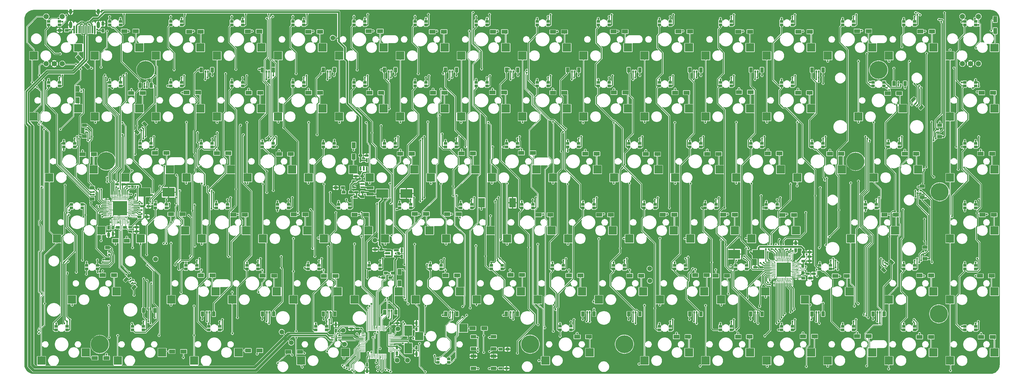
<source format=gbr>
G04 #@! TF.GenerationSoftware,KiCad,Pcbnew,(5.1.4)-1*
G04 #@! TF.CreationDate,2021-03-25T14:40:39-07:00*
G04 #@! TF.ProjectId,lux84,6c757838-342e-46b6-9963-61645f706362,rev?*
G04 #@! TF.SameCoordinates,Original*
G04 #@! TF.FileFunction,Copper,L2,Bot*
G04 #@! TF.FilePolarity,Positive*
%FSLAX46Y46*%
G04 Gerber Fmt 4.6, Leading zero omitted, Abs format (unit mm)*
G04 Created by KiCad (PCBNEW (5.1.4)-1) date 2021-03-25 14:40:39*
%MOMM*%
%LPD*%
G04 APERTURE LIST*
%ADD10C,1.200000*%
%ADD11C,0.100000*%
%ADD12R,1.850000X1.200000*%
%ADD13R,1.200000X1.850000*%
%ADD14R,2.550000X2.500000*%
%ADD15R,1.300000X0.250000*%
%ADD16R,0.250000X1.300000*%
%ADD17R,1.200000X0.900000*%
%ADD18R,1.000000X0.825000*%
%ADD19R,0.247460X0.680000*%
%ADD20R,0.680000X0.247460*%
%ADD21R,4.500000X4.500000*%
%ADD22R,2.550000X2.423800*%
%ADD23C,1.650000*%
%ADD24C,5.600000*%
%ADD25R,1.200000X0.750000*%
%ADD26R,0.750000X1.200000*%
%ADD27R,3.750000X2.700000*%
%ADD28C,0.500000*%
%ADD29C,1.000000*%
%ADD30R,0.500000X0.800000*%
%ADD31R,1.000000X1.500000*%
%ADD32R,0.800000X0.500000*%
%ADD33R,1.500000X1.000000*%
%ADD34R,0.600000X1.150000*%
%ADD35R,0.950000X0.400000*%
%ADD36R,2.300000X0.850000*%
%ADD37R,2.000000X3.000000*%
%ADD38R,1.150000X0.600000*%
%ADD39R,0.900000X1.200000*%
%ADD40R,1.700000X1.000000*%
%ADD41R,1.560000X0.650000*%
%ADD42O,1.000000X1.600000*%
%ADD43O,1.000000X2.100000*%
%ADD44R,0.300000X2.450000*%
%ADD45R,0.600000X2.450000*%
%ADD46R,2.400000X3.325000*%
%ADD47C,1.500000*%
%ADD48C,0.609600*%
%ADD49C,0.152400*%
%ADD50C,0.304800*%
%ADD51C,0.203200*%
%ADD52C,0.508000*%
%ADD53C,0.254000*%
%ADD54C,0.406400*%
%ADD55C,0.609600*%
%ADD56C,0.812800*%
%ADD57C,0.711200*%
G04 APERTURE END LIST*
D10*
X81372792Y-105122792D03*
D11*
G36*
X82451130Y-105352602D02*
G01*
X81602602Y-106201130D01*
X80294454Y-104892982D01*
X81142982Y-104044454D01*
X82451130Y-105352602D01*
X82451130Y-105352602D01*
G37*
D10*
X78827208Y-102577208D03*
D11*
G36*
X79905546Y-102807018D02*
G01*
X79057018Y-103655546D01*
X77748870Y-102347398D01*
X78597398Y-101498870D01*
X79905546Y-102807018D01*
X79905546Y-102807018D01*
G37*
D12*
X92996380Y-94176260D03*
X96596380Y-94176260D03*
X113232560Y-94361680D03*
X116832560Y-94361680D03*
X131497700Y-94275320D03*
X135097700Y-94275320D03*
X150441020Y-94384540D03*
X154041020Y-94384540D03*
X169170980Y-94199120D03*
X172770980Y-94199120D03*
X189066800Y-94382000D03*
X192666800Y-94382000D03*
X208015200Y-94382000D03*
X211615200Y-94382000D03*
X226676580Y-94425180D03*
X230276580Y-94425180D03*
X245556400Y-94331200D03*
X249156400Y-94331200D03*
X265817980Y-94328660D03*
X269417980Y-94328660D03*
X284550480Y-94354060D03*
X288150480Y-94354060D03*
X303214400Y-94387080D03*
X306814400Y-94387080D03*
X321550660Y-94186420D03*
X325150660Y-94186420D03*
X341291540Y-94315960D03*
X344891540Y-94315960D03*
D13*
X364595180Y-90534760D03*
X364595180Y-94134760D03*
X78471800Y-112216200D03*
X78471800Y-115816200D03*
D12*
X95137600Y-113533600D03*
X98737600Y-113533600D03*
X112407060Y-113373580D03*
X116007060Y-113373580D03*
X131792340Y-113457400D03*
X135392340Y-113457400D03*
X150430860Y-113426920D03*
X154030860Y-113426920D03*
X169496100Y-113432000D03*
X173096100Y-113432000D03*
X189292860Y-113442160D03*
X192892860Y-113442160D03*
X207850100Y-113371040D03*
X211450100Y-113371040D03*
X226671500Y-113398980D03*
X230271500Y-113398980D03*
X245680860Y-113388820D03*
X249280860Y-113388820D03*
X264756260Y-113398980D03*
X268356260Y-113398980D03*
X284707960Y-113271980D03*
X288307960Y-113271980D03*
X303112800Y-113454860D03*
X306712800Y-113454860D03*
X331052800Y-113635200D03*
X334652800Y-113635200D03*
X360361860Y-113439620D03*
X363961860Y-113439620D03*
X79948400Y-132685200D03*
X83548400Y-132685200D03*
X102539160Y-132258480D03*
X106139160Y-132258480D03*
X121843160Y-132324520D03*
X125443160Y-132324520D03*
X141299560Y-132598840D03*
X144899560Y-132598840D03*
D13*
X164527000Y-129853960D03*
X164527000Y-133453960D03*
D12*
X179066820Y-132512480D03*
X182666820Y-132512480D03*
X198142220Y-132413420D03*
X201742220Y-132413420D03*
X216808680Y-132248320D03*
X220408680Y-132248320D03*
X236729900Y-132499780D03*
X240329900Y-132499780D03*
X255652900Y-132606460D03*
X259252900Y-132606460D03*
X274768940Y-132535340D03*
X278368940Y-132535340D03*
X293707180Y-132413420D03*
X297307180Y-132413420D03*
X313028960Y-132494700D03*
X316628960Y-132494700D03*
X336394420Y-132499780D03*
X339994420Y-132499780D03*
X360072300Y-132454060D03*
X363672300Y-132454060D03*
X93810000Y-159660000D03*
X90210000Y-159660000D03*
X107568360Y-151397380D03*
X111168360Y-151397380D03*
X127029840Y-151565020D03*
X130629840Y-151565020D03*
X145841080Y-151478660D03*
X149441080Y-151478660D03*
X164799640Y-151506600D03*
X168399640Y-151506600D03*
X183585480Y-151278000D03*
X187185480Y-151278000D03*
X193689600Y-151379600D03*
X197289600Y-151379600D03*
X222218880Y-151565020D03*
X225818880Y-151565020D03*
X241116480Y-151577720D03*
X244716480Y-151577720D03*
X260941180Y-151496440D03*
X264541180Y-151496440D03*
X279780360Y-151521840D03*
X283380360Y-151521840D03*
X298246160Y-151618360D03*
X301846160Y-151618360D03*
X330059660Y-151572640D03*
X333659660Y-151572640D03*
X360608240Y-151565020D03*
X364208240Y-151565020D03*
X86196800Y-170409280D03*
X89796800Y-170409280D03*
X116882540Y-170480400D03*
X120482540Y-170480400D03*
X136110340Y-170615020D03*
X139710340Y-170615020D03*
X155269560Y-170655660D03*
X158869560Y-170655660D03*
D13*
X178827200Y-169366200D03*
X178827200Y-172966200D03*
D12*
X193201920Y-170482940D03*
X196801920Y-170482940D03*
X213478740Y-170335620D03*
X217078740Y-170335620D03*
X231654980Y-170526120D03*
X235254980Y-170526120D03*
X250613540Y-170584540D03*
X254213540Y-170584540D03*
X271055460Y-170444840D03*
X274655460Y-170444840D03*
X277408000Y-170620100D03*
X281008000Y-170620100D03*
X314746000Y-170648040D03*
X318346000Y-170648040D03*
X341035000Y-170513420D03*
X344635000Y-170513420D03*
X359889420Y-170620100D03*
X363489420Y-170620100D03*
X83809200Y-196286800D03*
X87409200Y-196286800D03*
X111488400Y-194254800D03*
X107888400Y-194254800D03*
X135212000Y-193950000D03*
X131612000Y-193950000D03*
X265190600Y-189662480D03*
X268790600Y-189662480D03*
X304687600Y-189545640D03*
X308287600Y-189545640D03*
X321563360Y-189477060D03*
X325163360Y-189477060D03*
X341004520Y-189736140D03*
X344604520Y-189736140D03*
X360237400Y-189715820D03*
X363837400Y-189715820D03*
X144159600Y-194407200D03*
X147759600Y-194407200D03*
X234233080Y-189675180D03*
X237833080Y-189675180D03*
X205265200Y-187041200D03*
X201665200Y-187041200D03*
X284398080Y-189659940D03*
X287998080Y-189659940D03*
D14*
X64765000Y-120925000D03*
X78615000Y-118385000D03*
X333409000Y-156485000D03*
X319559000Y-159025000D03*
D15*
X176116000Y-188660000D03*
X176116000Y-189160000D03*
X176116000Y-189660000D03*
X176116000Y-190160000D03*
X176116000Y-190660000D03*
X176116000Y-191160000D03*
X176116000Y-191660000D03*
X176116000Y-192160000D03*
X176116000Y-192660000D03*
X176116000Y-193160000D03*
X176116000Y-193660000D03*
X176116000Y-194160000D03*
D16*
X174516000Y-195760000D03*
X174016000Y-195760000D03*
X173516000Y-195760000D03*
X173016000Y-195760000D03*
X172516000Y-195760000D03*
X172016000Y-195760000D03*
X171516000Y-195760000D03*
X171016000Y-195760000D03*
X170516000Y-195760000D03*
X170016000Y-195760000D03*
X169516000Y-195760000D03*
X169016000Y-195760000D03*
D15*
X167416000Y-194160000D03*
X167416000Y-193660000D03*
X167416000Y-193160000D03*
X167416000Y-192660000D03*
X167416000Y-192160000D03*
X167416000Y-191660000D03*
X167416000Y-191160000D03*
X167416000Y-190660000D03*
X167416000Y-190160000D03*
X167416000Y-189660000D03*
X167416000Y-189160000D03*
X167416000Y-188660000D03*
D16*
X169016000Y-187060000D03*
X169516000Y-187060000D03*
X170016000Y-187060000D03*
X170516000Y-187060000D03*
X171016000Y-187060000D03*
X171516000Y-187060000D03*
X172016000Y-187060000D03*
X172516000Y-187060000D03*
X173016000Y-187060000D03*
X173516000Y-187060000D03*
X174016000Y-187060000D03*
X174516000Y-187060000D03*
D17*
X161395000Y-144521600D03*
X163595000Y-144521600D03*
D18*
X183653200Y-92290000D03*
X183653200Y-91140000D03*
X187055800Y-91140000D03*
X187055800Y-92290000D03*
D15*
X96004400Y-147275400D03*
X87304400Y-150775400D03*
X87304400Y-147275400D03*
D16*
X90404400Y-145175400D03*
D15*
X87304400Y-149275400D03*
D16*
X89404400Y-145175400D03*
D15*
X96004400Y-146775400D03*
X87304400Y-150275400D03*
D16*
X92404400Y-145175400D03*
X93904400Y-145175400D03*
D15*
X96004400Y-147775400D03*
X96004400Y-148275400D03*
D16*
X94404400Y-145175400D03*
D15*
X87304400Y-151275400D03*
D16*
X93404400Y-145175400D03*
D15*
X87304400Y-148275400D03*
X87304400Y-152275400D03*
X87304400Y-151775400D03*
X87304400Y-148775400D03*
X87304400Y-147775400D03*
X87304400Y-149775400D03*
X87304400Y-146775400D03*
D16*
X88904400Y-145175400D03*
X89904400Y-145175400D03*
X90904400Y-145175400D03*
X91404400Y-145175400D03*
X91904400Y-145175400D03*
X92904400Y-145175400D03*
D15*
X96004400Y-150275400D03*
D16*
X88904400Y-153875400D03*
D15*
X96004400Y-148775400D03*
D16*
X94404400Y-153875400D03*
X93404400Y-153875400D03*
D15*
X96004400Y-151775400D03*
D16*
X91404400Y-153875400D03*
D15*
X96004400Y-152275400D03*
D16*
X92904400Y-153875400D03*
D15*
X96004400Y-150775400D03*
D16*
X93904400Y-153875400D03*
X91904400Y-153875400D03*
X92404400Y-153875400D03*
X90404400Y-153875400D03*
D15*
X96004400Y-151275400D03*
D16*
X90904400Y-153875400D03*
X89404400Y-153875400D03*
D15*
X96004400Y-149775400D03*
X96004400Y-149275400D03*
D16*
X89904400Y-153875400D03*
D19*
X89454400Y-152385400D03*
X89854400Y-152385400D03*
X90254400Y-152385400D03*
X90654400Y-152385400D03*
X91054400Y-152385400D03*
X91454400Y-152385400D03*
X91854400Y-152385400D03*
X92254400Y-152385400D03*
X92654400Y-152385400D03*
X93054400Y-152385400D03*
X93454400Y-152385400D03*
X93854400Y-152385400D03*
D20*
X94514400Y-151725400D03*
X94514400Y-151325400D03*
X94514400Y-150925400D03*
X94514400Y-150525400D03*
X94514400Y-150125400D03*
X94514400Y-149725400D03*
X94514400Y-149325400D03*
X94514400Y-148925400D03*
X94514400Y-148525400D03*
X94514400Y-148125400D03*
X94514400Y-147725400D03*
X94514400Y-147325400D03*
D19*
X93854400Y-146665400D03*
X93454400Y-146665400D03*
X93054400Y-146665400D03*
X92654400Y-146665400D03*
X92254400Y-146665400D03*
X91854400Y-146665400D03*
X91454400Y-146665400D03*
X91054400Y-146665400D03*
X90654400Y-146665400D03*
X90254400Y-146665400D03*
X89854400Y-146665400D03*
X89454400Y-146665400D03*
D20*
X88794400Y-147325400D03*
X88794400Y-147725400D03*
X88794400Y-148125400D03*
X88794400Y-148525400D03*
X88794400Y-148925400D03*
X88794400Y-149325400D03*
X88794400Y-149725400D03*
X88794400Y-150125400D03*
X88794400Y-150525400D03*
X88794400Y-150925400D03*
X88794400Y-151325400D03*
X88794400Y-151725400D03*
D21*
X91654400Y-149525400D03*
D16*
X296389000Y-164377800D03*
X299889000Y-173077800D03*
X296389000Y-173077800D03*
D15*
X294289000Y-169977800D03*
D16*
X298389000Y-173077800D03*
D15*
X294289000Y-170977800D03*
D16*
X295889000Y-164377800D03*
X299389000Y-173077800D03*
D15*
X294289000Y-167977800D03*
X294289000Y-166477800D03*
D16*
X296889000Y-164377800D03*
X297389000Y-164377800D03*
D15*
X294289000Y-165977800D03*
D16*
X300389000Y-173077800D03*
D15*
X294289000Y-166977800D03*
D16*
X297389000Y-173077800D03*
X301389000Y-173077800D03*
X300889000Y-173077800D03*
X297889000Y-173077800D03*
X296889000Y-173077800D03*
X298889000Y-173077800D03*
X295889000Y-173077800D03*
D15*
X294289000Y-171477800D03*
X294289000Y-170477800D03*
X294289000Y-169477800D03*
X294289000Y-168977800D03*
X294289000Y-168477800D03*
X294289000Y-167477800D03*
D16*
X299389000Y-164377800D03*
D15*
X302989000Y-171477800D03*
D16*
X297889000Y-164377800D03*
D15*
X302989000Y-165977800D03*
X302989000Y-166977800D03*
D16*
X300889000Y-164377800D03*
D15*
X302989000Y-168977800D03*
D16*
X301389000Y-164377800D03*
D15*
X302989000Y-167477800D03*
D16*
X299889000Y-164377800D03*
D15*
X302989000Y-166477800D03*
X302989000Y-168477800D03*
X302989000Y-167977800D03*
X302989000Y-169977800D03*
D16*
X300389000Y-164377800D03*
D15*
X302989000Y-169477800D03*
X302989000Y-170977800D03*
D16*
X298889000Y-164377800D03*
X298389000Y-164377800D03*
D15*
X302989000Y-170477800D03*
D20*
X301499000Y-170927800D03*
X301499000Y-170527800D03*
X301499000Y-170127800D03*
X301499000Y-169727800D03*
X301499000Y-169327800D03*
X301499000Y-168927800D03*
X301499000Y-168527800D03*
X301499000Y-168127800D03*
X301499000Y-167727800D03*
X301499000Y-167327800D03*
X301499000Y-166927800D03*
X301499000Y-166527800D03*
D19*
X300839000Y-165867800D03*
X300439000Y-165867800D03*
X300039000Y-165867800D03*
X299639000Y-165867800D03*
X299239000Y-165867800D03*
X298839000Y-165867800D03*
X298439000Y-165867800D03*
X298039000Y-165867800D03*
X297639000Y-165867800D03*
X297239000Y-165867800D03*
X296839000Y-165867800D03*
X296439000Y-165867800D03*
D20*
X295779000Y-166527800D03*
X295779000Y-166927800D03*
X295779000Y-167327800D03*
X295779000Y-167727800D03*
X295779000Y-168127800D03*
X295779000Y-168527800D03*
X295779000Y-168927800D03*
X295779000Y-169327800D03*
X295779000Y-169727800D03*
X295779000Y-170127800D03*
X295779000Y-170527800D03*
X295779000Y-170927800D03*
D19*
X296439000Y-171587800D03*
X296839000Y-171587800D03*
X297239000Y-171587800D03*
X297639000Y-171587800D03*
X298039000Y-171587800D03*
X298439000Y-171587800D03*
X298839000Y-171587800D03*
X299239000Y-171587800D03*
X299639000Y-171587800D03*
X300039000Y-171587800D03*
X300439000Y-171587800D03*
X300839000Y-171587800D03*
D21*
X298639000Y-168727800D03*
D14*
X64765000Y-101875000D03*
D22*
X78615000Y-99373100D03*
D14*
X350515000Y-101875000D03*
D22*
X364365000Y-99373100D03*
D23*
X356893900Y-104382200D03*
X359393900Y-104382200D03*
X354393900Y-104382200D03*
X359393900Y-89632200D03*
X354393900Y-89632200D03*
X71156600Y-104407600D03*
X73656600Y-104407600D03*
X68656600Y-104407600D03*
X73656600Y-89657600D03*
X68656600Y-89657600D03*
D18*
X72755800Y-92290000D03*
X72755800Y-91140000D03*
X69353200Y-91140000D03*
X69353200Y-92290000D03*
X91805800Y-92290000D03*
X91805800Y-91140000D03*
X88403200Y-91140000D03*
X88403200Y-92290000D03*
X110855800Y-92290000D03*
X110855800Y-91140000D03*
X107453200Y-91140000D03*
X107453200Y-92290000D03*
X129905800Y-92290000D03*
X129905800Y-91140000D03*
X126503200Y-91140000D03*
X126503200Y-92290000D03*
X148955800Y-92290000D03*
X148955800Y-91140000D03*
X145553200Y-91140000D03*
X145553200Y-92290000D03*
X168005800Y-92290000D03*
X168005800Y-91140000D03*
X164603200Y-91140000D03*
X164603200Y-92290000D03*
X206105800Y-92290000D03*
X206105800Y-91140000D03*
X202703200Y-91140000D03*
X202703200Y-92290000D03*
X225155800Y-92290000D03*
X225155800Y-91140000D03*
X221753200Y-91140000D03*
X221753200Y-92290000D03*
X244205800Y-92290000D03*
X244205800Y-91140000D03*
X240803200Y-91140000D03*
X240803200Y-92290000D03*
X263255800Y-92290000D03*
X263255800Y-91140000D03*
X259853200Y-91140000D03*
X259853200Y-92290000D03*
X282305800Y-92290000D03*
X282305800Y-91140000D03*
X278903200Y-91140000D03*
X278903200Y-92290000D03*
X301355800Y-92290000D03*
X301355800Y-91140000D03*
X297953200Y-91140000D03*
X297953200Y-92290000D03*
X320405800Y-92290000D03*
X320405800Y-91140000D03*
X317003200Y-91140000D03*
X317003200Y-92290000D03*
X339455800Y-92290000D03*
X339455800Y-91140000D03*
X336053200Y-91140000D03*
X336053200Y-92290000D03*
X358505800Y-92290000D03*
X358505800Y-91140000D03*
X355103200Y-91140000D03*
X355103200Y-92290000D03*
X72755800Y-111340000D03*
X72755800Y-110190000D03*
X69353200Y-110190000D03*
X69353200Y-111340000D03*
X91805800Y-111340000D03*
X91805800Y-110190000D03*
X88403200Y-110190000D03*
X88403200Y-111340000D03*
X110855800Y-111340000D03*
X110855800Y-110190000D03*
X107453200Y-110190000D03*
X107453200Y-111340000D03*
X129905800Y-111340000D03*
X129905800Y-110190000D03*
X126503200Y-110190000D03*
X126503200Y-111340000D03*
X148955800Y-111340000D03*
X148955800Y-110190000D03*
X145553200Y-110190000D03*
X145553200Y-111340000D03*
X168005800Y-111340000D03*
X168005800Y-110190000D03*
X164603200Y-110190000D03*
X164603200Y-111340000D03*
X187055800Y-111340000D03*
X187055800Y-110190000D03*
X183653200Y-110190000D03*
X183653200Y-111340000D03*
X206105800Y-111340000D03*
X206105800Y-110190000D03*
X202703200Y-110190000D03*
X202703200Y-111340000D03*
X225155800Y-111340000D03*
X225155800Y-110190000D03*
X221753200Y-110190000D03*
X221753200Y-111340000D03*
X244205800Y-111340000D03*
X244205800Y-110190000D03*
X240803200Y-110190000D03*
X240803200Y-111340000D03*
X263255800Y-111340000D03*
X263255800Y-110190000D03*
X259853200Y-110190000D03*
X259853200Y-111340000D03*
X282305800Y-111340000D03*
X282305800Y-110190000D03*
X278903200Y-110190000D03*
X278903200Y-111340000D03*
X301355800Y-111340000D03*
X301355800Y-110190000D03*
X297953200Y-110190000D03*
X297953200Y-111340000D03*
X329930800Y-111340000D03*
X329930800Y-110190000D03*
X326528200Y-110190000D03*
X326528200Y-111340000D03*
X358505800Y-111340000D03*
X358505800Y-110190000D03*
X355103200Y-110190000D03*
X355103200Y-111340000D03*
X77518300Y-130390000D03*
X77518300Y-129240000D03*
X74115700Y-129240000D03*
X74115700Y-130390000D03*
X101330800Y-130390000D03*
X101330800Y-129240000D03*
X97928200Y-129240000D03*
X97928200Y-130390000D03*
X120380800Y-130390000D03*
X120380800Y-129240000D03*
X116978200Y-129240000D03*
X116978200Y-130390000D03*
X139430800Y-130390000D03*
X139430800Y-129240000D03*
X136028200Y-129240000D03*
X136028200Y-130390000D03*
X158480800Y-130390000D03*
X158480800Y-129240000D03*
X155078200Y-129240000D03*
X155078200Y-130390000D03*
X177530800Y-130390000D03*
X177530800Y-129240000D03*
X174128200Y-129240000D03*
X174128200Y-130390000D03*
X196580800Y-130390000D03*
X196580800Y-129240000D03*
X193178200Y-129240000D03*
X193178200Y-130390000D03*
X215630800Y-130390000D03*
X215630800Y-129240000D03*
X212228200Y-129240000D03*
X212228200Y-130390000D03*
X234680800Y-130390000D03*
X234680800Y-129240000D03*
X231278200Y-129240000D03*
X231278200Y-130390000D03*
X253730800Y-130390000D03*
X253730800Y-129240000D03*
X250328200Y-129240000D03*
X250328200Y-130390000D03*
X272780800Y-130390000D03*
X272780800Y-129240000D03*
X269378200Y-129240000D03*
X269378200Y-130390000D03*
X291830800Y-130390000D03*
X291830800Y-129240000D03*
X288428200Y-129240000D03*
X288428200Y-130390000D03*
X310880800Y-130390000D03*
X310880800Y-129240000D03*
X307478200Y-129240000D03*
X307478200Y-130390000D03*
X334693800Y-130390000D03*
X334693800Y-129240000D03*
X331291200Y-129240000D03*
X331291200Y-130390000D03*
X358505800Y-130390000D03*
X358505800Y-129240000D03*
X355103200Y-129240000D03*
X355103200Y-130390000D03*
X79899550Y-149440000D03*
X79899550Y-148290000D03*
X76496950Y-148290000D03*
X76496950Y-149440000D03*
X106093300Y-149440000D03*
X106093300Y-148290000D03*
X102690700Y-148290000D03*
X102690700Y-149440000D03*
X125143300Y-149440000D03*
X125143300Y-148290000D03*
X121740700Y-148290000D03*
X121740700Y-149440000D03*
X144193300Y-149440000D03*
X144193300Y-148290000D03*
X140790700Y-148290000D03*
X140790700Y-149440000D03*
X163243300Y-149440000D03*
X163243300Y-148290000D03*
X159840700Y-148290000D03*
X159840700Y-149440000D03*
X182293800Y-149440000D03*
X182293800Y-148290000D03*
X178891200Y-148290000D03*
X178891200Y-149440000D03*
X201343800Y-149440000D03*
X201343800Y-148290000D03*
X197941200Y-148290000D03*
X197941200Y-149440000D03*
X220393800Y-149440000D03*
X220393800Y-148290000D03*
X216991200Y-148290000D03*
X216991200Y-149440000D03*
X239443800Y-149440000D03*
X239443800Y-148290000D03*
X236041200Y-148290000D03*
X236041200Y-149440000D03*
X258493800Y-149440000D03*
X258493800Y-148290000D03*
X255091200Y-148290000D03*
X255091200Y-149440000D03*
X277543800Y-149440000D03*
X277543800Y-148290000D03*
X274141200Y-148290000D03*
X274141200Y-149440000D03*
X296593800Y-149440000D03*
X296593800Y-148290000D03*
X293191200Y-148290000D03*
X293191200Y-149440000D03*
X327549800Y-149440000D03*
X327549800Y-148290000D03*
X324147200Y-148290000D03*
X324147200Y-149440000D03*
X358505800Y-149440000D03*
X358505800Y-148290000D03*
X355103200Y-148290000D03*
X355103200Y-149440000D03*
X84662100Y-168490000D03*
X84662100Y-167340000D03*
X81259500Y-167340000D03*
X81259500Y-168490000D03*
X115618400Y-168490000D03*
X115618400Y-167340000D03*
X112215800Y-167340000D03*
X112215800Y-168490000D03*
X134668400Y-168490000D03*
X134668400Y-167340000D03*
X131265800Y-167340000D03*
X131265800Y-168490000D03*
X153718400Y-168490000D03*
X153718400Y-167340000D03*
X150315800Y-167340000D03*
X150315800Y-168490000D03*
X172768400Y-168490000D03*
X172768400Y-167340000D03*
X169365800Y-167340000D03*
X169365800Y-168490000D03*
X191818400Y-168490000D03*
X191818400Y-167340000D03*
X188415800Y-167340000D03*
X188415800Y-168490000D03*
X210868400Y-168490000D03*
X210868400Y-167340000D03*
X207465800Y-167340000D03*
X207465800Y-168490000D03*
X229918400Y-168490000D03*
X229918400Y-167340000D03*
X226515800Y-167340000D03*
X226515800Y-168490000D03*
X248968400Y-168490000D03*
X248968400Y-167340000D03*
X245565800Y-167340000D03*
X245565800Y-168490000D03*
X268018400Y-168490000D03*
X268018400Y-167340000D03*
X264615800Y-167340000D03*
X264615800Y-168490000D03*
X287068400Y-168490000D03*
X287068400Y-167340000D03*
X283665800Y-167340000D03*
X283665800Y-168490000D03*
X313262100Y-168490000D03*
X313262100Y-167340000D03*
X309859500Y-167340000D03*
X309859500Y-168490000D03*
X339455800Y-168490000D03*
X339455800Y-167340000D03*
X336053200Y-167340000D03*
X336053200Y-168490000D03*
X358505800Y-168490000D03*
X358505800Y-167340000D03*
X355103200Y-167340000D03*
X355103200Y-168490000D03*
X75137050Y-187540000D03*
X75137050Y-186390000D03*
X71734450Y-186390000D03*
X71734450Y-187540000D03*
X98949600Y-187540000D03*
X98949600Y-186390000D03*
X95547000Y-186390000D03*
X95547000Y-187540000D03*
X122762100Y-187540000D03*
X122762100Y-186390000D03*
X119359500Y-186390000D03*
X119359500Y-187540000D03*
X156099600Y-187540000D03*
X156099600Y-186390000D03*
X152697000Y-186390000D03*
X152697000Y-187540000D03*
X194199800Y-197700000D03*
X194199800Y-196550000D03*
X190797200Y-196550000D03*
X190797200Y-197700000D03*
X232305900Y-187527300D03*
X232305900Y-186377300D03*
X228903300Y-186377300D03*
X228903300Y-187527300D03*
X263255800Y-187540000D03*
X263255800Y-186390000D03*
X259853200Y-186390000D03*
X259853200Y-187540000D03*
X282305800Y-187540000D03*
X282305800Y-186390000D03*
X278903200Y-186390000D03*
X278903200Y-187540000D03*
X301355800Y-187540000D03*
X301355800Y-186390000D03*
X297953200Y-186390000D03*
X297953200Y-187540000D03*
X320405800Y-187540000D03*
X320405800Y-186390000D03*
X317003200Y-186390000D03*
X317003200Y-187540000D03*
X339455800Y-187540000D03*
X339455800Y-186390000D03*
X336053200Y-186390000D03*
X336053200Y-187540000D03*
X358505800Y-187540000D03*
X358505800Y-186390000D03*
X355103200Y-186390000D03*
X355103200Y-187540000D03*
D24*
X347280000Y-144407300D03*
X219581500Y-191994200D03*
X321054500Y-134907700D03*
X87361800Y-134793400D03*
X347000600Y-182520000D03*
X328230000Y-106332700D03*
X248956600Y-191994200D03*
X85342500Y-192045000D03*
X99642700Y-106307300D03*
D14*
X184939000Y-189505000D03*
X198789000Y-186965000D03*
X264790000Y-139975000D03*
X278640000Y-137435000D03*
D25*
X212213000Y-199538000D03*
X210313000Y-199538000D03*
D26*
X178014400Y-192898400D03*
X178014400Y-194798400D03*
D25*
X165654800Y-187117400D03*
X163754800Y-187117400D03*
X176277000Y-185441000D03*
X178177000Y-185441000D03*
D26*
X168718000Y-198461000D03*
X168718000Y-200361000D03*
D25*
X165253400Y-139543200D03*
X167153400Y-139543200D03*
X168601200Y-133066200D03*
X166701200Y-133066200D03*
D27*
X181002000Y-144928000D03*
X173452000Y-144928000D03*
D25*
X167255000Y-144547000D03*
X165355000Y-144547000D03*
D26*
X179513000Y-164547000D03*
X179513000Y-162647000D03*
D25*
X92655200Y-142057800D03*
X90755200Y-142057800D03*
X98603800Y-148941200D03*
X100503800Y-148941200D03*
X94895400Y-155443600D03*
X96795400Y-155443600D03*
D27*
X99284000Y-144547000D03*
X106834000Y-144547000D03*
D25*
X306701000Y-163241400D03*
X304801000Y-163241400D03*
X304750200Y-164689200D03*
X306650200Y-164689200D03*
X291664200Y-167991200D03*
X289764200Y-167991200D03*
D27*
X290750880Y-163861160D03*
X283200880Y-163861160D03*
D25*
X96795400Y-156764400D03*
X94895400Y-156764400D03*
X306675600Y-166035400D03*
X304775600Y-166035400D03*
D26*
X89470000Y-155636600D03*
X89470000Y-157536600D03*
D25*
X306198000Y-169997800D03*
X308098000Y-169997800D03*
D26*
X184110400Y-185380000D03*
X184110400Y-187280000D03*
X184110400Y-195027000D03*
X184110400Y-193127000D03*
D28*
X98240211Y-125079296D03*
D11*
G36*
X98346277Y-125538915D02*
G01*
X97780592Y-124973230D01*
X98134145Y-124619677D01*
X98699830Y-125185362D01*
X98346277Y-125538915D01*
X98346277Y-125538915D01*
G37*
D28*
X98805896Y-124513611D03*
D11*
G36*
X98911962Y-124973230D02*
G01*
X98346277Y-124407545D01*
X98699830Y-124053992D01*
X99265515Y-124619677D01*
X98911962Y-124973230D01*
X98911962Y-124973230D01*
G37*
D29*
X99406937Y-123205463D03*
D11*
G36*
X99583714Y-124089346D02*
G01*
X98523054Y-123028686D01*
X99230160Y-122321580D01*
X100290820Y-123382240D01*
X99583714Y-124089346D01*
X99583714Y-124089346D01*
G37*
D29*
X96932063Y-125680337D03*
D11*
G36*
X97108840Y-126564220D02*
G01*
X96048180Y-125503560D01*
X96755286Y-124796454D01*
X97815946Y-125857114D01*
X97108840Y-126564220D01*
X97108840Y-126564220D01*
G37*
D30*
X99242700Y-111646000D03*
X100042700Y-111646000D03*
D31*
X101392700Y-111146000D03*
X97892700Y-111146000D03*
D30*
X118280000Y-106820000D03*
X119080000Y-106820000D03*
D31*
X120430000Y-106320000D03*
X116930000Y-106320000D03*
D30*
X137342700Y-106820000D03*
X138142700Y-106820000D03*
D31*
X139492700Y-106320000D03*
X135992700Y-106320000D03*
D30*
X156392700Y-106820000D03*
X157192700Y-106820000D03*
D31*
X158542700Y-106320000D03*
X155042700Y-106320000D03*
D30*
X175430000Y-106820000D03*
X176230000Y-106820000D03*
D31*
X177580000Y-106320000D03*
X174080000Y-106320000D03*
D30*
X194480000Y-106820000D03*
X195280000Y-106820000D03*
D31*
X196630000Y-106320000D03*
X193130000Y-106320000D03*
D30*
X213530000Y-106820000D03*
X214330000Y-106820000D03*
D31*
X215680000Y-106320000D03*
X212180000Y-106320000D03*
D30*
X232580000Y-106832700D03*
X233380000Y-106832700D03*
D31*
X234730000Y-106332700D03*
X231230000Y-106332700D03*
D30*
X251630000Y-106820000D03*
X252430000Y-106820000D03*
D31*
X253780000Y-106320000D03*
X250280000Y-106320000D03*
D30*
X270680000Y-106820000D03*
X271480000Y-106820000D03*
D31*
X272830000Y-106320000D03*
X269330000Y-106320000D03*
D30*
X289730000Y-106807300D03*
X290530000Y-106807300D03*
D31*
X291880000Y-106307300D03*
X288380000Y-106307300D03*
D30*
X308780000Y-106820000D03*
X309580000Y-106820000D03*
D31*
X310930000Y-106320000D03*
X307430000Y-106320000D03*
D30*
X334357800Y-111061800D03*
X335157800Y-111061800D03*
D31*
X336507800Y-110561800D03*
X333007800Y-110561800D03*
D28*
X339684004Y-116855511D03*
D11*
G36*
X339224385Y-116961577D02*
G01*
X339790070Y-116395892D01*
X340143623Y-116749445D01*
X339577938Y-117315130D01*
X339224385Y-116961577D01*
X339224385Y-116961577D01*
G37*
D28*
X340249689Y-117421196D03*
D11*
G36*
X339790070Y-117527262D02*
G01*
X340355755Y-116961577D01*
X340709308Y-117315130D01*
X340143623Y-117880815D01*
X339790070Y-117527262D01*
X339790070Y-117527262D01*
G37*
D29*
X341557837Y-118022237D03*
D11*
G36*
X340673954Y-118199014D02*
G01*
X341734614Y-117138354D01*
X342441720Y-117845460D01*
X341381060Y-118906120D01*
X340673954Y-118199014D01*
X340673954Y-118199014D01*
G37*
D29*
X339082963Y-115547363D03*
D11*
G36*
X338199080Y-115724140D02*
G01*
X339259740Y-114663480D01*
X339966846Y-115370586D01*
X338906186Y-116431246D01*
X338199080Y-115724140D01*
X338199080Y-115724140D01*
G37*
D32*
X81080000Y-125757300D03*
X81080000Y-124957300D03*
D33*
X80580000Y-123607300D03*
X80580000Y-127107300D03*
D32*
X346780000Y-124970000D03*
X346780000Y-125770000D03*
D33*
X347280000Y-127120000D03*
X347280000Y-123620000D03*
D32*
X83467600Y-145264500D03*
X83467600Y-144464500D03*
D33*
X82967600Y-143114500D03*
X82967600Y-146614500D03*
D32*
X341319000Y-144007300D03*
X341319000Y-144807300D03*
D33*
X341819000Y-146157300D03*
X341819000Y-142657300D03*
D32*
X88255500Y-163958900D03*
X88255500Y-163158900D03*
D33*
X87755500Y-161808900D03*
X87755500Y-165308900D03*
D32*
X342208000Y-163070000D03*
X342208000Y-163870000D03*
D33*
X342708000Y-165220000D03*
X342708000Y-161720000D03*
D28*
X95440396Y-172949689D03*
D11*
G36*
X95900015Y-172843623D02*
G01*
X95334330Y-173409308D01*
X94980777Y-173055755D01*
X95546462Y-172490070D01*
X95900015Y-172843623D01*
X95900015Y-172843623D01*
G37*
D28*
X94874711Y-172384004D03*
D11*
G36*
X95334330Y-172277938D02*
G01*
X94768645Y-172843623D01*
X94415092Y-172490070D01*
X94980777Y-171924385D01*
X95334330Y-172277938D01*
X95334330Y-172277938D01*
G37*
D29*
X93566563Y-171782963D03*
D11*
G36*
X94450446Y-171606186D02*
G01*
X93389786Y-172666846D01*
X92682680Y-171959740D01*
X93743340Y-170899080D01*
X94450446Y-171606186D01*
X94450446Y-171606186D01*
G37*
D29*
X96041437Y-174257837D03*
D11*
G36*
X96925320Y-174081060D02*
G01*
X95864660Y-175141720D01*
X95157554Y-174434614D01*
X96218214Y-173373954D01*
X96925320Y-174081060D01*
X96925320Y-174081060D01*
G37*
D30*
X101134900Y-180915100D03*
X100334900Y-180915100D03*
D31*
X98984900Y-181415100D03*
X102484900Y-181415100D03*
D30*
X119524500Y-182020000D03*
X118724500Y-182020000D03*
D31*
X117374500Y-182520000D03*
X120874500Y-182520000D03*
D30*
X138218900Y-182020000D03*
X137418900Y-182020000D03*
D31*
X136068900Y-182520000D03*
X139568900Y-182520000D03*
D30*
X157243500Y-182007300D03*
X156443500Y-182007300D03*
D31*
X155093500Y-182507300D03*
X158593500Y-182507300D03*
D30*
X176323980Y-181514540D03*
X175523980Y-181514540D03*
D31*
X174173980Y-182014540D03*
X177673980Y-182014540D03*
D30*
X195394300Y-182020000D03*
X194594300Y-182020000D03*
D31*
X193244300Y-182520000D03*
X196744300Y-182520000D03*
D30*
X214291900Y-182007300D03*
X213491900Y-182007300D03*
D31*
X212141900Y-182507300D03*
X215641900Y-182507300D03*
D30*
X238142500Y-182007300D03*
X237342500Y-182007300D03*
D31*
X235992500Y-182507300D03*
X239492500Y-182507300D03*
D30*
X252442700Y-182032700D03*
X251642700Y-182032700D03*
D31*
X250292700Y-182532700D03*
X253792700Y-182532700D03*
D30*
X271480000Y-182032700D03*
X270680000Y-182032700D03*
D31*
X269330000Y-182532700D03*
X272830000Y-182532700D03*
D30*
X290517300Y-182020000D03*
X289717300Y-182020000D03*
D31*
X288367300Y-182520000D03*
X291867300Y-182520000D03*
D30*
X309580000Y-182020000D03*
X308780000Y-182020000D03*
D31*
X307430000Y-182520000D03*
X310930000Y-182520000D03*
D30*
X328630000Y-182020000D03*
X327830000Y-182020000D03*
D31*
X326480000Y-182520000D03*
X329980000Y-182520000D03*
D28*
X330991389Y-166923004D03*
D11*
G36*
X330885323Y-166463385D02*
G01*
X331451008Y-167029070D01*
X331097455Y-167382623D01*
X330531770Y-166816938D01*
X330885323Y-166463385D01*
X330885323Y-166463385D01*
G37*
D28*
X330425704Y-167488689D03*
D11*
G36*
X330319638Y-167029070D02*
G01*
X330885323Y-167594755D01*
X330531770Y-167948308D01*
X329966085Y-167382623D01*
X330319638Y-167029070D01*
X330319638Y-167029070D01*
G37*
D29*
X329824663Y-168796837D03*
D11*
G36*
X329647886Y-167912954D02*
G01*
X330708546Y-168973614D01*
X330001440Y-169680720D01*
X328940780Y-168620060D01*
X329647886Y-167912954D01*
X329647886Y-167912954D01*
G37*
D29*
X332299537Y-166321963D03*
D11*
G36*
X332122760Y-165438080D02*
G01*
X333183420Y-166498740D01*
X332476314Y-167205846D01*
X331415654Y-166145186D01*
X332122760Y-165438080D01*
X332122760Y-165438080D01*
G37*
D34*
X168601200Y-137160200D03*
X167651200Y-137160200D03*
X166701200Y-137160200D03*
X166701200Y-134560200D03*
X168601200Y-134560200D03*
D35*
X157839000Y-189363000D03*
X157839000Y-190013000D03*
X157839000Y-190663000D03*
X160039000Y-190663000D03*
X160039000Y-190013000D03*
X160039000Y-189363000D03*
D36*
X169607000Y-143191000D03*
X169607000Y-145141000D03*
D37*
X204420240Y-147790580D03*
X214072240Y-147790580D03*
D38*
X167224000Y-141057000D03*
X167224000Y-142007000D03*
X167224000Y-142957000D03*
X164624000Y-142957000D03*
X164624000Y-141057000D03*
D17*
X210315400Y-193569000D03*
X212515400Y-193569000D03*
X167227200Y-145944000D03*
X165027200Y-145944000D03*
X158931200Y-143099200D03*
X161131200Y-143099200D03*
X176701400Y-169718400D03*
X174501400Y-169718400D03*
X175964800Y-171191600D03*
X173764800Y-171191600D03*
D39*
X86295000Y-94085000D03*
X86295000Y-91885000D03*
D17*
X75025200Y-93975600D03*
X72825200Y-93975600D03*
X90986200Y-155494400D03*
X93186200Y-155494400D03*
D39*
X304608000Y-169777000D03*
X304608000Y-167577000D03*
X88098400Y-157839000D03*
X88098400Y-155639000D03*
D17*
X306952600Y-171369400D03*
X304752600Y-171369400D03*
X99968000Y-152192400D03*
X97768000Y-152192400D03*
D39*
X302372800Y-160414200D03*
X302372800Y-162614200D03*
D14*
X83815000Y-120925000D03*
X97665000Y-118385000D03*
X102865000Y-120925000D03*
X116715000Y-118385000D03*
X121915000Y-120925000D03*
X135765000Y-118385000D03*
X140965000Y-120925000D03*
X154815000Y-118385000D03*
X160015000Y-120925000D03*
X173865000Y-118385000D03*
X179065000Y-120925000D03*
X192915000Y-118385000D03*
X198115000Y-120925000D03*
X211965000Y-118385000D03*
X217165000Y-120925000D03*
X231015000Y-118385000D03*
X236215000Y-120925000D03*
X250065000Y-118385000D03*
X255265000Y-120925000D03*
X269115000Y-118385000D03*
X274315000Y-120925000D03*
X288165000Y-118385000D03*
X293365000Y-120925000D03*
X307215000Y-118385000D03*
X335790000Y-118385000D03*
X321940000Y-120925000D03*
X350515000Y-120925000D03*
X364365000Y-118385000D03*
X93340000Y-139975000D03*
X107190000Y-137435000D03*
X112390000Y-139975000D03*
X126240000Y-137435000D03*
X131440000Y-139975000D03*
X145290000Y-137435000D03*
X150490000Y-139975000D03*
X164340000Y-137435000D03*
X169540000Y-139975000D03*
X183390000Y-137435000D03*
X188590000Y-139975000D03*
X202440000Y-137435000D03*
X207640000Y-139975000D03*
X221490000Y-137435000D03*
X226690000Y-139975000D03*
X240540000Y-137435000D03*
X245740000Y-139975000D03*
X259590000Y-137435000D03*
X283840000Y-139975000D03*
X297690000Y-137435000D03*
X302890000Y-139975000D03*
X316740000Y-137435000D03*
X340553000Y-137435000D03*
X326703000Y-139975000D03*
X350515000Y-139975000D03*
X364365000Y-137435000D03*
X85822250Y-156459600D03*
X71972250Y-158999600D03*
X98102500Y-159025000D03*
X111952500Y-156485000D03*
X117152500Y-159025000D03*
X131002500Y-156485000D03*
X136202500Y-159025000D03*
X150052500Y-156485000D03*
X155252500Y-159025000D03*
X169102500Y-156485000D03*
X174303000Y-159025000D03*
X188153000Y-156485000D03*
X193353000Y-159025000D03*
X207203000Y-156485000D03*
X212403000Y-159025000D03*
X226253000Y-156485000D03*
X231453000Y-159025000D03*
X245303000Y-156485000D03*
X250503000Y-159025000D03*
X264353000Y-156485000D03*
X269553000Y-159025000D03*
X283403000Y-156485000D03*
X288603000Y-159025000D03*
X302453000Y-156485000D03*
X350515000Y-159025000D03*
X364365000Y-156485000D03*
X90521300Y-175535000D03*
X76671300Y-178075000D03*
X107627600Y-178075000D03*
X121477600Y-175535000D03*
X126677600Y-178075000D03*
X140527600Y-175535000D03*
X145727600Y-178075000D03*
X159577600Y-175535000D03*
X164777600Y-178075000D03*
X178627600Y-175535000D03*
X183827600Y-178075000D03*
X197677600Y-175535000D03*
X202877600Y-178075000D03*
X216727600Y-175535000D03*
X221927600Y-178075000D03*
X235777600Y-175535000D03*
X240977600Y-178075000D03*
X254827600Y-175535000D03*
X260027600Y-178075000D03*
X273877600Y-175535000D03*
X279077600Y-178075000D03*
X292927600Y-175535000D03*
X319121300Y-175535000D03*
X305271300Y-178075000D03*
X331465000Y-178075000D03*
X345315000Y-175535000D03*
X350515000Y-178075000D03*
X364365000Y-175535000D03*
X80996250Y-194585000D03*
X67146250Y-197125000D03*
X104808800Y-194585000D03*
X90958800Y-197125000D03*
X128621300Y-194585000D03*
X114771300Y-197125000D03*
X255265000Y-197125000D03*
X269115000Y-194585000D03*
X274315000Y-197125000D03*
X288165000Y-194585000D03*
X293365000Y-197125000D03*
X307215000Y-194585000D03*
X312415000Y-197125000D03*
X326265000Y-194585000D03*
X331465000Y-197125000D03*
X345315000Y-194585000D03*
X350515000Y-197125000D03*
X364365000Y-194585000D03*
D40*
X208190000Y-195733000D03*
X201890000Y-195733000D03*
X208190000Y-199533000D03*
X201890000Y-199533000D03*
X201890000Y-193437000D03*
X208190000Y-193437000D03*
X201890000Y-189637000D03*
X208190000Y-189637000D03*
D41*
X175115000Y-164547000D03*
X175115000Y-163597000D03*
X175115000Y-162647000D03*
X177815000Y-162647000D03*
X177815000Y-164547000D03*
D42*
X84900000Y-88092000D03*
X76260000Y-88092000D03*
D43*
X84900000Y-92272000D03*
X76260000Y-92272000D03*
D44*
X80330000Y-93687000D03*
X80830000Y-93687000D03*
X81330000Y-93687000D03*
X79830000Y-93687000D03*
X81830000Y-93687000D03*
X79330000Y-93687000D03*
X82330000Y-93687000D03*
X78830000Y-93687000D03*
D45*
X78130000Y-93687000D03*
X83030000Y-93687000D03*
X77355000Y-93687000D03*
X83805000Y-93687000D03*
D46*
X181545000Y-187758500D03*
X181545000Y-193283500D03*
D14*
X83815000Y-101875000D03*
X97665000Y-99335000D03*
X102865000Y-101875000D03*
X116715000Y-99335000D03*
X121915000Y-101875000D03*
X135765000Y-99335000D03*
X140965000Y-101875000D03*
X154815000Y-99335000D03*
X160015000Y-101875000D03*
X173865000Y-99335000D03*
X179065000Y-101875000D03*
X192915000Y-99335000D03*
X198115000Y-101875000D03*
X211965000Y-99335000D03*
X217165000Y-101875000D03*
X231015000Y-99335000D03*
X236215000Y-101875000D03*
X250065000Y-99335000D03*
X255265000Y-101875000D03*
X269115000Y-99335000D03*
X274315000Y-101875000D03*
X288165000Y-99335000D03*
X293365000Y-101875000D03*
X307215000Y-99335000D03*
X312415000Y-101875000D03*
X326265000Y-99335000D03*
X331465000Y-101875000D03*
X345315000Y-99335000D03*
X148108800Y-197125000D03*
X161958800Y-194585000D03*
X238165100Y-194572300D03*
X224315100Y-197112300D03*
D26*
X158964400Y-185862600D03*
X158964400Y-187762600D03*
D25*
X171197000Y-162454000D03*
X173097000Y-162454000D03*
D14*
X69591000Y-139949600D03*
X83441000Y-137409600D03*
D47*
X171156400Y-159507600D03*
X102728800Y-165400400D03*
X157999200Y-96312400D03*
X256906800Y-172207600D03*
X256805200Y-168397600D03*
X142098800Y-188158800D03*
X145045200Y-191511600D03*
X161250400Y-187650800D03*
X161707600Y-191968800D03*
X181316400Y-196998000D03*
X178065200Y-196998000D03*
X178319200Y-187193600D03*
D48*
X282205200Y-167483200D03*
X179887798Y-191791000D03*
X185101000Y-191765600D03*
X206818000Y-199614210D03*
X203311658Y-199614210D03*
X186853600Y-200630216D03*
X187818800Y-170480400D03*
X137831600Y-170480400D03*
X245324400Y-170480400D03*
X287691600Y-170480400D03*
X95667600Y-153411600D03*
X101458800Y-152344800D03*
X101611200Y-149500000D03*
X98563200Y-156053200D03*
X90689200Y-157475600D03*
X88098400Y-159660000D03*
X87285600Y-153665600D03*
X87590400Y-145588400D03*
X82764400Y-149906400D03*
X106589600Y-141067200D03*
X107961200Y-149906400D03*
X108164400Y-141067200D03*
X168565600Y-132075600D03*
X166330400Y-138425600D03*
X167651200Y-135682400D03*
X163587200Y-139543200D03*
X166178000Y-142235600D03*
X168565600Y-141981600D03*
X158812000Y-140914800D03*
X169530800Y-162962000D03*
X176185600Y-160269600D03*
X179640000Y-160371200D03*
X172121600Y-163368400D03*
X175576000Y-167737200D03*
X166025600Y-167838800D03*
X161402800Y-163165200D03*
X165974800Y-163216000D03*
X162164800Y-167889600D03*
X166787600Y-175306400D03*
X178065200Y-156459600D03*
X161606000Y-190038400D03*
X163384000Y-185060000D03*
X157846800Y-187396800D03*
X160031200Y-183332800D03*
X163739600Y-188108000D03*
X162368000Y-187092000D03*
X170140400Y-200452400D03*
X167498800Y-200858800D03*
X169530800Y-192426000D03*
X167854400Y-186076000D03*
X177049200Y-186431600D03*
X179081200Y-192273600D03*
X179436800Y-196083600D03*
X173696400Y-191460800D03*
X183500800Y-196947200D03*
X170242000Y-197506000D03*
X178674800Y-200858800D03*
X187361600Y-196591600D03*
X181773600Y-181859600D03*
X200264800Y-197099600D03*
X199960000Y-192680000D03*
X211034400Y-196439200D03*
X214539600Y-193594400D03*
X284440400Y-160066400D03*
X289571200Y-167127600D03*
X306233600Y-161336400D03*
X306589200Y-157983600D03*
X307859200Y-163978000D03*
X311059600Y-163673200D03*
X307706800Y-166670400D03*
X306792400Y-168245200D03*
X308519600Y-171852000D03*
X63612800Y-89352800D03*
X62749200Y-100071600D03*
X62952400Y-110790400D03*
X64425600Y-116784800D03*
X62190400Y-124760400D03*
X62241200Y-140305200D03*
X62190400Y-157475600D03*
X62241200Y-174087200D03*
X62139600Y-187396800D03*
X62800000Y-199995200D03*
X207122800Y-200858800D03*
X213676000Y-200757200D03*
X224445600Y-200960400D03*
X244410000Y-200909600D03*
X277785600Y-200909600D03*
X301814000Y-200909600D03*
X327468000Y-200909600D03*
X337374000Y-200909600D03*
X352817200Y-200503200D03*
X364501200Y-199792000D03*
X364653600Y-182520000D03*
X365720400Y-163419200D03*
X365720400Y-144470800D03*
X365720400Y-125370000D03*
X365618800Y-106320000D03*
X364653600Y-88692400D03*
X347280000Y-87879600D03*
X328230000Y-87879600D03*
X309180000Y-87879600D03*
X290130000Y-87879600D03*
X271080000Y-87879600D03*
X252030000Y-87879600D03*
X232980000Y-87879600D03*
X213930000Y-87879600D03*
X194880000Y-87879600D03*
X175830000Y-87879600D03*
X160640800Y-87879600D03*
X66203600Y-191511600D03*
X69353200Y-158847200D03*
X68845200Y-129688000D03*
X70877200Y-128265600D03*
X70572400Y-122677600D03*
X66457600Y-118867600D03*
X68997600Y-118512000D03*
X70724800Y-108148800D03*
X75449200Y-112517600D03*
X73772800Y-121966400D03*
X76566800Y-125116000D03*
X77024000Y-132278800D03*
X76770000Y-138019200D03*
X80478400Y-139797200D03*
X75042800Y-156815200D03*
X75652400Y-162403200D03*
X73366400Y-184298000D03*
X100341200Y-141067200D03*
X95921600Y-136038000D03*
X94296000Y-122017200D03*
X96988400Y-120594800D03*
X90841600Y-118613600D03*
X92467200Y-114194000D03*
X97598000Y-115514800D03*
X123760000Y-157424800D03*
X126706400Y-153818000D03*
X126046000Y-159050400D03*
X131634000Y-154021200D03*
X123760000Y-175001600D03*
X137018800Y-121712400D03*
X140117600Y-116276800D03*
X141794000Y-118410400D03*
X161148800Y-113533600D03*
X161352000Y-105608800D03*
X175677600Y-156104000D03*
X173544000Y-154580000D03*
X154748000Y-178557600D03*
X172782000Y-176373200D03*
X178979600Y-167483200D03*
X195083200Y-189835200D03*
X207529200Y-160422000D03*
X207072000Y-149398400D03*
X204735200Y-141118000D03*
X207986400Y-143861200D03*
X211542400Y-144470800D03*
X211288400Y-149652400D03*
X211593200Y-155494400D03*
X205192400Y-129281600D03*
X204887600Y-124049200D03*
X199502800Y-118258000D03*
X194270400Y-121306000D03*
X198182000Y-129688000D03*
X198740800Y-124811200D03*
X197267600Y-139797200D03*
X219467200Y-111196800D03*
X220686400Y-113127200D03*
X223582000Y-121610800D03*
X223683600Y-126132000D03*
X222921600Y-142134000D03*
X226731600Y-146248800D03*
X229881200Y-146655200D03*
X233284800Y-145842400D03*
X229678000Y-154834000D03*
X232065600Y-156053200D03*
X233996000Y-152395600D03*
X222058000Y-153716400D03*
X222413600Y-159456800D03*
X227087200Y-161692000D03*
X219568800Y-156815200D03*
X218044800Y-150516000D03*
X216927200Y-152090800D03*
X223023200Y-175255600D03*
X225410800Y-175255600D03*
X231100400Y-172156800D03*
X221245200Y-173731600D03*
X220686400Y-180996000D03*
X246950000Y-132786800D03*
X246899200Y-125217600D03*
X250861600Y-116022800D03*
X288910800Y-115667200D03*
X284592800Y-137054000D03*
X265492000Y-137104800D03*
X161148800Y-110790400D03*
X139965200Y-110739600D03*
X90841600Y-112568400D03*
X276820400Y-157932800D03*
X278039600Y-174544400D03*
X281087600Y-182774000D03*
X282408400Y-175408000D03*
X286624800Y-175560400D03*
X286726400Y-176830400D03*
X320356000Y-172741000D03*
X319086000Y-173579200D03*
X320305200Y-168550000D03*
X320305200Y-162606400D03*
X320406800Y-156307200D03*
X322286400Y-156408800D03*
X329627000Y-171979000D03*
X331786000Y-174392000D03*
X333716400Y-168397600D03*
X333310000Y-161844400D03*
X329855600Y-161895200D03*
X329550800Y-154021200D03*
X332903600Y-153919600D03*
X333462400Y-158593200D03*
X334072000Y-148636400D03*
X334072000Y-144470800D03*
X333919600Y-137511200D03*
X334326000Y-132380400D03*
X336561200Y-129840400D03*
X334986400Y-122880800D03*
X349769200Y-108148800D03*
X349769200Y-103627600D03*
X353325200Y-114194000D03*
X349820000Y-117140400D03*
X351699600Y-118054800D03*
X351496400Y-125674800D03*
X353325200Y-123134800D03*
X351394800Y-129840400D03*
X351699600Y-132786800D03*
X228204800Y-125674800D03*
X228255600Y-132685200D03*
X248880400Y-137917600D03*
X208138800Y-137460400D03*
X204074800Y-152497200D03*
X204989200Y-150566800D03*
X175576000Y-152344800D03*
X175322000Y-149042800D03*
X94042000Y-137511200D03*
X92619600Y-124709600D03*
X79310000Y-96718800D03*
X78903600Y-113990800D03*
X65086000Y-122931600D03*
X102779600Y-172461600D03*
X102779600Y-178151200D03*
X101814400Y-180081600D03*
X67626000Y-165502000D03*
X67626000Y-177592400D03*
X136409200Y-132126400D03*
X176134800Y-137511200D03*
X292670000Y-152141600D03*
X293990800Y-150566800D03*
X296276800Y-157983600D03*
X279817600Y-171648800D03*
X279817600Y-161285600D03*
X289215600Y-173528400D03*
X290993600Y-171750400D03*
X292314400Y-173782400D03*
X314361600Y-139289200D03*
X326299600Y-142083200D03*
X326452000Y-144775600D03*
X334275200Y-154681600D03*
X227747600Y-110790400D03*
X232421200Y-110841200D03*
X238110800Y-110790400D03*
X247864400Y-110892000D03*
X252893600Y-110942800D03*
X257516400Y-110942800D03*
X267574800Y-110841200D03*
X272451600Y-110892000D03*
X276363200Y-111044400D03*
X285812000Y-110892000D03*
X291298400Y-110942800D03*
X295159200Y-111349200D03*
X296886400Y-110028400D03*
X305370000Y-110790400D03*
X310907200Y-112060400D03*
X320305200Y-112619200D03*
X316952400Y-112619200D03*
X324521600Y-112517600D03*
X333208400Y-112619200D03*
X338847200Y-112619200D03*
X342352400Y-112619200D03*
X345298800Y-112619200D03*
X349820000Y-112619200D03*
X351090000Y-112619200D03*
X353122000Y-112619200D03*
X355458800Y-112568400D03*
X360945200Y-110231600D03*
X80427600Y-129992800D03*
X86726800Y-129992800D03*
X94550000Y-129992800D03*
X96988400Y-130958000D03*
X103186000Y-129078400D03*
X109536000Y-130196000D03*
X113854000Y-130196000D03*
X122947200Y-129942000D03*
X126198400Y-130043600D03*
X128433600Y-129840400D03*
X133259600Y-129840400D03*
X142860800Y-129840400D03*
X148550400Y-129992800D03*
X152817600Y-129840400D03*
X161656800Y-129891200D03*
X168260800Y-129434000D03*
X171664400Y-129281600D03*
X175779200Y-127452800D03*
X243952800Y-129992800D03*
X246899200Y-129992800D03*
X249032800Y-130805600D03*
X256906800Y-129840400D03*
X263917200Y-129942000D03*
X266965200Y-129891200D03*
X277379200Y-129891200D03*
X281951200Y-129840400D03*
X285862800Y-129789600D03*
X300848800Y-129992800D03*
X305166800Y-129738800D03*
X313955200Y-141676800D03*
X317663600Y-141676800D03*
X311313600Y-141930800D03*
X81443600Y-142134000D03*
X85507600Y-142134000D03*
X76414400Y-142184800D03*
X87590400Y-143708800D03*
X102982800Y-142743600D03*
X101255600Y-142743600D03*
X95413600Y-141067200D03*
X101204800Y-137968400D03*
X120305600Y-140457600D03*
X125385600Y-141067200D03*
X128433600Y-141067200D03*
X133310400Y-140965600D03*
X128433600Y-149093600D03*
X126909600Y-148484000D03*
X118070400Y-148585600D03*
X115936800Y-148382400D03*
X112939600Y-148230000D03*
X130922800Y-148788800D03*
X134529600Y-148788800D03*
X138390400Y-148687200D03*
X90435200Y-167381600D03*
X97801200Y-166467200D03*
X100950800Y-165349600D03*
X109028000Y-164841600D03*
X111974400Y-164740000D03*
X114717600Y-165349600D03*
X117918000Y-167584800D03*
X123658400Y-167838800D03*
X128586000Y-167788000D03*
X139863600Y-167940400D03*
X144029200Y-167635600D03*
X148042400Y-167584800D03*
X195896000Y-167737200D03*
X199960000Y-167838800D03*
X201839600Y-167940400D03*
X204176400Y-167889600D03*
X207478400Y-164435200D03*
X217079600Y-166365600D03*
X221245200Y-166111600D03*
X223175600Y-166213200D03*
X224953600Y-166213200D03*
X228712800Y-164790800D03*
X231964000Y-167483200D03*
X237298000Y-167889600D03*
X238161600Y-164435200D03*
X243952800Y-164435200D03*
X243394000Y-168042000D03*
X248575600Y-164435200D03*
X250861600Y-167330800D03*
X253909600Y-168702400D03*
X259345200Y-168905600D03*
X262139200Y-167635600D03*
X271943600Y-167127600D03*
X277734800Y-167330800D03*
X279817600Y-167483200D03*
X341692000Y-183586800D03*
X333970400Y-183282000D03*
X330922400Y-183536000D03*
X333564000Y-186990400D03*
X328788800Y-187346000D03*
X323404000Y-186939600D03*
X327214000Y-183688400D03*
X312431200Y-187193600D03*
X304303200Y-186838000D03*
X291552400Y-186533200D03*
X295819600Y-186533200D03*
X283830800Y-186228400D03*
X275194800Y-187092000D03*
X270978400Y-186990400D03*
X263104400Y-188717600D03*
X244410000Y-188819200D03*
X116190800Y-187092000D03*
X118375200Y-186279200D03*
X110602800Y-187142800D03*
X102373200Y-187346000D03*
X91552800Y-186787200D03*
X82307200Y-186838000D03*
X146112000Y-196286800D03*
X146010400Y-194813600D03*
X149972800Y-196286800D03*
X220686400Y-199538000D03*
X240650800Y-199639600D03*
X248372400Y-197302800D03*
X342352400Y-148382400D03*
X347737200Y-121712400D03*
X348194400Y-126132000D03*
X225969600Y-137612800D03*
X225918800Y-126081200D03*
X206716400Y-125471600D03*
X206614800Y-129332400D03*
X206614800Y-132685200D03*
X76363600Y-152294000D03*
X95312000Y-144166000D03*
X109485200Y-149855600D03*
X115682800Y-137511200D03*
X84085200Y-134158400D03*
X82764400Y-133904400D03*
X102373200Y-110434800D03*
X116038400Y-114448000D03*
X180452800Y-189936800D03*
X195388000Y-196490000D03*
X232065600Y-173528400D03*
X168565600Y-153310000D03*
X230541600Y-115413200D03*
X316393600Y-134564800D03*
X273721600Y-169058000D03*
X276820400Y-169261200D03*
X312583600Y-179014800D03*
X315987200Y-179014800D03*
X356932000Y-89403600D03*
X171562800Y-191918000D03*
X172782000Y-194356400D03*
X299782000Y-175662000D03*
X303084000Y-179878400D03*
X308976800Y-180538800D03*
X312278800Y-180538800D03*
X322642000Y-175408000D03*
X326579000Y-167280000D03*
X326604400Y-162962000D03*
X313955200Y-154326000D03*
X313955200Y-149601600D03*
X304557200Y-149093600D03*
X89774800Y-104288000D03*
X74230000Y-95906000D03*
X66559200Y-93010400D03*
X71639200Y-102306800D03*
X65390800Y-105100800D03*
X75703200Y-105456400D03*
X82256400Y-110892000D03*
X82154800Y-117140400D03*
X72045600Y-147264800D03*
X70877200Y-172563200D03*
X71436000Y-177490800D03*
X69048400Y-185974400D03*
X70369200Y-193391200D03*
X94499200Y-193594400D03*
X105624400Y-197455200D03*
X118070400Y-193746800D03*
X129144800Y-197404400D03*
X135190000Y-191460800D03*
X140828800Y-195982000D03*
X151344400Y-191714800D03*
X156119600Y-197760000D03*
X164196800Y-192172000D03*
X167498800Y-195524800D03*
X175322000Y-197252000D03*
X176947600Y-197455200D03*
X182535600Y-191029000D03*
X189292000Y-192984800D03*
X190866800Y-186685600D03*
X210272400Y-190902000D03*
X211745600Y-186685600D03*
X227493600Y-191359200D03*
X242632000Y-192273600D03*
X258430800Y-194000800D03*
X277531600Y-193950000D03*
X271638800Y-192222800D03*
X290790400Y-192222800D03*
X296734000Y-194051600D03*
X310653200Y-191613200D03*
X334884800Y-190038400D03*
X347940400Y-191816400D03*
X352309200Y-168550000D03*
X357592400Y-176932000D03*
X347534000Y-157374000D03*
X348397600Y-169058000D03*
X348448400Y-174747600D03*
X357338400Y-158390000D03*
X348397600Y-148839600D03*
X357948000Y-144013600D03*
X353172800Y-148534800D03*
X362367600Y-147264800D03*
X357744800Y-132024800D03*
X347534000Y-133904400D03*
X347330800Y-138984400D03*
X347381600Y-130043600D03*
X362164400Y-128164000D03*
X360081600Y-115768800D03*
X345400400Y-117394400D03*
X345705200Y-102713200D03*
X345552800Y-108250400D03*
X359167200Y-95194800D03*
X351648800Y-92756400D03*
X352868000Y-95296400D03*
X339558400Y-94788400D03*
X329804800Y-92400800D03*
X328331600Y-101290800D03*
X314615600Y-95144000D03*
X321016400Y-101697200D03*
X302474400Y-96769600D03*
X291196800Y-96972800D03*
X291755600Y-92045200D03*
X310602400Y-91892800D03*
X283678400Y-96871200D03*
X272502400Y-92146800D03*
X264425200Y-96871200D03*
X254214400Y-92045200D03*
X245426000Y-96871200D03*
X235621600Y-92400800D03*
X226579200Y-96820400D03*
X214946000Y-91537200D03*
X196150000Y-91892800D03*
X205141600Y-93315200D03*
X196251600Y-97176000D03*
X179690800Y-92096000D03*
X188377600Y-96668000D03*
X180249600Y-99157200D03*
X165365200Y-93467600D03*
X167752800Y-100732000D03*
X161504400Y-92400800D03*
X162622000Y-97988800D03*
X149515600Y-101900400D03*
X141540000Y-98750800D03*
X141794000Y-92146800D03*
X133564400Y-91943600D03*
X129805200Y-101087600D03*
X122032800Y-92299200D03*
X120305600Y-97887200D03*
X114158800Y-91892800D03*
X110450400Y-100274800D03*
X104557600Y-92045200D03*
X102474800Y-99411200D03*
X94296000Y-92807200D03*
X88352400Y-94890000D03*
X83475600Y-98649200D03*
X65492400Y-184552000D03*
X65492400Y-172868000D03*
X65746400Y-156053200D03*
X65746400Y-136038000D03*
X67067200Y-110841200D03*
X77850000Y-103350000D03*
X134986800Y-200808000D03*
X81900800Y-197861600D03*
X172680400Y-178659200D03*
X170597600Y-175509600D03*
X162876000Y-172004400D03*
X143622800Y-172156800D03*
X119797600Y-171699600D03*
X93381600Y-161996800D03*
X99528400Y-169261200D03*
X108570800Y-169210400D03*
X128586000Y-169261200D03*
X162164800Y-169261200D03*
X200010800Y-172004400D03*
X215758800Y-172207600D03*
X291044400Y-169464400D03*
X302017200Y-172004400D03*
X295514800Y-174950800D03*
X303541200Y-163216000D03*
X182535600Y-163927200D03*
X187717200Y-163927200D03*
X199960000Y-163927200D03*
X204024000Y-163927200D03*
X274128000Y-163978000D03*
X277887200Y-163978000D03*
X262037600Y-164333600D03*
X184364400Y-171750400D03*
X67321200Y-134209200D03*
X130110000Y-152700400D03*
X100493600Y-186330000D03*
X99680800Y-178303600D03*
X117664000Y-173477600D03*
X82612000Y-162606400D03*
X343520800Y-164028800D03*
X343571600Y-147468000D03*
X303642800Y-133142400D03*
X303592000Y-124709600D03*
X295057600Y-164333600D03*
X110907600Y-167178400D03*
X347635600Y-124608000D03*
X138034800Y-109977600D03*
X137933200Y-105558000D03*
X139508000Y-104694400D03*
X180148000Y-156408800D03*
X83831200Y-148331600D03*
X67346600Y-154199000D03*
X91095600Y-139035200D03*
X89851000Y-139086000D03*
X95540600Y-142794400D03*
X174204400Y-179980000D03*
X162876000Y-198649000D03*
X174864800Y-173452200D03*
X174534600Y-185314000D03*
X218324200Y-114016200D03*
X218146400Y-104618200D03*
X134478800Y-143810400D03*
X147940800Y-126690800D03*
X143597400Y-126665400D03*
X351623400Y-89911600D03*
X344105000Y-89759200D03*
X176007800Y-177262200D03*
X144080000Y-150998600D03*
X176287200Y-151201800D03*
X183206160Y-188392480D03*
X211237600Y-114549600D03*
X132345200Y-186533200D03*
X134986800Y-179675200D03*
X139203200Y-156154800D03*
X156627600Y-110942800D03*
X275448800Y-142743600D03*
X311974000Y-176525600D03*
X260412000Y-143759600D03*
X242479600Y-142743600D03*
X188885600Y-144166000D03*
X149414000Y-182672400D03*
X149414000Y-187193600D03*
X294803600Y-142337200D03*
X311059600Y-159710800D03*
X316596800Y-159406000D03*
X201357000Y-104034000D03*
X201484000Y-118766000D03*
X202119000Y-124989000D03*
X202881000Y-134641000D03*
X213930000Y-124100000D03*
X79650000Y-101300000D03*
X85050000Y-110700000D03*
X84750000Y-104600000D03*
X82800000Y-104150000D03*
X203160400Y-189911400D03*
X206843400Y-189911400D03*
X95566000Y-161844400D03*
X203213581Y-193452039D03*
X167016800Y-187092000D03*
X176116000Y-187060000D03*
X169022800Y-194610400D03*
X177709600Y-163673200D03*
X179030400Y-193238800D03*
X305750993Y-163910584D03*
X166065980Y-145365528D03*
X101636600Y-145359800D03*
X176490410Y-162911190D03*
X288301200Y-163215990D03*
X87641200Y-94229600D03*
X94397600Y-94178800D03*
X114616000Y-94178800D03*
X132904000Y-94178800D03*
X151852400Y-94229600D03*
X170597600Y-94128000D03*
X190460400Y-94178800D03*
X209408800Y-94178800D03*
X228052400Y-94280400D03*
X246950000Y-94229600D03*
X267219200Y-94128000D03*
X285964400Y-94178800D03*
X304658800Y-94178800D03*
X322997600Y-94026400D03*
X342708000Y-94229600D03*
X363383600Y-94077200D03*
X169480000Y-180030800D03*
X200620400Y-94178800D03*
X198537600Y-180234000D03*
X85750000Y-105450000D03*
X82800000Y-105800000D03*
X79564000Y-113025600D03*
X95210400Y-112466800D03*
X111009200Y-113432000D03*
X131786400Y-112365200D03*
X150430000Y-112365200D03*
X169480000Y-112365200D03*
X189292000Y-112365200D03*
X207834000Y-112314400D03*
X226630000Y-112314400D03*
X264780800Y-112314400D03*
X284694400Y-112212800D03*
X303084000Y-112365200D03*
X331532000Y-112568400D03*
X358964000Y-113178000D03*
X245680000Y-112314400D03*
X181519600Y-179370400D03*
X191730400Y-112365200D03*
X170038779Y-179421200D03*
X79970400Y-131618400D03*
X103186000Y-131161200D03*
X121880400Y-131262800D03*
X141286000Y-131516800D03*
X164501600Y-131364400D03*
X179081200Y-131415200D03*
X198131200Y-131313600D03*
X216876400Y-131161200D03*
X236739200Y-131415200D03*
X255636800Y-131516800D03*
X274788400Y-131364400D03*
X293736800Y-131313600D03*
X313040800Y-131415200D03*
X336408800Y-131415200D03*
X360081600Y-131364400D03*
X166913099Y-158288400D03*
X176315565Y-158072906D03*
X93788000Y-158593200D03*
X105315032Y-160535825D03*
X128433600Y-151430400D03*
X147229600Y-151430400D03*
X166228800Y-151430400D03*
X184974000Y-151379600D03*
X195083200Y-151379600D03*
X223632800Y-151328800D03*
X242530400Y-151278000D03*
X262342400Y-151328800D03*
X281189200Y-151328800D03*
X299629600Y-151379600D03*
X331481200Y-151379600D03*
X362012000Y-151430400D03*
X174485254Y-178176628D03*
X180630590Y-178100400D03*
X107554808Y-153868800D03*
X85761600Y-159660000D03*
X90181200Y-160726800D03*
X207224400Y-151913000D03*
X197668270Y-152492987D03*
X86218800Y-169099600D03*
X117054400Y-168804000D03*
X136053600Y-168854808D03*
X155154400Y-168804000D03*
X179894000Y-168702400D03*
X193152800Y-168854800D03*
X213320400Y-168804000D03*
X231659200Y-168804000D03*
X250607600Y-168804000D03*
X308902298Y-168651601D03*
X316139600Y-170734400D03*
X342454000Y-170683600D03*
X358456000Y-170632800D03*
X175018654Y-177511175D03*
X271080000Y-168651600D03*
X309034881Y-170785233D03*
X180325779Y-177389200D03*
X277430000Y-168753200D03*
X281392400Y-176271600D03*
X293025600Y-177287600D03*
X87438000Y-195169200D03*
X111415600Y-196185200D03*
X134428000Y-195067600D03*
X140835504Y-197897051D03*
X145299200Y-195372400D03*
X170038800Y-194458000D03*
X205090800Y-189276400D03*
X234199200Y-188616000D03*
X265238000Y-188565200D03*
X284338800Y-188565200D03*
X304658800Y-188463600D03*
X321575200Y-188412800D03*
X340980800Y-188666800D03*
X360183200Y-188666800D03*
X205090800Y-194559610D03*
X149160000Y-194811920D03*
X161504400Y-196337600D03*
X90459999Y-142890002D03*
X96023200Y-176678000D03*
X110704400Y-175865200D03*
X73061600Y-101290800D03*
X90485992Y-140813277D03*
X67245010Y-142946800D03*
X67245010Y-176276394D03*
X93584794Y-107437600D03*
X71740800Y-185517200D03*
X95413600Y-185517200D03*
X119340400Y-185517200D03*
X152665200Y-185517200D03*
X214285600Y-184196400D03*
X101154000Y-185517200D03*
X138108786Y-185517200D03*
X157542000Y-185517200D03*
X176185600Y-184196400D03*
X195286400Y-184196400D03*
X96378800Y-172918800D03*
X74331600Y-185517200D03*
X81240400Y-166365600D03*
X86218798Y-166365600D03*
X75093600Y-150973200D03*
X74300123Y-166227725D03*
X85311324Y-150922390D03*
X101408000Y-172918800D03*
X75144400Y-184907600D03*
X98969600Y-184907600D03*
X122744000Y-184907600D03*
X156119600Y-184907600D03*
X213472800Y-183586800D03*
X100493600Y-184907600D03*
X137323600Y-184907600D03*
X175372800Y-183586800D03*
X194473600Y-183586800D03*
X95820000Y-172055200D03*
X84593200Y-165654400D03*
X79970400Y-165756000D03*
X75449200Y-166135641D03*
X80834000Y-151582800D03*
X86080020Y-151418274D03*
X118781600Y-184907600D03*
X100061800Y-172055200D03*
X198486800Y-183586800D03*
X76008000Y-184298000D03*
X99833200Y-184298000D03*
X123607600Y-184298000D03*
X155154400Y-184298000D03*
X192238400Y-182977200D03*
X211186800Y-182977200D03*
X117308400Y-184298000D03*
X136053600Y-184298000D03*
X156932400Y-184298000D03*
X173239200Y-182977200D03*
X99020400Y-171496400D03*
X84694800Y-169515200D03*
X78040000Y-169515200D03*
X80224400Y-152192400D03*
X75703200Y-151582800D03*
X86168000Y-152192400D03*
X94956400Y-171420210D03*
X75195221Y-169769200D03*
X199756800Y-182977200D03*
X140270000Y-127148000D03*
X159472400Y-130399200D03*
X78294000Y-127148000D03*
X102220800Y-127148000D03*
X121372400Y-127148000D03*
X82866000Y-127148000D03*
X99579200Y-127148000D03*
X74872197Y-89249723D03*
X138708580Y-127147990D03*
X130821200Y-88997200D03*
X111923600Y-88997200D03*
X187869600Y-88997200D03*
X206919600Y-88997200D03*
X168921200Y-88997200D03*
X138034800Y-88997200D03*
X92924400Y-88997200D03*
X149972800Y-88997200D03*
X187056800Y-90216400D03*
X168006800Y-90216400D03*
X206106800Y-90216400D03*
X148956800Y-90216400D03*
X129906800Y-90216400D03*
X110856800Y-90216400D03*
X91806800Y-90216400D03*
X158507200Y-128265600D03*
X120407200Y-127757600D03*
X101357200Y-127757600D03*
X77532000Y-127757600D03*
X82256400Y-127757600D03*
X98969600Y-127757600D03*
X73731669Y-91244601D03*
X82561200Y-144470800D03*
X78876866Y-127757600D03*
X137272800Y-127757600D03*
X139812800Y-127757600D03*
X84948800Y-143607200D03*
X137425200Y-90216400D03*
X183653200Y-89606800D03*
X202703200Y-89606800D03*
X164603200Y-89606800D03*
X145553200Y-89606800D03*
X126503200Y-89606800D03*
X107453200Y-89606800D03*
X88403200Y-89657600D03*
X136053600Y-128367200D03*
X117003600Y-128367200D03*
X97953600Y-128367200D03*
X74128400Y-128367200D03*
X81646800Y-128367200D03*
X72530261Y-90270300D03*
X82510400Y-145283600D03*
X139289244Y-89606800D03*
X138593600Y-128367200D03*
X85812400Y-143658000D03*
X155052800Y-128443421D03*
X91095600Y-143353200D03*
X99985600Y-164028800D03*
X86428138Y-165632917D03*
X82561200Y-147772800D03*
X91425800Y-144064400D03*
X75804800Y-150211200D03*
X91425800Y-144064400D03*
X120762800Y-144597800D03*
X101977382Y-144597800D03*
X79157600Y-126538400D03*
X89318073Y-112040364D03*
X80224400Y-112517600D03*
X128281200Y-183688400D03*
X102525600Y-183688400D03*
X92447842Y-126538400D03*
X130109990Y-126589200D03*
X225969600Y-108098000D03*
X245273600Y-108098000D03*
X264120400Y-108098000D03*
X283119600Y-108098000D03*
X302220400Y-108098000D03*
X310907200Y-108098000D03*
X310907200Y-110536400D03*
X330855317Y-111932424D03*
X357630122Y-112015992D03*
X234656400Y-108098000D03*
X253757200Y-108098000D03*
X272807200Y-108098000D03*
X291857200Y-108098000D03*
X336485976Y-111932424D03*
X341513224Y-111932424D03*
X301915600Y-181046800D03*
X225156800Y-108707600D03*
X244206800Y-108707600D03*
X263256800Y-108707600D03*
X282306800Y-108707600D03*
X301356800Y-108707600D03*
X309586400Y-108707600D03*
X309586400Y-109926800D03*
X331278000Y-111298401D03*
X233335600Y-108707600D03*
X252334800Y-108707600D03*
X271486400Y-108707600D03*
X290434800Y-108707600D03*
X340930001Y-111298401D03*
X359463002Y-111450800D03*
X358482145Y-109341864D03*
X301378641Y-181587481D03*
X221753200Y-109317200D03*
X240803200Y-109317200D03*
X259853200Y-109317200D03*
X278903200Y-109317200D03*
X297953200Y-109317200D03*
X325537600Y-110180800D03*
X354138000Y-110180800D03*
X232573600Y-109317200D03*
X251623600Y-109317200D03*
X270572000Y-109317200D03*
X289672800Y-109317200D03*
X308773600Y-109317200D03*
X334376800Y-110079200D03*
X339357581Y-110667867D03*
X300745121Y-182010935D03*
X228916000Y-189498999D03*
X292746200Y-189403402D03*
X228916000Y-185517200D03*
X259853200Y-185517200D03*
X278903200Y-185517200D03*
X297953200Y-185517200D03*
X317003200Y-185517200D03*
X336053200Y-185517200D03*
X238143118Y-184990718D03*
X252436400Y-185517200D03*
X271486400Y-185517200D03*
X290587200Y-185517200D03*
X309738800Y-185517200D03*
X328636400Y-185517200D03*
X296429200Y-185517200D03*
X354188799Y-186431599D03*
X232319600Y-184907600D03*
X263256800Y-184907600D03*
X282306800Y-184907600D03*
X301356800Y-184907600D03*
X320406800Y-184907600D03*
X358506800Y-185517200D03*
X237145600Y-184907600D03*
X251572800Y-184907600D03*
X270673600Y-184907600D03*
X289571200Y-184907600D03*
X308773600Y-184907600D03*
X327823600Y-184907600D03*
X297052903Y-184907600D03*
X339102780Y-185023987D03*
X233234000Y-184298000D03*
X264069600Y-184298000D03*
X283119600Y-184298000D03*
X302169600Y-184298000D03*
X321219600Y-184298000D03*
X235977200Y-184298000D03*
X250302800Y-184298000D03*
X269302000Y-184298000D03*
X288352000Y-184298000D03*
X307300400Y-184298000D03*
X326553600Y-184298000D03*
X297543118Y-184298000D03*
X339334310Y-184297986D03*
X359370400Y-184907611D03*
X239482400Y-181046800D03*
X227488899Y-181148400D03*
X231252800Y-131694600D03*
X229790952Y-125595247D03*
X230639207Y-124719292D03*
X291146000Y-180234000D03*
X229322386Y-131720000D03*
X287380514Y-177547886D03*
X258447799Y-180775801D03*
X249001066Y-135917334D03*
X248287359Y-136927839D03*
X286929600Y-161996779D03*
X247661199Y-161996779D03*
X107050502Y-148026800D03*
X109129600Y-148026800D03*
X109135874Y-146121800D03*
X126147600Y-146198000D03*
X145400800Y-146198000D03*
X163969998Y-146198000D03*
X183334202Y-146198000D03*
X202144400Y-146198000D03*
X221397600Y-146147200D03*
X178370000Y-127148000D03*
X197369200Y-127148000D03*
X216266800Y-127148000D03*
X116444800Y-165248000D03*
X135494800Y-165248000D03*
X154544800Y-165248000D03*
X173594800Y-165248000D03*
X192746400Y-165248000D03*
X186548800Y-146173576D03*
X186548800Y-127148000D03*
X210170798Y-165248000D03*
X209691150Y-146149399D03*
X84491623Y-148788777D03*
X125182400Y-146807600D03*
X144181600Y-146807600D03*
X162266400Y-146807600D03*
X182281600Y-146807600D03*
X201331600Y-146807600D03*
X220381600Y-146807600D03*
X177557200Y-127757600D03*
X196556400Y-127757600D03*
X215606400Y-127757600D03*
X115632000Y-165857600D03*
X134682000Y-165857600D03*
X153732000Y-165857600D03*
X172782000Y-165857600D03*
X191781200Y-165857600D03*
X185939200Y-127757600D03*
X185939200Y-146807600D03*
X209408800Y-165857600D03*
X209103990Y-146807600D03*
X85253611Y-148839780D03*
X106132400Y-146807600D03*
X140778000Y-147417200D03*
X159828000Y-147417200D03*
X178878000Y-147417200D03*
X197928000Y-147417200D03*
X216978000Y-147417200D03*
X121728000Y-147417200D03*
X102830400Y-147417200D03*
X212202800Y-128367200D03*
X193152800Y-128367200D03*
X174153600Y-128367200D03*
X207427600Y-166467200D03*
X188428400Y-166467200D03*
X169378400Y-166467200D03*
X150328400Y-166467200D03*
X131278400Y-166467200D03*
X112228400Y-166467200D03*
X185329600Y-147417200D03*
X185329600Y-128367200D03*
X208646790Y-147417214D03*
X86015328Y-148788779D03*
X164603200Y-109317200D03*
X183653200Y-109317200D03*
X202703200Y-109317200D03*
X145553200Y-109317200D03*
X126503200Y-109317200D03*
X107453200Y-109317200D03*
X213472800Y-109317200D03*
X118222800Y-109317200D03*
X156322800Y-109317200D03*
X175372800Y-109317200D03*
X194270400Y-109317200D03*
X88403200Y-109266400D03*
X99274400Y-110587200D03*
X69353200Y-109317200D03*
X137397509Y-109317200D03*
X110856800Y-108707600D03*
X129906800Y-108707600D03*
X148956800Y-108707600D03*
X168006800Y-108707600D03*
X187056800Y-108707600D03*
X206106800Y-108707600D03*
X214234800Y-108707600D03*
X119035600Y-108707600D03*
X138034800Y-108707600D03*
X157135600Y-108707600D03*
X176185600Y-108707600D03*
X195184800Y-108707600D03*
X91806800Y-108656800D03*
X72756800Y-108656800D03*
X87285600Y-108656800D03*
X100087200Y-110021711D03*
X111669600Y-108098000D03*
X149820400Y-108098000D03*
X168870400Y-108098000D03*
X188022000Y-108098000D03*
X207021200Y-108098000D03*
X215758800Y-108098000D03*
X120407200Y-108098000D03*
X139457200Y-108098000D03*
X158405600Y-108098000D03*
X177455600Y-108098000D03*
X196556400Y-108098000D03*
X92721200Y-108047200D03*
X102447106Y-108098000D03*
X73671200Y-108047200D03*
X86944823Y-107975245D03*
X131176800Y-108098000D03*
X221753200Y-90267200D03*
X240803200Y-90267200D03*
X259853200Y-90267200D03*
X278903200Y-90267200D03*
X297953200Y-90267200D03*
X317003200Y-90267200D03*
X336053200Y-90267200D03*
X354225503Y-91371611D03*
X231303600Y-128367200D03*
X250353600Y-128367200D03*
X269352800Y-128367200D03*
X288402800Y-128367200D03*
X307452800Y-128367200D03*
X331278000Y-128367200D03*
X355103200Y-128367200D03*
X345438504Y-128367200D03*
X297998600Y-183680970D03*
X325399857Y-128367200D03*
X324986116Y-183696592D03*
X347762601Y-91156201D03*
X225156800Y-89657600D03*
X244206800Y-89657600D03*
X263256800Y-89657600D03*
X282306800Y-89657600D03*
X301356800Y-89657600D03*
X320406800Y-89657600D03*
X339456800Y-89657600D03*
X358265446Y-90240997D03*
X234707200Y-127757600D03*
X253757200Y-127757600D03*
X272807200Y-127757600D03*
X291857200Y-127757600D03*
X310907200Y-127757600D03*
X334732400Y-127757600D03*
X358506800Y-128367200D03*
X346048104Y-127757600D03*
X298505499Y-183071370D03*
X324775602Y-127757600D03*
X324369190Y-183128267D03*
X347051400Y-90546600D03*
X340320400Y-89048000D03*
X359472000Y-92299200D03*
X235520000Y-127148000D03*
X254519200Y-127148000D03*
X273569200Y-127148000D03*
X292619200Y-127148000D03*
X311669200Y-127148000D03*
X335474888Y-127148000D03*
X359472000Y-127198800D03*
X348550000Y-127148000D03*
X348817199Y-88502399D03*
X298998600Y-182461436D03*
X324166002Y-127148000D03*
X302169600Y-89048000D03*
X225969600Y-89048000D03*
X321270400Y-89048000D03*
X264222000Y-89048000D03*
X245019600Y-89048000D03*
X283119600Y-89048000D03*
X323669743Y-182825884D03*
X240295200Y-146198000D03*
X259396000Y-146198000D03*
X278446000Y-146198000D03*
X297597600Y-146198000D03*
X328382400Y-146198000D03*
X359573600Y-146807600D03*
X230744800Y-165248000D03*
X249693200Y-165248000D03*
X314107600Y-165248000D03*
X340269600Y-165248000D03*
X344028800Y-165248000D03*
X339761600Y-144064389D03*
X339710790Y-145907980D03*
X343047210Y-146265190D03*
X328992000Y-165248000D03*
X314260000Y-168499200D03*
X294376914Y-172105990D03*
X268844800Y-164790779D03*
X359014800Y-165248000D03*
X286336792Y-164475738D03*
X239482400Y-146807600D03*
X258481600Y-146807600D03*
X277531600Y-146807600D03*
X296632400Y-146807600D03*
X327569600Y-146807600D03*
X358506800Y-147417200D03*
X229932000Y-165857600D03*
X248982000Y-165857600D03*
X313294800Y-165857600D03*
X339456800Y-165857600D03*
X358506800Y-166467200D03*
X341521997Y-165857600D03*
X340320390Y-144724810D03*
X329609712Y-165857600D03*
X293787598Y-172766398D03*
X314869600Y-168023181D03*
X314869600Y-165857600D03*
X268032000Y-165247990D03*
X286137629Y-165211262D03*
X236078800Y-147417200D03*
X255128800Y-147417200D03*
X274178800Y-147417200D03*
X293228800Y-147417200D03*
X324166000Y-147417200D03*
X355103200Y-147417200D03*
X342475916Y-144831791D03*
X226528400Y-166467200D03*
X245578400Y-166467200D03*
X309891200Y-166467200D03*
X336053200Y-166467200D03*
X355103200Y-166467200D03*
X340912667Y-166467200D03*
X344892400Y-166467200D03*
X330211200Y-166467200D03*
X294397199Y-173325200D03*
X315479200Y-168702400D03*
X315479200Y-166467200D03*
X264628400Y-166467200D03*
X283881600Y-165857621D03*
X108520000Y-106269200D03*
X115936800Y-106320000D03*
X114311200Y-150262000D03*
X140778000Y-150312800D03*
X81189600Y-170124800D03*
X115022400Y-133153599D03*
X94702400Y-142845200D03*
X109954130Y-168575410D03*
X102447107Y-111349200D03*
X106488000Y-111349200D03*
X173086800Y-123744400D03*
X96932063Y-123749937D03*
X96352970Y-132685200D03*
X129246400Y-123592010D03*
X93834364Y-143277021D03*
X127773200Y-106116800D03*
X134986800Y-106116800D03*
X157237200Y-144597800D03*
X137425200Y-144597800D03*
X96378800Y-142743600D03*
X137425200Y-137992278D03*
X94102100Y-144022900D03*
X74534800Y-142337200D03*
X87641200Y-139898800D03*
X87641198Y-141270271D03*
X213015600Y-105964400D03*
X189749200Y-195524800D03*
X215606400Y-194762800D03*
X204430398Y-106015200D03*
X97881405Y-150800900D03*
X151090400Y-149957200D03*
X151700000Y-162047600D03*
X219111600Y-161793600D03*
X280224000Y-149398400D03*
X292212800Y-149449200D03*
X296988000Y-187549200D03*
X283881600Y-187549200D03*
X293040737Y-162318999D03*
X280528800Y-160828404D03*
X287691599Y-162147175D03*
X293650337Y-163215990D03*
X263002800Y-149449200D03*
X273112000Y-149449200D03*
X276178199Y-166467200D03*
X291400000Y-166568800D03*
X125487200Y-164638400D03*
X141946400Y-164638400D03*
X127819801Y-143556390D03*
X74128400Y-131262800D03*
X149312400Y-168118190D03*
X141990786Y-168118190D03*
X95218829Y-145215247D03*
X97750400Y-148128400D03*
X175552054Y-178887800D03*
X168768800Y-171304043D03*
X171808799Y-148118218D03*
X176084000Y-148026800D03*
X121982000Y-125928800D03*
X105457798Y-136495200D03*
X170242001Y-125928800D03*
X101733498Y-148077600D03*
X116292400Y-135987200D03*
X98461600Y-151294882D03*
X113600000Y-164486000D03*
X205623199Y-164512401D03*
X113092000Y-151786010D03*
X152411189Y-164587611D03*
X294041597Y-162318999D03*
X294041600Y-160794999D03*
X291603200Y-145588400D03*
X308468801Y-145588400D03*
X310958000Y-179192600D03*
X321981600Y-141067200D03*
X311415200Y-140711600D03*
X300798000Y-141930800D03*
X294803600Y-160726796D03*
X294803600Y-162318999D03*
X321880009Y-179345009D03*
X315834800Y-150058800D03*
X324115200Y-150312800D03*
X296152453Y-162324347D03*
X296175200Y-160794999D03*
X335850000Y-149905838D03*
X312888400Y-158440800D03*
X292430407Y-166535982D03*
X270267200Y-168397600D03*
X146569200Y-107488400D03*
X154341600Y-107488400D03*
X153122400Y-126538400D03*
X192136800Y-126335200D03*
X96494599Y-145232800D03*
X119482803Y-144140590D03*
X124572800Y-107488400D03*
X110272601Y-144044622D03*
X100138000Y-167254590D03*
X108875600Y-167254590D03*
X98715600Y-131085000D03*
X142759200Y-124354000D03*
X158964400Y-150897000D03*
X177912800Y-149906400D03*
X147144887Y-150622656D03*
X97191600Y-142794400D03*
X118019600Y-142235590D03*
X115835200Y-125928800D03*
X115835200Y-128976800D03*
X184669200Y-107488400D03*
X192441600Y-107488400D03*
X199350400Y-130348400D03*
X210374000Y-159406000D03*
X211237600Y-130399200D03*
X97546598Y-149385000D03*
X207859410Y-130348400D03*
X115022421Y-161311000D03*
X114920800Y-148534800D03*
X156564099Y-161488800D03*
X333919600Y-117242000D03*
X338593200Y-117242000D03*
X333411600Y-150515438D03*
X355103200Y-150312800D03*
X297191200Y-162352400D03*
X297089600Y-160794999D03*
X297292800Y-159291699D03*
X331698497Y-158404097D03*
X335494400Y-99106400D03*
X354908000Y-136800000D03*
X343114400Y-136698400D03*
X343216000Y-101189200D03*
X298427799Y-162318999D03*
X298512000Y-160794999D03*
X305522400Y-150846200D03*
X358964000Y-151024000D03*
X324597800Y-101214600D03*
X333005200Y-105812000D03*
X351750400Y-105761200D03*
X352461600Y-130399200D03*
X354138000Y-130399200D03*
X299883600Y-162352400D03*
X351140800Y-152167010D03*
X342555600Y-152903600D03*
X342555600Y-159761600D03*
X98512400Y-148026800D03*
X196632600Y-145588400D03*
X195565800Y-145588400D03*
X175597202Y-118461200D03*
X165619200Y-106320000D03*
X173086800Y-106320000D03*
X191374800Y-120442400D03*
X195565800Y-142616600D03*
X104112814Y-142672931D03*
X118984800Y-142825422D03*
X101052400Y-147595000D03*
X187412400Y-167076800D03*
X139457200Y-143988200D03*
X177379400Y-143435841D03*
X98461600Y-150075681D03*
X120153200Y-149652400D03*
X120238737Y-144044623D03*
X180325779Y-167076800D03*
X353071200Y-137409600D03*
X342403200Y-137460400D03*
X300892525Y-162325611D03*
X310043600Y-143073800D03*
X340574400Y-142896000D03*
X309738737Y-161895190D03*
X167017438Y-150897000D03*
X204328800Y-149804800D03*
X203236600Y-194229400D03*
X206919600Y-194280200D03*
X172756610Y-193332046D03*
X175525202Y-169870800D03*
X94550000Y-169616800D03*
X305522400Y-167788000D03*
X305515184Y-169167400D03*
X93584800Y-170226406D03*
X172525557Y-171024642D03*
X84562201Y-93717614D03*
X81919535Y-92002085D03*
X79780644Y-91999121D03*
X76109614Y-93823200D03*
X164603200Y-200655600D03*
X88250800Y-189886000D03*
X88200000Y-179878400D03*
X76719200Y-179827600D03*
X65733489Y-111691889D03*
X64286118Y-110193718D03*
X68159400Y-179319600D03*
X164050799Y-200116784D03*
X90943200Y-189289099D03*
X103833689Y-189289099D03*
X83983600Y-122728400D03*
X98102500Y-160730300D03*
X109281999Y-139187601D03*
X106132400Y-160472800D03*
X95413600Y-137816000D03*
X92447842Y-122830000D03*
X163123085Y-199817390D03*
X114768400Y-180081600D03*
X107554800Y-179776800D03*
X107605600Y-160472800D03*
X117156000Y-160777600D03*
X112330000Y-141727600D03*
X112380800Y-122677600D03*
X102881200Y-122677600D03*
X114768400Y-189251010D03*
X117156000Y-141778379D03*
X131430800Y-141727600D03*
X136256800Y-141930800D03*
X134805085Y-175720327D03*
X126655600Y-175712800D03*
X162361888Y-199512580D03*
X126706400Y-188641390D03*
X121931166Y-122728366D03*
X131227600Y-122728400D03*
X146569200Y-190013000D03*
X146569200Y-187930189D03*
X145756400Y-158948800D03*
X153478000Y-158847200D03*
X150379200Y-141676800D03*
X155256000Y-141981596D03*
X150480800Y-122728400D03*
X140981200Y-122626800D03*
X161555200Y-199182400D03*
X145727600Y-169239200D03*
X148499600Y-199157010D03*
X164806400Y-160676000D03*
X174356800Y-160777600D03*
X169530800Y-141727600D03*
X160082000Y-122728400D03*
X175855379Y-141778400D03*
X168413202Y-122779200D03*
X179081200Y-122677600D03*
X187666400Y-122576000D03*
X188631600Y-141778400D03*
X193356000Y-160726800D03*
X183551600Y-160777600D03*
X191753607Y-141867445D03*
X170546800Y-189886000D03*
X183069000Y-190267000D03*
X202652400Y-161234800D03*
X212406000Y-160777600D03*
X212406000Y-141778400D03*
X207681600Y-141727600D03*
X198029600Y-122728400D03*
X171156400Y-188717600D03*
X186786510Y-188952103D03*
X186904400Y-179980000D03*
X202841277Y-179675323D03*
X206513198Y-122728400D03*
X217181200Y-122677600D03*
X226680800Y-122525200D03*
X226680800Y-141676800D03*
X231252800Y-141930800D03*
X231354400Y-160777600D03*
X221956400Y-160777600D03*
X222282469Y-197129131D03*
X171562800Y-197760000D03*
X241006400Y-159050400D03*
X248728000Y-158948800D03*
X250556800Y-141727600D03*
X245680000Y-141727600D03*
X245680000Y-122830000D03*
X236078800Y-122830000D03*
X171982600Y-188209600D03*
X226782400Y-187955600D03*
X226833200Y-179726000D03*
X239330000Y-178710000D03*
X255281200Y-122626800D03*
X264679200Y-122779200D03*
X264831600Y-141778400D03*
X269606800Y-141829200D03*
X267778000Y-158999600D03*
X260056400Y-158898000D03*
X260005600Y-179776800D03*
X255230400Y-179878400D03*
X253503200Y-198217200D03*
X171766000Y-199080800D03*
X274280400Y-179929200D03*
X279157200Y-179776800D03*
X279106400Y-159406000D03*
X288555200Y-141778400D03*
X283881600Y-141727600D03*
X283881600Y-122677600D03*
X274229600Y-122677600D03*
X272604000Y-198801370D03*
X172045400Y-200249200D03*
X286827994Y-159025000D03*
X293381200Y-122677600D03*
X302880800Y-122626800D03*
X319543200Y-141626000D03*
X306944800Y-179726000D03*
X305725600Y-198979200D03*
X293533600Y-198928400D03*
X302830000Y-142540400D03*
X173315400Y-200426998D03*
X320704598Y-180106982D03*
X312380400Y-198877600D03*
X324521600Y-198776000D03*
X326706000Y-122677600D03*
X321981600Y-122626800D03*
X321981600Y-103576800D03*
X312380400Y-103576800D03*
X174459890Y-200039832D03*
X331481200Y-103627600D03*
X337882000Y-103627600D03*
X331379600Y-199715800D03*
X175372800Y-200198400D03*
X350531200Y-100071600D03*
X358637962Y-99463379D03*
X350683600Y-200249200D03*
X176084000Y-200554000D03*
X341189906Y-89111999D03*
X339781583Y-88438400D03*
X168982600Y-180701720D03*
X200874400Y-180640400D03*
X201763401Y-88387600D03*
X161067378Y-198597014D03*
X67951729Y-124841071D03*
X73112400Y-124862000D03*
X79411389Y-106065789D03*
X77964018Y-104567618D03*
X66305200Y-188616000D03*
X165568400Y-188768400D03*
X156251447Y-194278520D03*
X66351529Y-123240871D03*
X67105871Y-122486529D03*
X67867089Y-109558289D03*
X66495918Y-107983918D03*
X159641487Y-188705786D03*
X66305200Y-187650800D03*
X179932590Y-185038548D03*
X218476599Y-106421597D03*
X222007200Y-185872800D03*
X180402000Y-185638798D03*
X224115400Y-186838000D03*
X218476599Y-107183600D03*
X301465598Y-162914999D03*
X312075600Y-140152801D03*
X345451200Y-139778480D03*
X344790800Y-122576000D03*
X347330800Y-122626800D03*
X311756288Y-161031610D03*
D49*
X176116000Y-191660000D02*
X179756798Y-191660000D01*
X179756798Y-191660000D02*
X179887798Y-191791000D01*
X210308000Y-199533000D02*
X210313000Y-199538000D01*
X208190000Y-199533000D02*
X210308000Y-199533000D01*
X206899210Y-199533000D02*
X206818000Y-199614210D01*
X208190000Y-199533000D02*
X206899210Y-199533000D01*
X203230448Y-199533000D02*
X203311658Y-199614210D01*
X201890000Y-199533000D02*
X203230448Y-199533000D01*
X186548801Y-200325417D02*
X186853600Y-200630216D01*
X185101000Y-198877616D02*
X186548801Y-200325417D01*
X185101000Y-191765600D02*
X185101000Y-198877616D01*
X95880000Y-151151000D02*
X96004400Y-151275400D01*
X95263466Y-151151000D02*
X95880000Y-151151000D01*
X94514400Y-150925400D02*
X95037866Y-150925400D01*
X95037866Y-150925400D02*
X95263466Y-151151000D01*
X91054400Y-152877800D02*
X91054400Y-152385400D01*
X91054400Y-152953810D02*
X91054400Y-152877800D01*
X90904400Y-153103810D02*
X91054400Y-152953810D01*
X90904400Y-153875400D02*
X90904400Y-153103810D01*
X91404400Y-152435400D02*
X91454400Y-152385400D01*
X91404400Y-153875400D02*
X91404400Y-152435400D01*
X89178270Y-152385400D02*
X89454400Y-152385400D01*
X88904400Y-152659270D02*
X89178270Y-152385400D01*
X88904400Y-153875400D02*
X88904400Y-152659270D01*
X91102069Y-150077731D02*
X91654400Y-149525400D01*
X89120869Y-150077731D02*
X91102069Y-150077731D01*
X89073200Y-150125400D02*
X89120869Y-150077731D01*
X88794400Y-150125400D02*
X89073200Y-150125400D01*
X88302000Y-150125400D02*
X88794400Y-150125400D01*
X88256800Y-150125400D02*
X88302000Y-150125400D01*
X88106800Y-150275400D02*
X88256800Y-150125400D01*
X87304400Y-150275400D02*
X88106800Y-150275400D01*
X88106800Y-146775400D02*
X87304400Y-146775400D01*
X88520530Y-146775400D02*
X88106800Y-146775400D01*
X88794400Y-147049270D02*
X88520530Y-146775400D01*
X88794400Y-147325400D02*
X88794400Y-147049270D01*
X91486800Y-149525400D02*
X91654400Y-149525400D01*
X89286800Y-147325400D02*
X91486800Y-149525400D01*
X88794400Y-147325400D02*
X89286800Y-147325400D01*
X93006731Y-150877731D02*
X91654400Y-149525400D01*
X94175131Y-150877731D02*
X93006731Y-150877731D01*
X94222800Y-150925400D02*
X94175131Y-150877731D01*
X94514400Y-150925400D02*
X94222800Y-150925400D01*
X91654400Y-151693000D02*
X91654400Y-149525400D01*
X91454400Y-151893000D02*
X91654400Y-151693000D01*
X91454400Y-152385400D02*
X91454400Y-151893000D01*
X91654400Y-151293000D02*
X91654400Y-149525400D01*
X91054400Y-151893000D02*
X91654400Y-151293000D01*
X91054400Y-152385400D02*
X91054400Y-151893000D01*
X91654400Y-149693000D02*
X91654400Y-149525400D01*
X89454400Y-151893000D02*
X91654400Y-149693000D01*
X89454400Y-152385400D02*
X89454400Y-151893000D01*
X299239000Y-172080200D02*
X299239000Y-171587800D01*
X299239000Y-172125400D02*
X299239000Y-172080200D01*
X299389000Y-172275400D02*
X299239000Y-172125400D01*
X299389000Y-173077800D02*
X299389000Y-172275400D01*
X296162870Y-171587800D02*
X296439000Y-171587800D01*
X296084190Y-171666480D02*
X296162870Y-171587800D01*
X296084190Y-172196128D02*
X296084190Y-171666480D01*
X295889000Y-172391318D02*
X296084190Y-172196128D01*
X295889000Y-173077800D02*
X295889000Y-172391318D01*
X302265270Y-171477800D02*
X302989000Y-171477800D01*
X301715270Y-170927800D02*
X302265270Y-171477800D01*
X301499000Y-170927800D02*
X301715270Y-170927800D01*
X302934190Y-169422990D02*
X302989000Y-169477800D01*
X302069402Y-169422990D02*
X302934190Y-169422990D01*
X301974212Y-169327800D02*
X302069402Y-169422990D01*
X301499000Y-169327800D02*
X301974212Y-169327800D01*
X300039000Y-165375400D02*
X300039000Y-165867800D01*
X300039000Y-165344334D02*
X300039000Y-165375400D01*
X300389000Y-164994334D02*
X300039000Y-165344334D01*
X300389000Y-164377800D02*
X300389000Y-164994334D01*
X296486669Y-170880131D02*
X298639000Y-168727800D01*
X296486669Y-171286531D02*
X296486669Y-170880131D01*
X296439000Y-171334200D02*
X296486669Y-171286531D01*
X296439000Y-171587800D02*
X296439000Y-171334200D01*
X299239000Y-169327800D02*
X298639000Y-168727800D01*
X299239000Y-171587800D02*
X299239000Y-169327800D01*
X298823788Y-168727800D02*
X298639000Y-168727800D01*
X301023788Y-170927800D02*
X298823788Y-168727800D01*
X301499000Y-170927800D02*
X301023788Y-170927800D01*
X300406600Y-168727800D02*
X298639000Y-168727800D01*
X301006600Y-169327800D02*
X300406600Y-168727800D01*
X301499000Y-169327800D02*
X301006600Y-169327800D01*
X298639000Y-167760200D02*
X298639000Y-168727800D01*
X300039000Y-166360200D02*
X298639000Y-167760200D01*
X300039000Y-165867800D02*
X300039000Y-166360200D01*
X93054400Y-152877800D02*
X93054400Y-152385400D01*
X93404400Y-153227800D02*
X93054400Y-152877800D01*
X93404400Y-153875400D02*
X93404400Y-153227800D01*
X301546669Y-167280131D02*
X301499000Y-167327800D01*
X302021881Y-167280131D02*
X301546669Y-167280131D01*
X302989000Y-166977800D02*
X302324212Y-166977800D01*
X302324212Y-166977800D02*
X302021881Y-167280131D01*
D50*
X176116000Y-185602000D02*
X176277000Y-185441000D01*
X174658000Y-187060000D02*
X176277000Y-185441000D01*
X174516000Y-187060000D02*
X174658000Y-187060000D01*
X168718000Y-196058000D02*
X169016000Y-195760000D01*
X168718000Y-198461000D02*
X168718000Y-196058000D01*
D51*
X93404400Y-155276200D02*
X93186200Y-155494400D01*
X93404400Y-153875400D02*
X93404400Y-155276200D01*
X94670400Y-156764400D02*
X94895400Y-156764400D01*
X93400400Y-155494400D02*
X94670400Y-156764400D01*
X93186200Y-155494400D02*
X93400400Y-155494400D01*
D50*
X304775600Y-167409400D02*
X304608000Y-167577000D01*
X304775600Y-166035400D02*
X304775600Y-167409400D01*
X304008800Y-166977800D02*
X304608000Y-167577000D01*
X302989000Y-166977800D02*
X304008800Y-166977800D01*
D52*
X177815000Y-164547000D02*
X179513000Y-164547000D01*
X177429001Y-173629798D02*
X176946199Y-174112600D01*
X177815000Y-164547000D02*
X177815000Y-165380000D01*
X177815000Y-165380000D02*
X177429001Y-165765999D01*
X176502000Y-185441000D02*
X176277000Y-185441000D01*
X178580381Y-183362619D02*
X176502000Y-185441000D01*
X178580381Y-180939419D02*
X178580381Y-183362619D01*
X176946199Y-179305237D02*
X178580381Y-180939419D01*
X176946199Y-174112600D02*
X176946199Y-179305237D01*
D53*
X177404800Y-169718400D02*
X177429001Y-169694199D01*
X176701400Y-169718400D02*
X177404800Y-169718400D01*
D52*
X177429001Y-165765999D02*
X177429001Y-169694199D01*
X177429001Y-169694199D02*
X177429001Y-173629798D01*
D53*
X176114800Y-171191600D02*
X176701400Y-170605000D01*
X176701400Y-170422400D02*
X176701400Y-169718400D01*
X176701400Y-170605000D02*
X176701400Y-170422400D01*
X175964800Y-171191600D02*
X176114800Y-171191600D01*
D51*
X207915600Y-189911400D02*
X208190000Y-189637000D01*
X206843400Y-189911400D02*
X207915600Y-189911400D01*
X202164400Y-189911400D02*
X201890000Y-189637000D01*
X203160400Y-189911400D02*
X202164400Y-189911400D01*
D50*
X167416000Y-188230200D02*
X167416000Y-188660000D01*
X167416000Y-187491200D02*
X167416000Y-188230200D01*
X165720800Y-187092000D02*
X167016800Y-187092000D01*
X167016800Y-187092000D02*
X167416000Y-187491200D01*
D51*
X95566000Y-157475600D02*
X95566000Y-161844400D01*
X94854800Y-156764400D02*
X95566000Y-157475600D01*
X203213581Y-193452039D02*
X203213581Y-189964581D01*
X203213581Y-189964581D02*
X203160400Y-189911400D01*
D50*
X165654800Y-187117400D02*
X166991400Y-187117400D01*
X166991400Y-187117400D02*
X167016800Y-187092000D01*
X176116000Y-188660000D02*
X176116000Y-187060000D01*
X176116000Y-187060000D02*
X176116000Y-185602000D01*
X169022800Y-195753200D02*
X169016000Y-195760000D01*
X169022800Y-194610400D02*
X169022800Y-195753200D01*
X175161200Y-192660000D02*
X176116000Y-192660000D01*
X175161199Y-188660001D02*
X175161200Y-192660000D01*
X176116000Y-188660000D02*
X175161199Y-188660001D01*
X177776000Y-192660000D02*
X178014400Y-192898400D01*
X176116000Y-192660000D02*
X177776000Y-192660000D01*
D51*
X177815000Y-164547000D02*
X177815000Y-163778600D01*
X177815000Y-163778600D02*
X177709600Y-163673200D01*
D50*
X178014400Y-192898400D02*
X178694200Y-192898400D01*
X179030400Y-193234600D02*
X179030400Y-193238800D01*
X178694200Y-192898400D02*
X179030400Y-193234600D01*
D51*
X305750993Y-165285007D02*
X305750993Y-164341636D01*
X305750993Y-164341636D02*
X305750993Y-163910584D01*
X305000600Y-166035400D02*
X305750993Y-165285007D01*
X304775600Y-166035400D02*
X305000600Y-166035400D01*
X165429800Y-187117400D02*
X165654800Y-187117400D01*
X164642400Y-186330000D02*
X165429800Y-187117400D01*
X160590000Y-186330000D02*
X164642400Y-186330000D01*
X158964400Y-187762600D02*
X159157400Y-187762600D01*
X159157400Y-187762600D02*
X160590000Y-186330000D01*
D49*
X158126934Y-190013000D02*
X158348333Y-189791601D01*
X158348333Y-189791601D02*
X158496881Y-189791601D01*
X157839000Y-190013000D02*
X158126934Y-190013000D01*
X158496881Y-189791601D02*
X158542601Y-189745881D01*
X158542601Y-189745881D02*
X158542601Y-188936799D01*
X158964400Y-188515000D02*
X158964400Y-187762600D01*
X158542601Y-188936799D02*
X158964400Y-188515000D01*
D54*
X167153400Y-138761800D02*
X167153400Y-139543200D01*
X167545801Y-138369399D02*
X167153400Y-138761800D01*
X168373401Y-138369399D02*
X167545801Y-138369399D01*
X168601200Y-138141600D02*
X168373401Y-138369399D01*
X168601200Y-137160200D02*
X168601200Y-138141600D01*
X167153400Y-140986400D02*
X167224000Y-141057000D01*
X167153400Y-139543200D02*
X167153400Y-140986400D01*
X166139082Y-141057000D02*
X167224000Y-141057000D01*
X165483481Y-141712601D02*
X166139082Y-141057000D01*
X164770599Y-141712601D02*
X165483481Y-141712601D01*
X164247600Y-142235600D02*
X164770599Y-141712601D01*
X164624000Y-142957000D02*
X164247600Y-142580600D01*
X164247600Y-142580600D02*
X164247600Y-142235600D01*
X82838010Y-92525210D02*
X82838010Y-92052934D01*
X83030000Y-93687000D02*
X83030000Y-92717200D01*
X83030000Y-92717200D02*
X82838010Y-92525210D01*
X82236528Y-91341684D02*
X81602542Y-91341684D01*
X82579936Y-91685092D02*
X82236528Y-91341684D01*
X82838010Y-92052934D02*
X82579936Y-91794860D01*
X82579936Y-91794860D02*
X82579936Y-91685092D01*
X81602542Y-91341684D02*
X81295036Y-91649190D01*
X79430046Y-91338720D02*
X78821991Y-91946775D01*
X80097637Y-91338720D02*
X79430046Y-91338720D01*
X81295036Y-91649190D02*
X80408107Y-91649190D01*
X80408107Y-91649190D02*
X80097637Y-91338720D01*
X78130000Y-92371918D02*
X78130000Y-93687000D01*
X78555143Y-91946775D02*
X78130000Y-92371918D01*
X78821991Y-91946775D02*
X78555143Y-91946775D01*
X166701200Y-134560200D02*
X166701200Y-133066200D01*
X166701200Y-134560200D02*
X168601200Y-134560200D01*
D55*
X161783799Y-99325457D02*
X159853400Y-97395058D01*
X161783799Y-102825977D02*
X161783799Y-99325457D01*
X162557201Y-103599379D02*
X161783799Y-102825977D01*
X162557201Y-116796201D02*
X162557201Y-103599379D01*
X166701200Y-133066200D02*
X166701200Y-120940200D01*
X166701200Y-120940200D02*
X162557201Y-116796201D01*
D50*
X159136060Y-96388600D02*
X159853400Y-96388600D01*
X159059860Y-96312400D02*
X159136060Y-96388600D01*
X157999200Y-96312400D02*
X159059860Y-96312400D01*
D55*
X159853400Y-97395058D02*
X159853400Y-96388600D01*
X83311012Y-90165600D02*
X82236528Y-91240084D01*
X84821800Y-90165600D02*
X83311012Y-90165600D01*
X86752200Y-88235200D02*
X84821800Y-90165600D01*
X159853400Y-96388600D02*
X159853400Y-88235200D01*
X159853400Y-88235200D02*
X86752200Y-88235200D01*
D54*
X98603800Y-145227200D02*
X99284000Y-144547000D01*
D49*
X92254400Y-146173000D02*
X92254400Y-146665400D01*
X92302069Y-146125331D02*
X92254400Y-146173000D01*
X92302069Y-145277731D02*
X92302069Y-146125331D01*
X92404400Y-145175400D02*
X92302069Y-145277731D01*
X95202000Y-148775400D02*
X96004400Y-148775400D01*
X95147190Y-148830210D02*
X95202000Y-148775400D01*
X95084802Y-148830210D02*
X95147190Y-148830210D01*
X94989612Y-148925400D02*
X95084802Y-148830210D01*
X94514400Y-148925400D02*
X94989612Y-148925400D01*
X94127000Y-153875400D02*
X94404400Y-153875400D01*
X93854400Y-153602800D02*
X94127000Y-153875400D01*
X93854400Y-152385400D02*
X93854400Y-153602800D01*
X302186600Y-166477800D02*
X302989000Y-166477800D01*
X302165270Y-166477800D02*
X302186600Y-166477800D01*
X301715270Y-166927800D02*
X302165270Y-166477800D01*
X301499000Y-166927800D02*
X301715270Y-166927800D01*
X302989000Y-166255200D02*
X302989000Y-165977800D01*
X302716400Y-166527800D02*
X302989000Y-166255200D01*
X301499000Y-166527800D02*
X302716400Y-166527800D01*
X298039000Y-165375400D02*
X298039000Y-165867800D01*
X297991331Y-165327731D02*
X298039000Y-165375400D01*
X297991331Y-164480131D02*
X297991331Y-165327731D01*
X297889000Y-164377800D02*
X297991331Y-164480131D01*
X295286600Y-168127800D02*
X295779000Y-168127800D01*
X295238931Y-168080131D02*
X295286600Y-168127800D01*
X294391331Y-168080131D02*
X295238931Y-168080131D01*
X294289000Y-167977800D02*
X294391331Y-168080131D01*
D54*
X169013000Y-144547000D02*
X169607000Y-145141000D01*
X167255000Y-144547000D02*
X169013000Y-144547000D01*
X173239000Y-145141000D02*
X173452000Y-144928000D01*
X169607000Y-145141000D02*
X173239000Y-145141000D01*
X167255000Y-145916200D02*
X167227200Y-145944000D01*
X167255000Y-144547000D02*
X167255000Y-145916200D01*
D50*
X174922000Y-162454000D02*
X175115000Y-162647000D01*
X173097000Y-162454000D02*
X174922000Y-162454000D01*
D55*
X167227200Y-145944000D02*
X166644452Y-145944000D01*
X166644452Y-145944000D02*
X166065980Y-145365528D01*
X100096800Y-145359800D02*
X99284000Y-144547000D01*
X101636600Y-145359800D02*
X100096800Y-145359800D01*
X173097000Y-161469400D02*
X173097000Y-162454000D01*
X172570799Y-160943199D02*
X173097000Y-161469400D01*
X173452000Y-146887600D02*
X172570799Y-147768801D01*
X173452000Y-144928000D02*
X173452000Y-146887600D01*
D51*
X94404400Y-155232000D02*
X94616000Y-155443600D01*
X94404400Y-153875400D02*
X94404400Y-155232000D01*
D55*
X304801000Y-162256800D02*
X304801000Y-163241400D01*
X304101199Y-161556999D02*
X304801000Y-162256800D01*
X304801000Y-164638400D02*
X304750200Y-164689200D01*
X304801000Y-163241400D02*
X304801000Y-164638400D01*
D54*
X297908399Y-161647199D02*
X297818199Y-161556999D01*
D55*
X297818199Y-161556999D02*
X304101199Y-161556999D01*
D54*
X304277600Y-164689200D02*
X304750200Y-164689200D01*
X302989000Y-165977800D02*
X304277600Y-164689200D01*
D55*
X99284000Y-148677600D02*
X99020400Y-148941200D01*
X99284000Y-144547000D02*
X99284000Y-148677600D01*
D50*
X98651400Y-148775400D02*
X96004400Y-148775400D01*
X99071200Y-149195200D02*
X98651400Y-148775400D01*
X99071200Y-151490558D02*
X99071200Y-149195200D01*
X95120400Y-155443600D02*
X97616799Y-152947201D01*
X94895400Y-155443600D02*
X95120400Y-155443600D01*
X98611841Y-152947201D02*
X99063199Y-152495843D01*
X99063199Y-152495843D02*
X99063199Y-151498559D01*
X97616799Y-152947201D02*
X98611841Y-152947201D01*
X99063199Y-151498559D02*
X99071200Y-151490558D01*
X291677600Y-167977800D02*
X291664200Y-167991200D01*
X294289000Y-167977800D02*
X291677600Y-167977800D01*
X297818199Y-163352199D02*
X297818199Y-161556999D01*
X297889000Y-163423000D02*
X297818199Y-163352199D01*
X297889000Y-164377800D02*
X297889000Y-163423000D01*
X92404400Y-145175400D02*
X92404400Y-142308600D01*
X92404400Y-142308600D02*
X92655200Y-142057800D01*
D51*
X93454400Y-152385400D02*
X93854400Y-152385400D01*
D50*
X172225061Y-159499599D02*
X172570799Y-159499599D01*
X172217060Y-159507600D02*
X172225061Y-159499599D01*
X171156400Y-159507600D02*
X172217060Y-159507600D01*
D55*
X172570799Y-147768801D02*
X172570799Y-159499599D01*
X172570799Y-159499599D02*
X172570799Y-160943199D01*
D52*
X176490410Y-162911190D02*
X176226220Y-162647000D01*
X176226220Y-162647000D02*
X175115000Y-162647000D01*
X176403000Y-164547000D02*
X175115000Y-164547000D01*
X176490410Y-164459590D02*
X176403000Y-164547000D01*
X176490410Y-162911190D02*
X176490410Y-164459590D01*
D54*
X290657800Y-163954240D02*
X290728898Y-163883142D01*
X291664200Y-167991200D02*
X291439200Y-167991200D01*
X291439200Y-167991200D02*
X290657800Y-167209800D01*
X290657800Y-167209800D02*
X290657800Y-163954240D01*
X290728898Y-163883142D02*
X290750880Y-163861160D01*
D55*
X291095441Y-161556999D02*
X297818199Y-161556999D01*
X290750880Y-161901560D02*
X291095441Y-161556999D01*
X290750880Y-163861160D02*
X290750880Y-161901560D01*
X290750880Y-163861160D02*
X288946370Y-163861160D01*
X288946370Y-163861160D02*
X288605999Y-163520789D01*
X288605999Y-163520789D02*
X288301200Y-163215990D01*
X97953600Y-142337200D02*
X97953600Y-144064400D01*
X97598000Y-141981600D02*
X97953600Y-142337200D01*
X93941000Y-141981600D02*
X97598000Y-141981600D01*
X92655200Y-142057800D02*
X93864800Y-142057800D01*
X93864800Y-142057800D02*
X93941000Y-141981600D01*
D54*
X165329600Y-144521600D02*
X165355000Y-144547000D01*
X163595000Y-144521600D02*
X165329600Y-144521600D01*
X165355000Y-145616200D02*
X165027200Y-145944000D01*
X165355000Y-144547000D02*
X165355000Y-145616200D01*
X163595000Y-142086000D02*
X164624000Y-141057000D01*
X163595000Y-144521600D02*
X163595000Y-142086000D01*
D49*
X90254400Y-152877800D02*
X90254400Y-152385400D01*
X90254400Y-152891678D02*
X90254400Y-152877800D01*
X89904400Y-153241678D02*
X90254400Y-152891678D01*
X89904400Y-153875400D02*
X89904400Y-153241678D01*
D51*
X89612200Y-155494400D02*
X89470000Y-155636600D01*
X90986200Y-155494400D02*
X89612200Y-155494400D01*
X89904400Y-155202200D02*
X89470000Y-155636600D01*
X89904400Y-153875400D02*
X89904400Y-155202200D01*
D49*
X301991400Y-170127800D02*
X301499000Y-170127800D01*
X302022466Y-170127800D02*
X301991400Y-170127800D01*
X302372466Y-170477800D02*
X302022466Y-170127800D01*
X302989000Y-170477800D02*
X302372466Y-170477800D01*
D50*
X303907200Y-170477800D02*
X304608000Y-169777000D01*
X302989000Y-170477800D02*
X303907200Y-170477800D01*
X305977200Y-169777000D02*
X306198000Y-169997800D01*
X304608000Y-169777000D02*
X305977200Y-169777000D01*
D49*
X182023500Y-187280000D02*
X181545000Y-187758500D01*
X184110400Y-187280000D02*
X182023500Y-187280000D01*
D50*
X177070800Y-190660000D02*
X177084200Y-190673400D01*
X176116000Y-190660000D02*
X177070800Y-190660000D01*
X177084200Y-190673400D02*
X181316400Y-190673400D01*
X181545000Y-190444800D02*
X181545000Y-187758500D01*
X181316400Y-190673400D02*
X181545000Y-190444800D01*
D49*
X183953900Y-193283500D02*
X184110400Y-193127000D01*
X181545000Y-193283500D02*
X183953900Y-193283500D01*
D50*
X181545000Y-191316200D02*
X181545000Y-193283500D01*
X181410200Y-191181400D02*
X181545000Y-191316200D01*
X179905400Y-191181400D02*
X181410200Y-191181400D01*
X179884000Y-191160000D02*
X179905400Y-191181400D01*
X176116000Y-191160000D02*
X179884000Y-191160000D01*
D49*
X87644184Y-94232584D02*
X87641200Y-94229600D01*
X92998920Y-94178800D02*
X92996380Y-94176260D01*
X94397600Y-94178800D02*
X92998920Y-94178800D01*
X113415440Y-94178800D02*
X113232560Y-94361680D01*
X114616000Y-94178800D02*
X113415440Y-94178800D01*
X131594220Y-94178800D02*
X131497700Y-94275320D01*
X132904000Y-94178800D02*
X131594220Y-94178800D01*
X150595960Y-94229600D02*
X150441020Y-94384540D01*
X151852400Y-94229600D02*
X150595960Y-94229600D01*
X169242100Y-94128000D02*
X169170980Y-94199120D01*
X170597600Y-94128000D02*
X169242100Y-94128000D01*
X189270000Y-94178800D02*
X189066800Y-94382000D01*
X190460400Y-94178800D02*
X189270000Y-94178800D01*
X208218400Y-94178800D02*
X208015200Y-94382000D01*
X209408800Y-94178800D02*
X208218400Y-94178800D01*
X226821360Y-94280400D02*
X226676580Y-94425180D01*
X228052400Y-94280400D02*
X226821360Y-94280400D01*
X245658000Y-94229600D02*
X245556400Y-94331200D01*
X246950000Y-94229600D02*
X245658000Y-94229600D01*
X266018640Y-94128000D02*
X265817980Y-94328660D01*
X267219200Y-94128000D02*
X266018640Y-94128000D01*
X284725740Y-94178800D02*
X284550480Y-94354060D01*
X285964400Y-94178800D02*
X284725740Y-94178800D01*
X303422680Y-94178800D02*
X303214400Y-94387080D01*
X304658800Y-94178800D02*
X303422680Y-94178800D01*
X321710680Y-94026400D02*
X321550660Y-94186420D01*
X322997600Y-94026400D02*
X321710680Y-94026400D01*
X341377900Y-94229600D02*
X341291540Y-94315960D01*
X342708000Y-94229600D02*
X341377900Y-94229600D01*
X363842780Y-90534760D02*
X364595180Y-90534760D01*
X363383600Y-90993940D02*
X363842780Y-90534760D01*
X363383600Y-94077200D02*
X363383600Y-90993940D01*
X169516000Y-187060000D02*
X169516000Y-180066800D01*
X169516000Y-180066800D02*
X169480000Y-180030800D01*
X199096400Y-179675200D02*
X198842399Y-179929201D01*
X199181201Y-176967881D02*
X199135481Y-177013601D01*
X199181201Y-174027799D02*
X199181201Y-176967881D01*
X199198000Y-174011000D02*
X199181201Y-174027799D01*
X199198000Y-157882502D02*
X199198000Y-174011000D01*
X196099200Y-154783702D02*
X199198000Y-157882502D01*
X196099200Y-143810400D02*
X196099200Y-154783702D01*
X200620400Y-119575750D02*
X200112399Y-120083751D01*
X199096400Y-177013601D02*
X199096400Y-179675200D01*
X200620400Y-103224250D02*
X200620400Y-119575750D01*
X200112399Y-102716249D02*
X200620400Y-103224250D01*
X200112399Y-120083751D02*
X200112399Y-133414069D01*
X199135481Y-177013601D02*
X199096400Y-177013601D01*
X200112399Y-101033751D02*
X200112399Y-102716249D01*
X200936399Y-136002119D02*
X200936399Y-138867881D01*
X200620400Y-94178800D02*
X200620400Y-100525750D01*
X200112399Y-133414069D02*
X201063601Y-134365271D01*
X198842399Y-179929201D02*
X198537600Y-180234000D01*
X201063601Y-134365271D02*
X201063601Y-135424729D01*
X201063601Y-135424729D02*
X200976000Y-135512330D01*
X200976000Y-135512330D02*
X200976000Y-135962518D01*
X200976000Y-135962518D02*
X200936399Y-136002119D01*
X200620400Y-100525750D02*
X200112399Y-101033751D01*
X200936399Y-138867881D02*
X200976000Y-138907482D01*
X200976000Y-138907482D02*
X200976000Y-138933600D01*
X200976000Y-138933600D02*
X196099200Y-143810400D01*
X85750000Y-101096150D02*
X85750000Y-105450000D01*
X87641200Y-94229600D02*
X87641200Y-99204950D01*
X87641200Y-99204950D02*
X85750000Y-101096150D01*
X82050000Y-105800000D02*
X81372792Y-105122792D01*
X82800000Y-105800000D02*
X82050000Y-105800000D01*
X78615000Y-102365000D02*
X78827208Y-102577208D01*
X78615000Y-99373100D02*
X78615000Y-102365000D01*
X96596380Y-94928660D02*
X96596380Y-94176260D01*
X96596380Y-98291380D02*
X96596380Y-94928660D01*
X97640000Y-99335000D02*
X96596380Y-98291380D01*
X97665000Y-99335000D02*
X97640000Y-99335000D01*
X116832560Y-99217440D02*
X116715000Y-99335000D01*
X116832560Y-94361680D02*
X116832560Y-99217440D01*
X135765000Y-94942620D02*
X135097700Y-94275320D01*
X135765000Y-99335000D02*
X135765000Y-94942620D01*
X154041020Y-98561020D02*
X154815000Y-99335000D01*
X154041020Y-94384540D02*
X154041020Y-98561020D01*
X172770980Y-98240980D02*
X173865000Y-99335000D01*
X172770980Y-94199120D02*
X172770980Y-98240980D01*
X192666800Y-99086800D02*
X192915000Y-99335000D01*
X192666800Y-94382000D02*
X192666800Y-99086800D01*
X211965000Y-94731800D02*
X211615200Y-94382000D01*
X211965000Y-99335000D02*
X211965000Y-94731800D01*
X230276580Y-98596580D02*
X231015000Y-99335000D01*
X230276580Y-94425180D02*
X230276580Y-98596580D01*
X249156400Y-98426400D02*
X250065000Y-99335000D01*
X249156400Y-94331200D02*
X249156400Y-98426400D01*
X269417980Y-99032020D02*
X269115000Y-99335000D01*
X269417980Y-94328660D02*
X269417980Y-99032020D01*
X288150480Y-99320480D02*
X288165000Y-99335000D01*
X288150480Y-94354060D02*
X288150480Y-99320480D01*
X307215000Y-97932600D02*
X307215000Y-99335000D01*
X307215000Y-94462680D02*
X307215000Y-97932600D01*
X307139400Y-94387080D02*
X307215000Y-94462680D01*
X306814400Y-94387080D02*
X307139400Y-94387080D01*
X325150660Y-98220660D02*
X326265000Y-99335000D01*
X325150660Y-94186420D02*
X325150660Y-98220660D01*
X344891540Y-98911540D02*
X345315000Y-99335000D01*
X344891540Y-94315960D02*
X344891540Y-98911540D01*
X364595180Y-99142920D02*
X364365000Y-99373100D01*
X364595180Y-94134760D02*
X364595180Y-99142920D01*
X79564000Y-112556000D02*
X79564000Y-113025600D01*
X78471800Y-112216200D02*
X79224200Y-112216200D01*
X79224200Y-112216200D02*
X79564000Y-112556000D01*
X95210400Y-113460800D02*
X95137600Y-113533600D01*
X95210400Y-112466800D02*
X95210400Y-113460800D01*
X112348640Y-113432000D02*
X112407060Y-113373580D01*
X111009200Y-113432000D02*
X112348640Y-113432000D01*
X131786400Y-113451460D02*
X131792340Y-113457400D01*
X131786400Y-112365200D02*
X131786400Y-113451460D01*
X150430000Y-113426060D02*
X150430860Y-113426920D01*
X150430000Y-112365200D02*
X150430000Y-113426060D01*
X169480000Y-113415900D02*
X169496100Y-113432000D01*
X169480000Y-112365200D02*
X169480000Y-113415900D01*
X189292000Y-113441300D02*
X189292860Y-113442160D01*
X189292000Y-112365200D02*
X189292000Y-113441300D01*
X207834000Y-113354940D02*
X207850100Y-113371040D01*
X207834000Y-112314400D02*
X207834000Y-113354940D01*
X226630000Y-113357480D02*
X226671500Y-113398980D01*
X226630000Y-112314400D02*
X226630000Y-113357480D01*
X264780800Y-113374440D02*
X264756260Y-113398980D01*
X264780800Y-112314400D02*
X264780800Y-113374440D01*
X284694400Y-113258420D02*
X284707960Y-113271980D01*
X284694400Y-112212800D02*
X284694400Y-113258420D01*
X303084000Y-113426060D02*
X303112800Y-113454860D01*
X303084000Y-112365200D02*
X303084000Y-113426060D01*
X331532000Y-113156000D02*
X331052800Y-113635200D01*
X331532000Y-112568400D02*
X331532000Y-113156000D01*
X360100240Y-113178000D02*
X360361860Y-113439620D01*
X358964000Y-113178000D02*
X360100240Y-113178000D01*
X245680860Y-112315260D02*
X245680000Y-112314400D01*
X245680860Y-113388820D02*
X245680860Y-112315260D01*
X186031879Y-152060881D02*
X186031879Y-151980279D01*
X186031879Y-150495119D02*
X190329729Y-146197269D01*
X190790599Y-120977089D02*
X190790599Y-120186367D01*
X190329729Y-135998601D02*
X190942999Y-135385331D01*
X190942999Y-135385331D02*
X190942999Y-121129489D01*
X190790599Y-120186367D02*
X190942999Y-120033967D01*
X191730400Y-116182930D02*
X191730400Y-112796252D01*
X191730400Y-112796252D02*
X191730400Y-112365200D01*
X190329729Y-146197269D02*
X190329729Y-135998601D01*
X190942999Y-121129489D02*
X190790599Y-120977089D01*
X186031879Y-151980279D02*
X186031879Y-150495119D01*
X190942999Y-116970331D02*
X191730400Y-116182930D01*
X190942999Y-120033967D02*
X190942999Y-116970331D01*
X186031879Y-151998121D02*
X186031879Y-151980279D01*
X184569399Y-153460601D02*
X186031879Y-151998121D01*
X184569399Y-153724751D02*
X184569399Y-153460601D01*
X181814225Y-156479925D02*
X184569399Y-153724751D01*
X181519600Y-179370400D02*
X181164000Y-179014800D01*
X181164000Y-157120000D02*
X181804075Y-156479925D01*
X181164000Y-179014800D02*
X181164000Y-157120000D01*
X181804075Y-156479925D02*
X181814225Y-156479925D01*
X170016000Y-187060000D02*
X170016000Y-179443979D01*
X170016000Y-179443979D02*
X170038779Y-179421200D01*
X78615000Y-115959400D02*
X78471800Y-115816200D01*
X78615000Y-118385000D02*
X78615000Y-115959400D01*
X98737600Y-117312400D02*
X97665000Y-118385000D01*
X98737600Y-113533600D02*
X98737600Y-117312400D01*
X116715000Y-114081520D02*
X116007060Y-113373580D01*
X116715000Y-118385000D02*
X116715000Y-114081520D01*
X135392340Y-118012340D02*
X135765000Y-118385000D01*
X135392340Y-113457400D02*
X135392340Y-118012340D01*
X154030860Y-117600860D02*
X154815000Y-118385000D01*
X154030860Y-113426920D02*
X154030860Y-117600860D01*
X173865000Y-114200900D02*
X173096100Y-113432000D01*
X173865000Y-118385000D02*
X173865000Y-114200900D01*
X192892860Y-118362860D02*
X192915000Y-118385000D01*
X192892860Y-113442160D02*
X192892860Y-118362860D01*
X211948800Y-118368800D02*
X211965000Y-118385000D01*
X211450100Y-113371040D02*
X211948800Y-113869740D01*
X211948800Y-113869740D02*
X211948800Y-118368800D01*
X230559380Y-113398980D02*
X230271500Y-113398980D01*
X231202000Y-114041600D02*
X230559380Y-113398980D01*
X231015000Y-118385000D02*
X231202000Y-118198000D01*
X231202000Y-118198000D02*
X231202000Y-114041600D01*
X250065000Y-114172960D02*
X249280860Y-113388820D01*
X250065000Y-118385000D02*
X250065000Y-114172960D01*
X269115000Y-114157720D02*
X268356260Y-113398980D01*
X269115000Y-118385000D02*
X269115000Y-114157720D01*
X288307960Y-118242040D02*
X288165000Y-118385000D01*
X288307960Y-113271980D02*
X288307960Y-118242040D01*
X306712800Y-117882800D02*
X307215000Y-118385000D01*
X306712800Y-113454860D02*
X306712800Y-117882800D01*
X334834000Y-117429000D02*
X335790000Y-118385000D01*
X334652800Y-113635200D02*
X334834000Y-113816400D01*
X334834000Y-113816400D02*
X334834000Y-117429000D01*
X364365000Y-113842760D02*
X363961860Y-113439620D01*
X364365000Y-118385000D02*
X364365000Y-113842760D01*
X83441000Y-132792600D02*
X83548400Y-132685200D01*
X83441000Y-137409600D02*
X83441000Y-132792600D01*
X79948400Y-132685200D02*
X79948400Y-131640400D01*
X79948400Y-131640400D02*
X79970400Y-131618400D01*
X103186000Y-131611640D02*
X102539160Y-132258480D01*
X103186000Y-131161200D02*
X103186000Y-131611640D01*
X121880400Y-132287280D02*
X121843160Y-132324520D01*
X121880400Y-131262800D02*
X121880400Y-132287280D01*
X141286000Y-132585280D02*
X141299560Y-132598840D01*
X141286000Y-131516800D02*
X141286000Y-132585280D01*
X164501600Y-129879360D02*
X164527000Y-129853960D01*
X164501600Y-131364400D02*
X164501600Y-129879360D01*
X179081200Y-132498100D02*
X179066820Y-132512480D01*
X179081200Y-131415200D02*
X179081200Y-132498100D01*
X198131200Y-132402400D02*
X198142220Y-132413420D01*
X198131200Y-131313600D02*
X198131200Y-132402400D01*
X216876400Y-132180600D02*
X216808680Y-132248320D01*
X216876400Y-131161200D02*
X216876400Y-132180600D01*
X236739200Y-132490480D02*
X236729900Y-132499780D01*
X236739200Y-131415200D02*
X236739200Y-132490480D01*
X255636800Y-132590360D02*
X255652900Y-132606460D01*
X255636800Y-131516800D02*
X255636800Y-132590360D01*
X274788400Y-132515880D02*
X274768940Y-132535340D01*
X274788400Y-131364400D02*
X274788400Y-132515880D01*
X293736800Y-132383800D02*
X293707180Y-132413420D01*
X293736800Y-131313600D02*
X293736800Y-132383800D01*
X313040800Y-132482860D02*
X313028960Y-132494700D01*
X313040800Y-131415200D02*
X313040800Y-132482860D01*
X336408800Y-132485400D02*
X336394420Y-132499780D01*
X336408800Y-131415200D02*
X336408800Y-132485400D01*
X360081600Y-132444760D02*
X360072300Y-132454060D01*
X360081600Y-131364400D02*
X360081600Y-132444760D01*
X179066820Y-133264880D02*
X179066820Y-132512480D01*
X179066820Y-134947482D02*
X179066820Y-133264880D01*
X176846000Y-157542471D02*
X176846000Y-137168302D01*
X176315565Y-158072906D02*
X176846000Y-157542471D01*
X176846000Y-137168302D02*
X179066820Y-134947482D01*
X170572189Y-177597819D02*
X167141688Y-174167318D01*
X170572189Y-186201411D02*
X170572189Y-177597819D01*
X166913099Y-158719452D02*
X166913099Y-158288400D01*
X167141688Y-174167318D02*
X167141688Y-158948041D01*
X167141688Y-158948041D02*
X166913099Y-158719452D01*
X170516000Y-187060000D02*
X170516000Y-186257600D01*
X170516000Y-186257600D02*
X170572189Y-186201411D01*
X106139160Y-136384160D02*
X107190000Y-137435000D01*
X106139160Y-132258480D02*
X106139160Y-136384160D01*
X125919000Y-137114000D02*
X126240000Y-137435000D01*
X125443160Y-132324520D02*
X125919000Y-132800360D01*
X125919000Y-132800360D02*
X125919000Y-137114000D01*
X144899560Y-137044560D02*
X145290000Y-137435000D01*
X144899560Y-132598840D02*
X144899560Y-137044560D01*
X164527000Y-137248000D02*
X164340000Y-137435000D01*
X164527000Y-133453960D02*
X164527000Y-137248000D01*
X182738800Y-136783800D02*
X183390000Y-137435000D01*
X182738800Y-133336860D02*
X182738800Y-136783800D01*
X182666820Y-133264880D02*
X182738800Y-133336860D01*
X182666820Y-132512480D02*
X182666820Y-133264880D01*
X201742220Y-136737220D02*
X202440000Y-137435000D01*
X201742220Y-132413420D02*
X201742220Y-136737220D01*
X220726390Y-136671390D02*
X221490000Y-137435000D01*
X220408680Y-133000720D02*
X220726390Y-133318430D01*
X220408680Y-132248320D02*
X220408680Y-133000720D01*
X220726390Y-133318430D02*
X220726390Y-136671390D01*
X240329900Y-137224900D02*
X240540000Y-137435000D01*
X240329900Y-132499780D02*
X240329900Y-137224900D01*
X259252900Y-137097900D02*
X259590000Y-137435000D01*
X259252900Y-132606460D02*
X259252900Y-137097900D01*
X278368940Y-137163940D02*
X278640000Y-137435000D01*
X278368940Y-132535340D02*
X278368940Y-137163940D01*
X297307180Y-137052180D02*
X297690000Y-137435000D01*
X297307180Y-132413420D02*
X297307180Y-137052180D01*
X317155600Y-137019400D02*
X316740000Y-137435000D01*
X316628960Y-132494700D02*
X317155600Y-133021340D01*
X317155600Y-133021340D02*
X317155600Y-137019400D01*
X339994420Y-136876420D02*
X340553000Y-137435000D01*
X339994420Y-132499780D02*
X339994420Y-136876420D01*
X363672300Y-136742300D02*
X364365000Y-137435000D01*
X363672300Y-132454060D02*
X363672300Y-136742300D01*
X93810000Y-159660000D02*
X93810000Y-158615200D01*
X93810000Y-158615200D02*
X93788000Y-158593200D01*
X127164460Y-151430400D02*
X127029840Y-151565020D01*
X128433600Y-151430400D02*
X127164460Y-151430400D01*
X145889340Y-151430400D02*
X145841080Y-151478660D01*
X147229600Y-151430400D02*
X145889340Y-151430400D01*
X164875840Y-151430400D02*
X164799640Y-151506600D01*
X166228800Y-151430400D02*
X164875840Y-151430400D01*
X183687080Y-151379600D02*
X183585480Y-151278000D01*
X184974000Y-151379600D02*
X183687080Y-151379600D01*
X195083200Y-151379600D02*
X193689600Y-151379600D01*
X222455100Y-151328800D02*
X222218880Y-151565020D01*
X223632800Y-151328800D02*
X222455100Y-151328800D01*
X241799628Y-151577720D02*
X241116480Y-151577720D01*
X242099348Y-151278000D02*
X241799628Y-151577720D01*
X242530400Y-151278000D02*
X242099348Y-151278000D01*
X261108820Y-151328800D02*
X260941180Y-151496440D01*
X262342400Y-151328800D02*
X261108820Y-151328800D01*
X279973400Y-151328800D02*
X279780360Y-151521840D01*
X281189200Y-151328800D02*
X279973400Y-151328800D01*
X298484920Y-151379600D02*
X298246160Y-151618360D01*
X299629600Y-151379600D02*
X298484920Y-151379600D01*
X330252700Y-151379600D02*
X330059660Y-151572640D01*
X331481200Y-151379600D02*
X330252700Y-151379600D01*
X360742860Y-151430400D02*
X360608240Y-151565020D01*
X362012000Y-151430400D02*
X360742860Y-151430400D01*
X173016000Y-187060000D02*
X173016000Y-183543434D01*
X172705799Y-179956083D02*
X174485254Y-178176628D01*
X172705799Y-183233233D02*
X172705799Y-179956083D01*
X173016000Y-183543434D02*
X172705799Y-183233233D01*
X183585480Y-154267453D02*
X180859189Y-156993744D01*
X180859189Y-177871801D02*
X180630590Y-178100400D01*
X180859189Y-156993744D02*
X180859189Y-177871801D01*
X183585480Y-151278000D02*
X183585480Y-154267453D01*
X107568360Y-152149780D02*
X107554808Y-152163332D01*
X107568360Y-151397380D02*
X107568360Y-152149780D01*
X107554808Y-152163332D02*
X107554808Y-153437748D01*
X107554808Y-153437748D02*
X107554808Y-153868800D01*
X105827600Y-155799202D02*
X107568360Y-154058442D01*
X105315032Y-160535825D02*
X105827600Y-160023257D01*
X105827600Y-160023257D02*
X105827600Y-155799202D01*
X85822250Y-156459600D02*
X85822250Y-159599350D01*
X85822250Y-159599350D02*
X85761600Y-159660000D01*
X90181200Y-159688800D02*
X90210000Y-159660000D01*
X90181200Y-160726800D02*
X90181200Y-159688800D01*
X111415600Y-155948100D02*
X111952500Y-156485000D01*
X111415600Y-152954400D02*
X111415600Y-155948100D01*
X110602800Y-152141600D02*
X111415600Y-152954400D01*
X111168360Y-151397380D02*
X110602800Y-151962940D01*
X110602800Y-151962940D02*
X110602800Y-152141600D01*
X130770400Y-156252900D02*
X131002500Y-156485000D01*
X130629840Y-151565020D02*
X130770400Y-151705580D01*
X130770400Y-151705580D02*
X130770400Y-156252900D01*
X149441080Y-155873580D02*
X150052500Y-156485000D01*
X149441080Y-151478660D02*
X149441080Y-155873580D01*
X169327600Y-156259900D02*
X169102500Y-156485000D01*
X169327600Y-152141600D02*
X169327600Y-156259900D01*
X168399640Y-151506600D02*
X168692600Y-151506600D01*
X168692600Y-151506600D02*
X169327600Y-152141600D01*
X187185480Y-152030400D02*
X187185480Y-151278000D01*
X187185480Y-154225104D02*
X187185480Y-152030400D01*
X188153000Y-155192624D02*
X187185480Y-154225104D01*
X188153000Y-156485000D02*
X188153000Y-155192624D01*
X207203000Y-156485000D02*
X207203000Y-151934400D01*
X207203000Y-151934400D02*
X207224400Y-151913000D01*
X197668270Y-151758270D02*
X197289600Y-151379600D01*
X197668270Y-152492987D02*
X197668270Y-151758270D01*
X225818880Y-156050880D02*
X226253000Y-156485000D01*
X225818880Y-151565020D02*
X225818880Y-156050880D01*
X244716480Y-155898480D02*
X245303000Y-156485000D01*
X244716480Y-151577720D02*
X244716480Y-155898480D01*
X264541180Y-156296820D02*
X264353000Y-156485000D01*
X264541180Y-151496440D02*
X264541180Y-156296820D01*
X283380360Y-156462360D02*
X283403000Y-156485000D01*
X283380360Y-151521840D02*
X283380360Y-156462360D01*
X301846160Y-155878160D02*
X302453000Y-156485000D01*
X301846160Y-151618360D02*
X301846160Y-155878160D01*
X333659660Y-156234340D02*
X333409000Y-156485000D01*
X333659660Y-151572640D02*
X333659660Y-156234340D01*
X364208240Y-156328240D02*
X364365000Y-156485000D01*
X364208240Y-151565020D02*
X364208240Y-156328240D01*
X89796800Y-174810500D02*
X90521300Y-175535000D01*
X89796800Y-170409280D02*
X89796800Y-174810500D01*
X86196800Y-170409280D02*
X86196800Y-169121600D01*
X86196800Y-169121600D02*
X86218800Y-169099600D01*
X116882540Y-168975860D02*
X117054400Y-168804000D01*
X116882540Y-170480400D02*
X116882540Y-168975860D01*
X136110340Y-168911548D02*
X136053600Y-168854808D01*
X136110340Y-170615020D02*
X136110340Y-168911548D01*
X155154400Y-170540500D02*
X155269560Y-170655660D01*
X155154400Y-168804000D02*
X155154400Y-170540500D01*
X179491000Y-168702400D02*
X178827200Y-169366200D01*
X179894000Y-168702400D02*
X179491000Y-168702400D01*
X193152800Y-170433820D02*
X193201920Y-170482940D01*
X193152800Y-168854800D02*
X193152800Y-170433820D01*
X213320400Y-170177280D02*
X213478740Y-170335620D01*
X213320400Y-168804000D02*
X213320400Y-170177280D01*
X231659200Y-170521900D02*
X231654980Y-170526120D01*
X231659200Y-168804000D02*
X231659200Y-170521900D01*
X250607600Y-170578600D02*
X250613540Y-170584540D01*
X250607600Y-168804000D02*
X250607600Y-170578600D01*
X314832360Y-170734400D02*
X314746000Y-170648040D01*
X316139600Y-170734400D02*
X314832360Y-170734400D01*
X341205180Y-170683600D02*
X341035000Y-170513420D01*
X342454000Y-170683600D02*
X341205180Y-170683600D01*
X359876720Y-170632800D02*
X359889420Y-170620100D01*
X358456000Y-170632800D02*
X359876720Y-170632800D01*
X173516000Y-187060000D02*
X173516000Y-184334002D01*
X173516000Y-184334002D02*
X175018654Y-182831348D01*
X175018654Y-182831348D02*
X175018654Y-177511175D01*
X271055460Y-170444840D02*
X271055460Y-168676140D01*
X271055460Y-168676140D02*
X271080000Y-168651600D01*
X308902298Y-168651601D02*
X308902298Y-169082653D01*
X308902298Y-169082653D02*
X309034881Y-169215236D01*
X309034881Y-169215236D02*
X309034881Y-170785233D01*
X180325779Y-176958148D02*
X180325779Y-177389200D01*
X180503600Y-176780327D02*
X180325779Y-176958148D01*
X179894000Y-168702400D02*
X180503600Y-169312000D01*
X180503600Y-169312000D02*
X180503600Y-176780327D01*
X277430000Y-170598100D02*
X277408000Y-170620100D01*
X277430000Y-168753200D02*
X277430000Y-170598100D01*
X120482540Y-174539940D02*
X121477600Y-175535000D01*
X120482540Y-170480400D02*
X120482540Y-174539940D01*
X139710340Y-174717740D02*
X140527600Y-175535000D01*
X139710340Y-170615020D02*
X139710340Y-174717740D01*
X159193000Y-175150400D02*
X159577600Y-175535000D01*
X159193000Y-171979000D02*
X159193000Y-175150400D01*
X158869560Y-170655660D02*
X158869560Y-171655560D01*
X158869560Y-171655560D02*
X159193000Y-171979000D01*
X178627600Y-173165800D02*
X178827200Y-172966200D01*
X178627600Y-175535000D02*
X178627600Y-173165800D01*
X196801920Y-174659320D02*
X197677600Y-175535000D01*
X196801920Y-170482940D02*
X196801920Y-174659320D01*
X217078740Y-175183860D02*
X216727600Y-175535000D01*
X217078740Y-170335620D02*
X217078740Y-175183860D01*
X235254980Y-175012380D02*
X235777600Y-175535000D01*
X235254980Y-170526120D02*
X235254980Y-175012380D01*
X254213540Y-174920940D02*
X254827600Y-175535000D01*
X254213540Y-170584540D02*
X254213540Y-174920940D01*
X274655460Y-174757140D02*
X273877600Y-175535000D01*
X274655460Y-170444840D02*
X274655460Y-174757140D01*
X281392400Y-172466470D02*
X281392400Y-176271600D01*
X281008000Y-170620100D02*
X281008000Y-172082070D01*
X281008000Y-172082070D02*
X281392400Y-172466470D01*
X292927600Y-176758548D02*
X292927600Y-175535000D01*
X293025600Y-176856548D02*
X292927600Y-176758548D01*
X293025600Y-177287600D02*
X293025600Y-176856548D01*
X318346000Y-174759700D02*
X319121300Y-175535000D01*
X318346000Y-170648040D02*
X318346000Y-174759700D01*
X344635000Y-174855000D02*
X345315000Y-175535000D01*
X344635000Y-170513420D02*
X344635000Y-174855000D01*
X363489420Y-174659420D02*
X364365000Y-175535000D01*
X363489420Y-170620100D02*
X363489420Y-174659420D01*
X87409200Y-196286800D02*
X87409200Y-195198000D01*
X87409200Y-195198000D02*
X87438000Y-195169200D01*
X111415600Y-194327600D02*
X111488400Y-194254800D01*
X111415600Y-196185200D02*
X111415600Y-194327600D01*
X134428000Y-194734000D02*
X135212000Y-193950000D01*
X134428000Y-195067600D02*
X134428000Y-194734000D01*
X144159600Y-194572955D02*
X144159600Y-194407200D01*
X140835504Y-197897051D02*
X144159600Y-194572955D01*
X145299200Y-195221800D02*
X145299200Y-195372400D01*
X144159600Y-194407200D02*
X144484600Y-194407200D01*
X144484600Y-194407200D02*
X145299200Y-195221800D01*
X170038800Y-195737200D02*
X170016000Y-195760000D01*
X170038800Y-194458000D02*
X170038800Y-195737200D01*
X205090800Y-187215600D02*
X205265200Y-187041200D01*
X205090800Y-189276400D02*
X205090800Y-187215600D01*
X234199200Y-189641300D02*
X234233080Y-189675180D01*
X234199200Y-188616000D02*
X234199200Y-189641300D01*
X265238000Y-189615080D02*
X265190600Y-189662480D01*
X265238000Y-188565200D02*
X265238000Y-189615080D01*
X284338800Y-189600660D02*
X284398080Y-189659940D01*
X284338800Y-188565200D02*
X284338800Y-189600660D01*
X304658800Y-189516840D02*
X304687600Y-189545640D01*
X304658800Y-188463600D02*
X304658800Y-189516840D01*
X321575200Y-189465220D02*
X321563360Y-189477060D01*
X321575200Y-188412800D02*
X321575200Y-189465220D01*
X340980800Y-189712420D02*
X341004520Y-189736140D01*
X340980800Y-188666800D02*
X340980800Y-189712420D01*
X360183200Y-189661620D02*
X360237400Y-189715820D01*
X360183200Y-188666800D02*
X360183200Y-189661620D01*
X205090800Y-189276400D02*
X205090800Y-194559610D01*
X82731800Y-196286800D02*
X83809200Y-196286800D01*
X82723050Y-196286800D02*
X82731800Y-196286800D01*
X81021250Y-194585000D02*
X82723050Y-196286800D01*
X80996250Y-194585000D02*
X81021250Y-194585000D01*
X105139000Y-194254800D02*
X104808800Y-194585000D01*
X107888400Y-194254800D02*
X105139000Y-194254800D01*
X129256300Y-193950000D02*
X128621300Y-194585000D01*
X131612000Y-193950000D02*
X129256300Y-193950000D01*
X269115000Y-189986880D02*
X268790600Y-189662480D01*
X269115000Y-194585000D02*
X269115000Y-189986880D01*
X308287600Y-193512400D02*
X307215000Y-194585000D01*
X308287600Y-189545640D02*
X308287600Y-193512400D01*
X325163360Y-190781760D02*
X325163360Y-189477060D01*
X325501390Y-191119790D02*
X325163360Y-190781760D01*
X326265000Y-194585000D02*
X325501390Y-193821390D01*
X325501390Y-193821390D02*
X325501390Y-191119790D01*
X344604520Y-193874520D02*
X345315000Y-194585000D01*
X344604520Y-189736140D02*
X344604520Y-193874520D01*
X364365000Y-190243420D02*
X363837400Y-189715820D01*
X364365000Y-194585000D02*
X364365000Y-190243420D01*
X149160000Y-194730200D02*
X149160000Y-194811920D01*
X147759600Y-194407200D02*
X148837000Y-194407200D01*
X148837000Y-194407200D02*
X149160000Y-194730200D01*
X161958800Y-195452148D02*
X161958800Y-194585000D01*
X161504400Y-195906548D02*
X161958800Y-195452148D01*
X161504400Y-196337600D02*
X161504400Y-195906548D01*
X238165100Y-190007200D02*
X237833080Y-189675180D01*
X238165100Y-194572300D02*
X238165100Y-190007200D01*
X90654400Y-146173000D02*
X90654400Y-146665400D01*
X90654400Y-146095401D02*
X90654400Y-146173000D01*
X90404400Y-145845401D02*
X90654400Y-146095401D01*
X90404400Y-145175400D02*
X90404400Y-145845401D01*
D50*
X90404400Y-142945601D02*
X90459999Y-142890002D01*
X90404400Y-145175400D02*
X90404400Y-142945601D01*
X96041437Y-174257837D02*
X96041437Y-176659763D01*
X96041437Y-176659763D02*
X96023200Y-176678000D01*
X111170800Y-168490000D02*
X112215800Y-168490000D01*
X110704400Y-175865200D02*
X110704400Y-168956400D01*
X110704400Y-168956400D02*
X111170800Y-168490000D01*
X66686214Y-175506011D02*
X67245010Y-176064807D01*
X66686214Y-163287494D02*
X66686214Y-175506011D01*
X67118009Y-162855699D02*
X66686214Y-163287494D01*
X67245010Y-142946800D02*
X67092600Y-143099210D01*
X67245010Y-176064807D02*
X67245010Y-176276394D01*
X66660811Y-153576179D02*
X66660811Y-154523781D01*
X67092600Y-143099210D02*
X67092600Y-153144390D01*
X67092600Y-153144390D02*
X66660811Y-153576179D01*
X66660811Y-154523781D02*
X67118009Y-154980979D01*
X67118009Y-154980979D02*
X67118009Y-162855699D01*
X93584794Y-107437600D02*
X93584794Y-116008580D01*
X93584794Y-116008580D02*
X91838234Y-117755140D01*
X91838234Y-117755140D02*
X91838234Y-136851851D01*
X90486000Y-138204085D02*
X90486000Y-140813269D01*
X91838234Y-136851851D02*
X90486000Y-138204085D01*
X90486000Y-140813269D02*
X90485992Y-140813277D01*
X72630548Y-101290800D02*
X73061600Y-101290800D01*
X71359800Y-101290800D02*
X72630548Y-101290800D01*
X68388000Y-98319000D02*
X71359800Y-101290800D01*
X68388000Y-93972500D02*
X68388000Y-98319000D01*
X69353200Y-92290000D02*
X69353200Y-93007300D01*
X69353200Y-93007300D02*
X68388000Y-93972500D01*
D49*
X87450799Y-150629001D02*
X87304400Y-150775400D01*
X88137281Y-150629001D02*
X87450799Y-150629001D01*
X88145692Y-150620590D02*
X88137281Y-150629001D01*
X88223998Y-150620590D02*
X88145692Y-150620590D01*
X88319188Y-150525400D02*
X88223998Y-150620590D01*
X88794400Y-150525400D02*
X88319188Y-150525400D01*
D50*
X71734450Y-186390000D02*
X71734450Y-185523550D01*
X71734450Y-185523550D02*
X71740800Y-185517200D01*
X95515200Y-186358200D02*
X95547000Y-186390000D01*
X95547000Y-186390000D02*
X95547000Y-185650600D01*
X95547000Y-185650600D02*
X95413600Y-185517200D01*
X119340400Y-186370900D02*
X119359500Y-186390000D01*
X119340400Y-185517200D02*
X119340400Y-186370900D01*
X152665200Y-186358200D02*
X152697000Y-186390000D01*
X152665200Y-185517200D02*
X152665200Y-186358200D01*
X214285600Y-182013600D02*
X214291900Y-182007300D01*
X214285600Y-184196400D02*
X214285600Y-182013600D01*
X119524500Y-185333100D02*
X119340400Y-185517200D01*
X119524500Y-182020000D02*
X119524500Y-185333100D01*
X138218900Y-182020000D02*
X138218900Y-185407086D01*
X138218900Y-185407086D02*
X138108786Y-185517200D01*
X157542000Y-184005390D02*
X157542000Y-185517200D01*
X157243500Y-183706890D02*
X157542000Y-184005390D01*
X157243500Y-182007300D02*
X157243500Y-183706890D01*
X176323980Y-184058020D02*
X176185600Y-184196400D01*
X176323980Y-181514540D02*
X176323980Y-184058020D01*
X195394300Y-184088500D02*
X195286400Y-184196400D01*
X195394300Y-182020000D02*
X195394300Y-184088500D01*
X95471285Y-172918800D02*
X95440396Y-172949689D01*
X96378800Y-172918800D02*
X95471285Y-172918800D01*
X81240400Y-167320900D02*
X81259500Y-167340000D01*
X81240400Y-166365600D02*
X81240400Y-167320900D01*
X86649850Y-166365600D02*
X86218798Y-166365600D01*
X88497442Y-166365600D02*
X86649850Y-166365600D01*
X88255500Y-164010258D02*
X88810301Y-164565059D01*
X88810301Y-166052741D02*
X88497442Y-166365600D01*
X88255500Y-163958900D02*
X88255500Y-164010258D01*
X88810301Y-164565059D02*
X88810301Y-166052741D01*
X87304400Y-150775400D02*
X85458314Y-150775400D01*
X85458314Y-150775400D02*
X85311324Y-150922390D01*
D49*
X191848202Y-195985100D02*
X191449600Y-195985100D01*
X194721501Y-193111801D02*
X191848202Y-195985100D01*
X193286399Y-186196401D02*
X193286399Y-189543097D01*
X195286400Y-184196400D02*
X193286399Y-186196401D01*
X194721501Y-190978199D02*
X194721501Y-193111801D01*
X193286399Y-189543097D02*
X194721501Y-190978199D01*
X191449600Y-195985100D02*
X190884700Y-196550000D01*
X190884700Y-196550000D02*
X190797200Y-196550000D01*
D50*
X73995324Y-166532524D02*
X74300123Y-166227725D01*
X74128400Y-166665600D02*
X73995324Y-166532524D01*
X74331600Y-185517200D02*
X74128400Y-185314000D01*
X74128400Y-185314000D02*
X74128400Y-166665600D01*
X101103200Y-185466400D02*
X101154000Y-185517200D01*
X101134900Y-180915100D02*
X101103200Y-180946800D01*
X101103200Y-180946800D02*
X101103200Y-185466400D01*
X77582800Y-162945048D02*
X74300123Y-166227725D01*
X77582800Y-158153524D02*
X77582800Y-162945048D01*
X74839600Y-155410324D02*
X77582800Y-158153524D01*
X75093600Y-150973200D02*
X74839600Y-151227200D01*
X74839600Y-151227200D02*
X74839600Y-155410324D01*
X75093600Y-150542148D02*
X75093600Y-150973200D01*
X75093600Y-149449200D02*
X75093600Y-150542148D01*
X76496950Y-148290000D02*
X76252800Y-148290000D01*
X76252800Y-148290000D02*
X75093600Y-149449200D01*
X101204800Y-173122000D02*
X101408000Y-172918800D01*
X101134900Y-180915100D02*
X101204800Y-180845200D01*
X101204800Y-180845200D02*
X101204800Y-173122000D01*
D49*
X87920934Y-151275400D02*
X87304400Y-151275400D01*
X88270934Y-150925400D02*
X87920934Y-151275400D01*
X88794400Y-150925400D02*
X88270934Y-150925400D01*
D50*
X75137050Y-186390000D02*
X75137050Y-184914950D01*
X75137050Y-184914950D02*
X75144400Y-184907600D01*
X98969600Y-186370000D02*
X98949600Y-186390000D01*
X98969600Y-184907600D02*
X98969600Y-186370000D01*
X122744000Y-186371900D02*
X122762100Y-186390000D01*
X122744000Y-184907600D02*
X122744000Y-186371900D01*
X156119600Y-186370000D02*
X156099600Y-186390000D01*
X156119600Y-184907600D02*
X156119600Y-186370000D01*
X213472800Y-182026400D02*
X213491900Y-182007300D01*
X213472800Y-183586800D02*
X213472800Y-182026400D01*
X137418900Y-182020000D02*
X137418900Y-184812300D01*
X137418900Y-184812300D02*
X137323600Y-184907600D01*
X175523980Y-183435620D02*
X175372800Y-183586800D01*
X175523980Y-181514540D02*
X175523980Y-183435620D01*
X194594300Y-182020000D02*
X194594300Y-183466100D01*
X194594300Y-183466100D02*
X194473600Y-183586800D01*
X95203515Y-172055200D02*
X94874711Y-172384004D01*
X95820000Y-172055200D02*
X95203515Y-172055200D01*
X84593200Y-167271100D02*
X84662100Y-167340000D01*
X84593200Y-165654400D02*
X84593200Y-167271100D01*
X80834000Y-151582800D02*
X80834000Y-154991224D01*
X80834000Y-154991224D02*
X80243449Y-155581775D01*
X80243449Y-155581775D02*
X80243449Y-156338951D01*
X80243449Y-156338951D02*
X79970400Y-156612000D01*
X79970400Y-156612000D02*
X79970400Y-165756000D01*
X80704350Y-148290000D02*
X79899550Y-148290000D01*
X80834000Y-148419650D02*
X80704350Y-148290000D01*
X80834000Y-151582800D02*
X80834000Y-148419650D01*
X86222894Y-151275400D02*
X86080020Y-151418274D01*
X87304400Y-151275400D02*
X86222894Y-151275400D01*
X75144401Y-166440440D02*
X75449200Y-166135641D01*
X75144400Y-184907600D02*
X74585611Y-184348811D01*
X74585611Y-184348811D02*
X74585611Y-166999230D01*
X74585611Y-166999230D02*
X75144401Y-166440440D01*
X118724500Y-182020000D02*
X118724500Y-184850500D01*
X118724500Y-184850500D02*
X118781600Y-184907600D01*
X100493600Y-184056190D02*
X100493600Y-184907600D01*
X100544400Y-184005390D02*
X100493600Y-184056190D01*
X100334900Y-180915100D02*
X100544400Y-181124600D01*
X100544400Y-181124600D02*
X100544400Y-184005390D01*
X85466900Y-167340000D02*
X85476111Y-167330789D01*
X88178845Y-167330789D02*
X89267509Y-166242125D01*
X89267509Y-164375676D02*
X88960301Y-164068468D01*
X88960301Y-164068468D02*
X88960301Y-163465059D01*
X88654142Y-163158900D02*
X88255500Y-163158900D01*
X84662100Y-167340000D02*
X85466900Y-167340000D01*
X89267509Y-166242125D02*
X89267509Y-164375676D01*
X85476111Y-167330789D02*
X88178845Y-167330789D01*
X88960301Y-163465059D02*
X88654142Y-163158900D01*
X100334900Y-180915100D02*
X100334900Y-172328300D01*
X100334900Y-172328300D02*
X100061800Y-172055200D01*
X156119600Y-184044000D02*
X156119600Y-184907600D01*
X156500600Y-183663000D02*
X156119600Y-184044000D01*
X156443500Y-182007300D02*
X156500600Y-182064400D01*
X156500600Y-182064400D02*
X156500600Y-183663000D01*
D49*
X194199800Y-196550000D02*
X194199800Y-195985100D01*
X198182001Y-183891599D02*
X198486800Y-183586800D01*
X196150000Y-189784400D02*
X196791601Y-189142799D01*
X196791601Y-189142799D02*
X196791601Y-185281999D01*
X196791601Y-185281999D02*
X198182001Y-183891599D01*
X196150000Y-194034900D02*
X196150000Y-189784400D01*
X194199800Y-195985100D02*
X196150000Y-194034900D01*
X88106800Y-151775400D02*
X87304400Y-151775400D01*
X88183001Y-151699199D02*
X88106800Y-151775400D01*
X88183001Y-151444399D02*
X88183001Y-151699199D01*
X88302000Y-151325400D02*
X88183001Y-151444399D01*
X88794400Y-151325400D02*
X88302000Y-151325400D01*
D50*
X76008000Y-187473850D02*
X76008000Y-184298000D01*
X75137050Y-187540000D02*
X75941850Y-187540000D01*
X75941850Y-187540000D02*
X76008000Y-187473850D01*
X99754400Y-187540000D02*
X98949600Y-187540000D01*
X99833200Y-187461200D02*
X99754400Y-187540000D01*
X99833200Y-184298000D02*
X99833200Y-187461200D01*
X123566900Y-187540000D02*
X122762100Y-187540000D01*
X123607600Y-187499300D02*
X123566900Y-187540000D01*
X123607600Y-184298000D02*
X123607600Y-187499300D01*
X155154400Y-182568200D02*
X155093500Y-182507300D01*
X155154400Y-184298000D02*
X155154400Y-182568200D01*
X192787100Y-182977200D02*
X193244300Y-182520000D01*
X192238400Y-182977200D02*
X192787100Y-182977200D01*
X211672000Y-182977200D02*
X212141900Y-182507300D01*
X211186800Y-182977200D02*
X211672000Y-182977200D01*
X98984900Y-183449700D02*
X99833200Y-184298000D01*
X98984900Y-181415100D02*
X98984900Y-183449700D01*
X117374500Y-184231900D02*
X117308400Y-184298000D01*
X117374500Y-182520000D02*
X117374500Y-184231900D01*
X136068900Y-184282700D02*
X136053600Y-184298000D01*
X136068900Y-182520000D02*
X136068900Y-184282700D01*
X156932400Y-187512000D02*
X156932400Y-184298000D01*
X156904401Y-187539999D02*
X156932400Y-187512000D01*
X156099600Y-187540000D02*
X156904401Y-187539999D01*
X174173980Y-182042420D02*
X173239200Y-182977200D01*
X174173980Y-182014540D02*
X174173980Y-182042420D01*
X98984900Y-181415100D02*
X98984900Y-171531900D01*
X98984900Y-171531900D02*
X99020400Y-171496400D01*
X84574600Y-168490000D02*
X84662100Y-168490000D01*
X84694800Y-168522700D02*
X84662100Y-168490000D01*
X84694800Y-169515200D02*
X84694800Y-168522700D01*
X80224400Y-152192400D02*
X80224400Y-149764850D01*
X80224400Y-149764850D02*
X79899550Y-149440000D01*
X87304400Y-151775400D02*
X86585000Y-151775400D01*
X86585000Y-151775400D02*
X86168000Y-152192400D01*
X93566563Y-171782963D02*
X94593647Y-171782963D01*
X94593647Y-171782963D02*
X94651601Y-171725009D01*
X94651601Y-171725009D02*
X94956400Y-171420210D01*
X75042821Y-170352652D02*
X75195221Y-170200252D01*
X76008000Y-184298000D02*
X75042821Y-183332821D01*
X75195221Y-170200252D02*
X75195221Y-169769200D01*
X75042821Y-183332821D02*
X75042821Y-170352652D01*
X88368226Y-167788000D02*
X85558400Y-167788000D01*
X84856400Y-168490000D02*
X84662100Y-168490000D01*
X89724720Y-166431506D02*
X88368226Y-167788000D01*
X85558400Y-167788000D02*
X84856400Y-168490000D01*
X89724720Y-164186295D02*
X89724720Y-166431506D01*
X88810300Y-161808900D02*
X89114400Y-162113000D01*
X89114400Y-162113000D02*
X89114400Y-162972565D01*
X87755500Y-161808900D02*
X88810300Y-161808900D01*
X89114400Y-162972565D02*
X89417512Y-163275677D01*
X89417512Y-163275677D02*
X89417512Y-163879086D01*
X89417512Y-163879086D02*
X89724720Y-164186295D01*
X78040000Y-157964132D02*
X78040000Y-169515200D01*
X75347600Y-155271732D02*
X78040000Y-157964132D01*
X75703200Y-151582800D02*
X75347600Y-151938400D01*
X75347600Y-151938400D02*
X75347600Y-155271732D01*
D49*
X196454800Y-189910666D02*
X197096411Y-189269055D01*
X197096411Y-189269055D02*
X197096411Y-185766623D01*
X195041600Y-197700000D02*
X196454800Y-196286800D01*
X197096411Y-185766623D02*
X199452001Y-183411033D01*
X199452001Y-183411033D02*
X199452001Y-183281999D01*
X196454800Y-196286800D02*
X196454800Y-189910666D01*
X199452001Y-183281999D02*
X199756800Y-182977200D01*
X194199800Y-197700000D02*
X195041600Y-197700000D01*
X88302000Y-148525400D02*
X88794400Y-148525400D01*
X88239868Y-148525400D02*
X88302000Y-148525400D01*
X87989868Y-148275400D02*
X88239868Y-148525400D01*
X87304400Y-148275400D02*
X87989868Y-148275400D01*
D50*
X158490000Y-130399200D02*
X158480800Y-130390000D01*
X159472400Y-130399200D02*
X158490000Y-130399200D01*
X102135600Y-130390000D02*
X101330800Y-130390000D01*
X102220800Y-130304800D02*
X102135600Y-130390000D01*
X102220800Y-127148000D02*
X102220800Y-130304800D01*
X121185600Y-130390000D02*
X120380800Y-130390000D01*
X121372400Y-130203200D02*
X121185600Y-130390000D01*
X121372400Y-127148000D02*
X121372400Y-130203200D01*
X82866000Y-124838500D02*
X82866000Y-127148000D01*
X81634800Y-123607300D02*
X82866000Y-124838500D01*
X80580000Y-123607300D02*
X81634800Y-123607300D01*
X99579200Y-124502295D02*
X99579200Y-127148000D01*
X99406937Y-124330032D02*
X99579200Y-124502295D01*
X99406937Y-123205463D02*
X99406937Y-124330032D01*
D49*
X74872197Y-90893507D02*
X74872197Y-89249723D01*
X72755800Y-92290000D02*
X73475704Y-92290000D01*
X73475704Y-92290000D02*
X74872197Y-90893507D01*
D53*
X86653210Y-148207210D02*
X86094410Y-148207210D01*
X87304400Y-148275400D02*
X86721400Y-148275400D01*
X86721400Y-148275400D02*
X86653210Y-148207210D01*
X86094410Y-148207210D02*
X85964800Y-148077600D01*
D50*
X78323101Y-128602611D02*
X78243189Y-128522699D01*
X77518300Y-130390000D02*
X77829442Y-130390000D01*
X78243189Y-128522699D02*
X78243189Y-127629863D01*
X77829442Y-130390000D02*
X78323101Y-129896341D01*
X78323101Y-129896341D02*
X78323101Y-128602611D01*
X78294000Y-127579052D02*
X78294000Y-127148000D01*
X78243189Y-127629863D02*
X78294000Y-127579052D01*
X85964800Y-148077600D02*
X84745599Y-146858399D01*
X83217600Y-143114500D02*
X82967600Y-143114500D01*
X84745599Y-144642499D02*
X83217600Y-143114500D01*
X84745599Y-146858399D02*
X84745599Y-144642499D01*
X111660601Y-89691251D02*
X111660600Y-92290000D01*
X111660600Y-92290000D02*
X110855800Y-92290000D01*
X130710600Y-92290000D02*
X129905800Y-92290000D01*
X111923600Y-89428252D02*
X111660601Y-89691251D01*
X149760600Y-92290000D02*
X148955800Y-92290000D01*
X168921200Y-92179400D02*
X168810600Y-92290000D01*
X168810600Y-92290000D02*
X168005800Y-92290000D01*
X187869600Y-92281000D02*
X187869600Y-88997200D01*
X187860601Y-92289999D02*
X187869600Y-92281000D01*
X187055800Y-92290000D02*
X187860601Y-92289999D01*
X206919600Y-92281000D02*
X206919600Y-88997200D01*
X206910600Y-92290000D02*
X206919600Y-92281000D01*
X111923600Y-88997200D02*
X111923600Y-89428252D01*
X92924400Y-88997200D02*
X92924400Y-91976200D01*
X130821200Y-92179400D02*
X130710600Y-92290000D01*
X206105800Y-92290000D02*
X206910600Y-92290000D01*
X130821200Y-88997200D02*
X130821200Y-92179400D01*
X168921200Y-88997200D02*
X168921200Y-92179400D01*
X149972800Y-92077800D02*
X149760600Y-92290000D01*
X149972800Y-88997200D02*
X149972800Y-92077800D01*
X92610600Y-92290000D02*
X91805800Y-92290000D01*
X92924400Y-91976200D02*
X92610600Y-92290000D01*
X82866000Y-127579052D02*
X82866000Y-127148000D01*
X82866000Y-128050210D02*
X82866000Y-127579052D01*
X82104000Y-128812210D02*
X82866000Y-128050210D01*
X82104000Y-134302162D02*
X82104000Y-128812210D01*
X82967600Y-142309700D02*
X81861199Y-141203299D01*
X81861199Y-141203299D02*
X81861199Y-135679839D01*
X81861199Y-135679839D02*
X82116701Y-135424337D01*
X82116701Y-135424337D02*
X82116701Y-134314863D01*
X82967600Y-143114500D02*
X82967600Y-142309700D01*
X82116701Y-134314863D02*
X82104000Y-134302162D01*
D53*
X138708580Y-103352130D02*
X138708580Y-126716938D01*
X138708580Y-126716938D02*
X138708580Y-127147990D01*
X138212611Y-89606063D02*
X138212611Y-102856161D01*
X138034800Y-88997200D02*
X138034800Y-89428252D01*
X138034800Y-89428252D02*
X138212611Y-89606063D01*
X138212611Y-102856161D02*
X138708580Y-103352130D01*
D50*
X140476800Y-127354800D02*
X140270000Y-127148000D01*
X140476800Y-129561000D02*
X140476800Y-127354800D01*
X139430800Y-130390000D02*
X139647800Y-130390000D01*
X139647800Y-130390000D02*
X140476800Y-129561000D01*
D49*
X88228810Y-148030210D02*
X88175744Y-148030210D01*
X88794400Y-148125400D02*
X88324000Y-148125400D01*
X88324000Y-148125400D02*
X88228810Y-148030210D01*
X87920934Y-147775400D02*
X87304400Y-147775400D01*
X88175744Y-148030210D02*
X87920934Y-147775400D01*
D50*
X187055800Y-91140000D02*
X187055800Y-90217400D01*
X187055800Y-90217400D02*
X187056800Y-90216400D01*
X168006800Y-91139000D02*
X168005800Y-91140000D01*
X168006800Y-90216400D02*
X168006800Y-91139000D01*
X206106800Y-91139000D02*
X206105800Y-91140000D01*
X206106800Y-90216400D02*
X206106800Y-91139000D01*
X148956800Y-91139000D02*
X148955800Y-91140000D01*
X148956800Y-90216400D02*
X148956800Y-91139000D01*
X129906800Y-91139000D02*
X129905800Y-91140000D01*
X129906800Y-90216400D02*
X129906800Y-91139000D01*
X110856800Y-91139000D02*
X110855800Y-91140000D01*
X110856800Y-90216400D02*
X110856800Y-91139000D01*
X91806800Y-91139000D02*
X91805800Y-91140000D01*
X91806800Y-90216400D02*
X91806800Y-91139000D01*
X158507200Y-129213600D02*
X158480800Y-129240000D01*
X158507200Y-128265600D02*
X158507200Y-129213600D01*
X120407200Y-129213600D02*
X120380800Y-129240000D01*
X120407200Y-127757600D02*
X120407200Y-129213600D01*
X101357200Y-129213600D02*
X101330800Y-129240000D01*
X101357200Y-127757600D02*
X101357200Y-129213600D01*
X77532000Y-129226300D02*
X77518300Y-129240000D01*
X77532000Y-127757600D02*
X77532000Y-129226300D01*
X98805896Y-124513611D02*
X99004640Y-124712355D01*
X99004640Y-124712355D02*
X99004640Y-125311619D01*
X99004640Y-125311619D02*
X98969600Y-125346659D01*
X98969600Y-125346659D02*
X98969600Y-127757600D01*
D49*
X72755800Y-91140000D02*
X73627068Y-91140000D01*
X73627068Y-91140000D02*
X73731669Y-91244601D01*
D50*
X83461300Y-144470800D02*
X83467600Y-144464500D01*
X82561200Y-144470800D02*
X83461300Y-144470800D01*
X139430800Y-129240000D02*
X139430800Y-128139600D01*
X139430800Y-128139600D02*
X139508001Y-128062399D01*
X139508001Y-128062399D02*
X139812800Y-127757600D01*
X87304400Y-147775400D02*
X86334166Y-147775400D01*
X85253599Y-143911999D02*
X84948800Y-143607200D01*
X86334166Y-147775400D02*
X85253599Y-146694833D01*
X85253599Y-146694833D02*
X85253599Y-143911999D01*
X82256400Y-125827200D02*
X82256400Y-127757600D01*
X81080000Y-124957300D02*
X81386500Y-124957300D01*
X81386500Y-124957300D02*
X82256400Y-125827200D01*
D53*
X137577599Y-127452801D02*
X137272800Y-127757600D01*
X138288800Y-126741600D02*
X137577599Y-127452801D01*
X138288800Y-111197818D02*
X138288800Y-126741600D01*
X136813299Y-103223501D02*
X136813299Y-109722317D01*
X137806200Y-102230600D02*
X136813299Y-103223501D01*
X136813299Y-109722317D02*
X138288800Y-111197818D01*
X137806200Y-90597400D02*
X137806200Y-102230600D01*
X137425200Y-90216400D02*
X137806200Y-90597400D01*
D50*
X78876866Y-129989168D02*
X78876866Y-127757600D01*
X77862199Y-139974999D02*
X77862199Y-136290479D01*
X77862199Y-136290479D02*
X78718599Y-135434079D01*
X82358000Y-144470800D02*
X77862199Y-139974999D01*
X78718599Y-135434079D02*
X78718599Y-130147435D01*
X78718599Y-130147435D02*
X78876866Y-129989168D01*
X82561200Y-144470800D02*
X82358000Y-144470800D01*
D49*
X88106800Y-147275400D02*
X87304400Y-147275400D01*
X88183001Y-147351601D02*
X88106800Y-147275400D01*
X88183001Y-147606401D02*
X88183001Y-147351601D01*
X88302000Y-147725400D02*
X88183001Y-147606401D01*
X88794400Y-147725400D02*
X88302000Y-147725400D01*
D50*
X183653200Y-91140000D02*
X183653200Y-89606800D01*
X202703200Y-89606800D02*
X202703200Y-91140000D01*
X164603200Y-89606800D02*
X164603200Y-91140000D01*
X145553200Y-89606800D02*
X145553200Y-91140000D01*
X126503200Y-89606800D02*
X126503200Y-91140000D01*
X107453200Y-89606800D02*
X107453200Y-91140000D01*
X88403200Y-89657600D02*
X88403200Y-91140000D01*
X136053600Y-129214600D02*
X136028200Y-129240000D01*
X136053600Y-128367200D02*
X136053600Y-129214600D01*
X117003600Y-129214600D02*
X116978200Y-129240000D01*
X117003600Y-128367200D02*
X117003600Y-129214600D01*
X97953600Y-129214600D02*
X97928200Y-129240000D01*
X97953600Y-128367200D02*
X97953600Y-129214600D01*
X74128400Y-129227300D02*
X74115700Y-129240000D01*
X74128400Y-128367200D02*
X74128400Y-129227300D01*
X98258399Y-128062401D02*
X97953600Y-128367200D01*
X98258399Y-125551037D02*
X98258399Y-128062401D01*
X98240211Y-125532849D02*
X98258399Y-125551037D01*
X98240211Y-125079296D02*
X98240211Y-125532849D01*
D49*
X70310400Y-90270300D02*
X72530261Y-90270300D01*
X69353200Y-91140000D02*
X69440700Y-91140000D01*
X69440700Y-91140000D02*
X70310400Y-90270300D01*
D50*
X83448500Y-145283600D02*
X83467600Y-145264500D01*
X82510400Y-145283600D02*
X83448500Y-145283600D01*
X73310900Y-129240000D02*
X74115700Y-129240000D01*
X73310887Y-136122696D02*
X73310900Y-129240000D01*
X82268591Y-145080401D02*
X73310887Y-136122696D01*
X82459601Y-145080401D02*
X82268591Y-145080401D01*
X82510400Y-145283600D02*
X82510400Y-145131200D01*
X82510400Y-145131200D02*
X82459601Y-145080401D01*
X85812400Y-144089052D02*
X85812400Y-143658000D01*
X86480758Y-147275400D02*
X85812400Y-146607042D01*
X85812400Y-146607042D02*
X85812400Y-144089052D01*
X87304400Y-147275400D02*
X86480758Y-147275400D01*
X81646800Y-125903400D02*
X81646800Y-128367200D01*
X81080000Y-125757300D02*
X81500700Y-125757300D01*
X81500700Y-125757300D02*
X81646800Y-125903400D01*
X155078200Y-129240000D02*
X155078200Y-128468821D01*
X155078200Y-128468821D02*
X155052800Y-128443421D01*
D53*
X138593600Y-128127588D02*
X138593600Y-128367200D01*
X139114990Y-126689782D02*
X139292781Y-126867573D01*
X139292781Y-126867573D02*
X139292781Y-127428407D01*
X138644400Y-90251644D02*
X138644400Y-102713200D01*
X139289244Y-89606800D02*
X138644400Y-90251644D01*
X138644400Y-102713200D02*
X140272101Y-104340901D01*
X140272101Y-104340901D02*
X140272101Y-108146699D01*
X140272101Y-108146699D02*
X139114990Y-109303810D01*
X139292781Y-127428407D02*
X138593600Y-128127588D01*
X139114990Y-109303810D02*
X139114990Y-126689782D01*
D49*
X91054400Y-146173000D02*
X91054400Y-146665400D01*
X91006731Y-146125331D02*
X91054400Y-146173000D01*
X91006731Y-145277731D02*
X91006731Y-146125331D01*
X90904400Y-145175400D02*
X91006731Y-145277731D01*
D53*
X90841599Y-143607201D02*
X91095600Y-143353200D01*
X90904400Y-145175400D02*
X90841599Y-145112599D01*
X90841599Y-145112599D02*
X90841599Y-143607201D01*
D50*
X99985600Y-154949822D02*
X99985600Y-164028800D01*
X102690700Y-149440000D02*
X102690700Y-152244722D01*
X102690700Y-152244722D02*
X99985600Y-154949822D01*
X87431483Y-165632917D02*
X87755500Y-165308900D01*
X86428138Y-165632917D02*
X87431483Y-165632917D01*
X68756299Y-112654201D02*
X69353200Y-112057300D01*
X68756299Y-116948377D02*
X68756299Y-112654201D01*
X71956701Y-120148779D02*
X68756299Y-116948377D01*
X69353200Y-112057300D02*
X69353200Y-111340000D01*
X71956701Y-135853601D02*
X71956701Y-120148779D01*
X82717600Y-146614500D02*
X71956701Y-135853601D01*
X82967600Y-146614500D02*
X82717600Y-146614500D01*
X82561200Y-146770900D02*
X82561200Y-147341748D01*
X82561200Y-147341748D02*
X82561200Y-147772800D01*
X82717600Y-146614500D02*
X82561200Y-146770900D01*
X82561200Y-148203852D02*
X82561200Y-147772800D01*
X82561200Y-148560200D02*
X82561200Y-148203852D01*
X87505500Y-165308900D02*
X84242449Y-162045849D01*
X87755500Y-165308900D02*
X87505500Y-165308900D01*
X84242449Y-162045849D02*
X84242449Y-154965759D01*
X84242449Y-154965759D02*
X84497951Y-154710257D01*
X84497951Y-154710257D02*
X84497951Y-150496951D01*
X84497951Y-150496951D02*
X82561200Y-148560200D01*
D49*
X91454400Y-145225400D02*
X91454400Y-146665400D01*
X91404400Y-145175400D02*
X91454400Y-145225400D01*
D50*
X91404400Y-145175400D02*
X91404400Y-144085800D01*
X91404400Y-144085800D02*
X91425800Y-144064400D01*
X75804800Y-150132150D02*
X76496950Y-149440000D01*
X75804800Y-150211200D02*
X75804800Y-150132150D01*
X120935900Y-149440000D02*
X121740700Y-149440000D01*
X120762800Y-149266900D02*
X120935900Y-149440000D01*
X120762800Y-144597800D02*
X120762800Y-149266900D01*
X88490700Y-92290000D02*
X88403200Y-92290000D01*
X89261901Y-93061201D02*
X88490700Y-92290000D01*
X89773279Y-93061201D02*
X89261901Y-93061201D01*
X92403701Y-95691623D02*
X89773279Y-93061201D01*
X92403701Y-97898377D02*
X92403701Y-95691623D01*
X92086199Y-98215879D02*
X92403701Y-97898377D01*
X92086199Y-103689573D02*
X92086199Y-98215879D01*
X97892700Y-109496074D02*
X92086199Y-103689573D01*
X97892700Y-111146000D02*
X97892700Y-109496074D01*
X97892700Y-112200800D02*
X97892700Y-111146000D01*
X96473199Y-116302907D02*
X96473199Y-113620301D01*
X95743370Y-117032736D02*
X96473199Y-116302907D01*
X95743370Y-117506744D02*
X95743370Y-117032736D01*
X101977382Y-140644460D02*
X95743370Y-134410448D01*
X101977382Y-144597800D02*
X101977382Y-140644460D01*
X95743370Y-134410448D02*
X95743370Y-119263256D01*
X96473199Y-113620301D02*
X97892700Y-112200800D01*
X95743370Y-119263256D02*
X95743801Y-119262825D01*
X95743801Y-119262825D02*
X95743801Y-117507175D01*
X95743801Y-117507175D02*
X95743370Y-117506744D01*
D49*
X91854400Y-145225400D02*
X91904400Y-145175400D01*
X91854400Y-146665400D02*
X91854400Y-145225400D01*
D51*
X91984601Y-144496199D02*
X91984601Y-143734201D01*
X91904400Y-145175400D02*
X91904400Y-144576400D01*
X91904400Y-144576400D02*
X91984601Y-144496199D01*
X91984601Y-143734201D02*
X91984601Y-143683401D01*
X91984601Y-143683401D02*
X91857600Y-143556400D01*
D50*
X80011100Y-126538400D02*
X80580000Y-127107300D01*
X79157600Y-126538400D02*
X80011100Y-126538400D01*
X89103564Y-112040364D02*
X88403200Y-111340000D01*
X89318073Y-112040364D02*
X89103564Y-112040364D01*
X80224400Y-119849242D02*
X80224400Y-112948652D01*
X79157600Y-120916042D02*
X80224400Y-119849242D01*
X79157600Y-126538400D02*
X79157600Y-120916042D01*
X80224400Y-112948652D02*
X80224400Y-112517600D01*
X128281200Y-174279322D02*
X128281200Y-183688400D01*
X131265800Y-168490000D02*
X131265800Y-171294722D01*
X131265800Y-171294722D02*
X128281200Y-174279322D01*
X102525600Y-181455800D02*
X102484900Y-181415100D01*
X102525600Y-183688400D02*
X102525600Y-181455800D01*
X92447842Y-126969452D02*
X92447842Y-126538400D01*
X92670400Y-127192010D02*
X92447842Y-126969452D01*
X92670400Y-137663600D02*
X92670400Y-127192010D01*
X91718409Y-138615591D02*
X92670400Y-137663600D01*
X91857600Y-143556400D02*
X91718409Y-143417209D01*
X91718409Y-143417209D02*
X91718409Y-138615591D01*
X129856000Y-126843190D02*
X130109990Y-126589200D01*
X131265800Y-168490000D02*
X130460999Y-168489999D01*
X132582301Y-164261089D02*
X132582301Y-144190943D01*
X130460999Y-168489999D02*
X130460999Y-166382391D01*
X130460999Y-166382391D02*
X132582301Y-164261089D01*
X132582301Y-144190943D02*
X129856000Y-141464642D01*
X129856000Y-141464642D02*
X129856000Y-126843190D01*
D49*
X300439000Y-172080200D02*
X300439000Y-171587800D01*
X300515201Y-172156401D02*
X300439000Y-172080200D01*
X300770001Y-172156401D02*
X300515201Y-172156401D01*
X300889000Y-172275400D02*
X300770001Y-172156401D01*
X300889000Y-173077800D02*
X300889000Y-172275400D01*
D50*
X225969600Y-111331000D02*
X225969600Y-108098000D01*
X225155800Y-111340000D02*
X225960601Y-111339999D01*
X225960601Y-111339999D02*
X225969600Y-111331000D01*
X245010600Y-111340000D02*
X244205800Y-111340000D01*
X245273600Y-111077000D02*
X245010600Y-111340000D01*
X245273600Y-108098000D02*
X245273600Y-111077000D01*
X264060600Y-111340000D02*
X263255800Y-111340000D01*
X264120400Y-111280200D02*
X264060600Y-111340000D01*
X264120400Y-108098000D02*
X264120400Y-111280200D01*
X283110600Y-111340000D02*
X282305800Y-111340000D01*
X283119600Y-111331000D02*
X283110600Y-111340000D01*
X283119600Y-108098000D02*
X283119600Y-111331000D01*
X302160600Y-111340000D02*
X301355800Y-111340000D01*
X302220400Y-111280200D02*
X302160600Y-111340000D01*
X302220400Y-108098000D02*
X302220400Y-111280200D01*
X310907200Y-106342800D02*
X310930000Y-106320000D01*
X310907200Y-108098000D02*
X310907200Y-106342800D01*
X310907200Y-108098000D02*
X310907200Y-110536400D01*
X330523224Y-111932424D02*
X329930800Y-111340000D01*
X330855317Y-111932424D02*
X330523224Y-111932424D01*
X357829808Y-112015992D02*
X358505800Y-111340000D01*
X357630122Y-112015992D02*
X357829808Y-112015992D01*
X234730000Y-108024400D02*
X234656400Y-108098000D01*
X234730000Y-106332700D02*
X234730000Y-108024400D01*
X253780000Y-108075200D02*
X253757200Y-108098000D01*
X253780000Y-106320000D02*
X253780000Y-108075200D01*
X272830000Y-108075200D02*
X272807200Y-108098000D01*
X272830000Y-106320000D02*
X272830000Y-108075200D01*
X291880000Y-108075200D02*
X291857200Y-108098000D01*
X291880000Y-106307300D02*
X291880000Y-108075200D01*
X336507800Y-111910600D02*
X336485976Y-111932424D01*
X336507800Y-110561800D02*
X336507800Y-111910600D01*
X341557837Y-111977037D02*
X341513224Y-111932424D01*
X341557837Y-118022237D02*
X341557837Y-111977037D01*
X301915600Y-180615748D02*
X301915600Y-181046800D01*
X301712400Y-180412548D02*
X301915600Y-180615748D01*
X301712400Y-174673614D02*
X301712400Y-180412548D01*
X300889000Y-173077800D02*
X300889000Y-173850214D01*
X300889000Y-173850214D02*
X301712400Y-174673614D01*
D49*
X300039000Y-172080200D02*
X300039000Y-171587800D01*
X300039000Y-172111266D02*
X300039000Y-172080200D01*
X300389000Y-172461266D02*
X300039000Y-172111266D01*
X300389000Y-173077800D02*
X300389000Y-172461266D01*
D50*
X225155800Y-110190000D02*
X225155800Y-108708600D01*
X225155800Y-108708600D02*
X225156800Y-108707600D01*
X244206800Y-110189000D02*
X244205800Y-110190000D01*
X244206800Y-108707600D02*
X244206800Y-110189000D01*
X263256800Y-110189000D02*
X263255800Y-110190000D01*
X263256800Y-108707600D02*
X263256800Y-110189000D01*
X282306800Y-110189000D02*
X282305800Y-110190000D01*
X282306800Y-108707600D02*
X282306800Y-110189000D01*
X301356800Y-110189000D02*
X301355800Y-110190000D01*
X301356800Y-108707600D02*
X301356800Y-110189000D01*
X309586400Y-106826400D02*
X309580000Y-106820000D01*
X309586400Y-108707600D02*
X309586400Y-106826400D01*
X309586400Y-108707600D02*
X309586400Y-109926800D01*
X330169599Y-110190000D02*
X329930800Y-110190000D01*
X331278000Y-111298401D02*
X330169599Y-110190000D01*
X233380000Y-108663200D02*
X233335600Y-108707600D01*
X233380000Y-106832700D02*
X233380000Y-108663200D01*
X252430000Y-108612400D02*
X252334800Y-108707600D01*
X252430000Y-106820000D02*
X252430000Y-108612400D01*
X271480000Y-108701200D02*
X271486400Y-108707600D01*
X271480000Y-106820000D02*
X271480000Y-108701200D01*
X290530000Y-108612400D02*
X290434800Y-108707600D01*
X290530000Y-106807300D02*
X290530000Y-108612400D01*
X331746200Y-111766601D02*
X331278000Y-111298401D01*
X335157799Y-111766601D02*
X331746200Y-111766601D01*
X335157800Y-111061800D02*
X335157799Y-111766601D01*
X340728866Y-111499536D02*
X340930001Y-111298401D01*
X340728866Y-116942019D02*
X340728866Y-111499536D01*
X340249689Y-117421196D02*
X340728866Y-116942019D01*
X359310600Y-110190000D02*
X358505800Y-110190000D01*
X359463002Y-110342402D02*
X359310600Y-110190000D01*
X359463002Y-111450800D02*
X359463002Y-110342402D01*
X358505800Y-110190000D02*
X358505800Y-109365519D01*
X358505800Y-109365519D02*
X358482145Y-109341864D01*
X300389000Y-173996808D02*
X301204411Y-174812218D01*
X301204411Y-181413251D02*
X301378641Y-181587481D01*
X300389000Y-173077800D02*
X300389000Y-173996808D01*
X301204411Y-174812218D02*
X301204411Y-181413251D01*
D49*
X299639000Y-172080200D02*
X299639000Y-171587800D01*
X299686669Y-172127869D02*
X299639000Y-172080200D01*
X299686669Y-172190001D02*
X299686669Y-172127869D01*
X299889000Y-172392332D02*
X299686669Y-172190001D01*
X299889000Y-173077800D02*
X299889000Y-172392332D01*
D50*
X221753200Y-110190000D02*
X221753200Y-109317200D01*
X240803200Y-109317200D02*
X240803200Y-110190000D01*
X259853200Y-109317200D02*
X259853200Y-110190000D01*
X278903200Y-109317200D02*
X278903200Y-110190000D01*
X297953200Y-109317200D02*
X297953200Y-110190000D01*
X326519000Y-110180800D02*
X326528200Y-110190000D01*
X325537600Y-110180800D02*
X326519000Y-110180800D01*
X355094000Y-110180800D02*
X355103200Y-110190000D01*
X354138000Y-110180800D02*
X355094000Y-110180800D01*
X232580000Y-109310800D02*
X232573600Y-109317200D01*
X232580000Y-106832700D02*
X232580000Y-109310800D01*
X251630000Y-106820000D02*
X251630000Y-109310800D01*
X251630000Y-109310800D02*
X251623600Y-109317200D01*
X270680000Y-109209200D02*
X270572000Y-109317200D01*
X270680000Y-106820000D02*
X270680000Y-109209200D01*
X289730000Y-109260000D02*
X289672800Y-109317200D01*
X289730000Y-106807300D02*
X289730000Y-109260000D01*
X308780000Y-109310800D02*
X308773600Y-109317200D01*
X308780000Y-106820000D02*
X308780000Y-109310800D01*
X334357800Y-111061800D02*
X334357800Y-110098200D01*
X334357800Y-110098200D02*
X334376800Y-110079200D01*
X340271656Y-111581942D02*
X339357581Y-110667867D01*
X339684004Y-116855511D02*
X340271656Y-116267859D01*
X340271656Y-116267859D02*
X340271656Y-111581942D01*
X300747200Y-182008856D02*
X300745121Y-182010935D01*
X300747200Y-175001600D02*
X300747200Y-182008856D01*
X299889000Y-174143400D02*
X300747200Y-175001600D01*
X299889000Y-173077800D02*
X299889000Y-174143400D01*
D49*
X294435399Y-169831401D02*
X294289000Y-169977800D01*
X295200187Y-169831401D02*
X294435399Y-169831401D01*
X295779000Y-169727800D02*
X295303788Y-169727800D01*
X295303788Y-169727800D02*
X295200187Y-169831401D01*
D50*
X220948400Y-111340000D02*
X221753200Y-111340000D01*
X219086199Y-109477799D02*
X220948400Y-111340000D01*
X219086199Y-97761723D02*
X219086199Y-109477799D01*
X221753200Y-95094722D02*
X219086199Y-97761723D01*
X221753200Y-92290000D02*
X221753200Y-95094722D01*
X228916000Y-187540000D02*
X228903300Y-187527300D01*
X228916000Y-189498999D02*
X228916000Y-187540000D01*
X235236400Y-149440000D02*
X236041200Y-149440000D01*
X235236386Y-142064760D02*
X235236400Y-149440000D01*
X230473399Y-137301773D02*
X235236386Y-142064760D01*
X226973409Y-121915599D02*
X230473399Y-125415589D01*
X225842599Y-121915599D02*
X226973409Y-121915599D01*
X221753200Y-114144722D02*
X220838800Y-115059122D01*
X221753200Y-111340000D02*
X221753200Y-114144722D01*
X230473399Y-125415589D02*
X230473399Y-137301773D01*
X220838800Y-115059122D02*
X220838800Y-116911800D01*
X220838800Y-116911800D02*
X225842599Y-121915599D01*
X233032801Y-155253121D02*
X233032801Y-171513693D01*
X228306411Y-180546429D02*
X228098500Y-180754340D01*
X228098500Y-180754340D02*
X228098500Y-187527300D01*
X228098500Y-187527300D02*
X228903300Y-187527300D01*
X233032801Y-171513693D02*
X228306411Y-176240083D01*
X228306411Y-176240083D02*
X228306411Y-180546429D01*
X236041200Y-152244722D02*
X233032801Y-155253121D01*
X236041200Y-149440000D02*
X236041200Y-152244722D01*
X293334200Y-169977800D02*
X293178419Y-170133581D01*
X293050999Y-189098603D02*
X292746200Y-189403402D01*
X293452597Y-173980199D02*
X294446441Y-173980199D01*
X294507401Y-174041159D02*
X294507401Y-187642201D01*
X294446441Y-173980199D02*
X294507401Y-174041159D01*
X292419778Y-170730196D02*
X292419778Y-172947379D01*
X293178419Y-170133581D02*
X293016393Y-170133581D01*
X292419778Y-172947379D02*
X293452597Y-173980199D01*
X293016393Y-170133581D02*
X292419778Y-170730196D01*
X294507401Y-187642201D02*
X293050999Y-189098603D01*
X294289000Y-169977800D02*
X293334200Y-169977800D01*
D49*
X296839000Y-172080200D02*
X296839000Y-171587800D01*
X296762799Y-172156401D02*
X296839000Y-172080200D01*
X296507999Y-172156401D02*
X296762799Y-172156401D01*
X296389000Y-172275400D02*
X296507999Y-172156401D01*
X296389000Y-173077800D02*
X296389000Y-172275400D01*
D50*
X228903300Y-186377300D02*
X228903300Y-185529900D01*
X228903300Y-185529900D02*
X228916000Y-185517200D01*
X259853200Y-185517200D02*
X259853200Y-186390000D01*
X278903200Y-185517200D02*
X278903200Y-186390000D01*
X297953200Y-185517200D02*
X297953200Y-186390000D01*
X317003200Y-185517200D02*
X317003200Y-186390000D01*
X336053200Y-185517200D02*
X336053200Y-186390000D01*
X238142500Y-182007300D02*
X238142500Y-184990100D01*
X238142500Y-184990100D02*
X238143118Y-184990718D01*
X252442700Y-185510900D02*
X252436400Y-185517200D01*
X252442700Y-182032700D02*
X252442700Y-185510900D01*
X271480000Y-185510800D02*
X271486400Y-185517200D01*
X271480000Y-182032700D02*
X271480000Y-185510800D01*
X290517300Y-185447300D02*
X290587200Y-185517200D01*
X290517300Y-182020000D02*
X290517300Y-185447300D01*
X309580000Y-185358400D02*
X309738800Y-185517200D01*
X309580000Y-182020000D02*
X309580000Y-185358400D01*
X328630000Y-185510800D02*
X328636400Y-185517200D01*
X328630000Y-182020000D02*
X328630000Y-185510800D01*
X296389000Y-185477000D02*
X296429200Y-185517200D01*
X296389000Y-173077800D02*
X296389000Y-185477000D01*
X355103200Y-186390000D02*
X354230398Y-186390000D01*
X354230398Y-186390000D02*
X354188799Y-186431599D01*
D49*
X297239000Y-172080200D02*
X297239000Y-171587800D01*
X297239000Y-172111266D02*
X297239000Y-172080200D01*
X296889000Y-172461266D02*
X297239000Y-172111266D01*
X296889000Y-173077800D02*
X296889000Y-172461266D01*
D50*
X232305900Y-186377300D02*
X232305900Y-184921300D01*
X232305900Y-184921300D02*
X232319600Y-184907600D01*
X263256800Y-186389000D02*
X263255800Y-186390000D01*
X263256800Y-184907600D02*
X263256800Y-186389000D01*
X282306800Y-186389000D02*
X282305800Y-186390000D01*
X282306800Y-184907600D02*
X282306800Y-186389000D01*
X301356800Y-186389000D02*
X301355800Y-186390000D01*
X301356800Y-184907600D02*
X301356800Y-186389000D01*
X320406800Y-186389000D02*
X320405800Y-186390000D01*
X320406800Y-184907600D02*
X320406800Y-186389000D01*
X358506800Y-186389000D02*
X358505800Y-186390000D01*
X358506800Y-185517200D02*
X358506800Y-186389000D01*
X237342500Y-184710700D02*
X237145600Y-184907600D01*
X237342500Y-182007300D02*
X237342500Y-184710700D01*
X251642700Y-184837700D02*
X251572800Y-184907600D01*
X251642700Y-182032700D02*
X251642700Y-184837700D01*
X270680000Y-184901200D02*
X270673600Y-184907600D01*
X270680000Y-182032700D02*
X270680000Y-184901200D01*
X289717300Y-184761500D02*
X289571200Y-184907600D01*
X289717300Y-182020000D02*
X289717300Y-184761500D01*
X308780000Y-184901200D02*
X308773600Y-184907600D01*
X308780000Y-182020000D02*
X308780000Y-184901200D01*
X327830000Y-184901200D02*
X327823600Y-184907600D01*
X327830000Y-182020000D02*
X327830000Y-184901200D01*
X296889000Y-173077800D02*
X296889000Y-184743697D01*
X296889000Y-184743697D02*
X297052903Y-184907600D01*
X339407579Y-185328786D02*
X339102780Y-185023987D01*
X339455800Y-186390000D02*
X339455800Y-185377007D01*
X339455800Y-185377007D02*
X339407579Y-185328786D01*
D49*
X297639000Y-172080200D02*
X297639000Y-171587800D01*
X297639000Y-172142332D02*
X297639000Y-172080200D01*
X297389000Y-172392332D02*
X297639000Y-172142332D01*
X297389000Y-173077800D02*
X297389000Y-172392332D01*
D50*
X233234000Y-187404000D02*
X233234000Y-184298000D01*
X232305900Y-187527300D02*
X233110700Y-187527300D01*
X233110700Y-187527300D02*
X233234000Y-187404000D01*
X264060600Y-187540000D02*
X263255800Y-187540000D01*
X264069600Y-187531000D02*
X264060600Y-187540000D01*
X264069600Y-184298000D02*
X264069600Y-187531000D01*
X283110600Y-187540000D02*
X282305800Y-187540000D01*
X283119600Y-187531000D02*
X283110600Y-187540000D01*
X283119600Y-184298000D02*
X283119600Y-187531000D01*
X302160600Y-187540000D02*
X301355800Y-187540000D01*
X302169600Y-187531000D02*
X302160600Y-187540000D01*
X302169600Y-184298000D02*
X302169600Y-187531000D01*
X321210600Y-187540000D02*
X320405800Y-187540000D01*
X321219600Y-187531000D02*
X321210600Y-187540000D01*
X321219600Y-184298000D02*
X321219600Y-187531000D01*
X235992500Y-184282700D02*
X235977200Y-184298000D01*
X235992500Y-182507300D02*
X235992500Y-184282700D01*
X250292700Y-184287900D02*
X250302800Y-184298000D01*
X250292700Y-182532700D02*
X250292700Y-184287900D01*
X269330000Y-182532700D02*
X269330000Y-184270000D01*
X269330000Y-184270000D02*
X269302000Y-184298000D01*
X288367300Y-184282700D02*
X288352000Y-184298000D01*
X288367300Y-182520000D02*
X288367300Y-184282700D01*
X307430000Y-184168400D02*
X307300400Y-184298000D01*
X307430000Y-182520000D02*
X307430000Y-184168400D01*
X326480000Y-184224400D02*
X326553600Y-184298000D01*
X326480000Y-182520000D02*
X326480000Y-184224400D01*
X297389000Y-173077800D02*
X297389000Y-184143882D01*
X297389000Y-184143882D02*
X297543118Y-184298000D01*
X339455800Y-187540000D02*
X340260601Y-187539999D01*
X340260601Y-185224277D02*
X339334310Y-184297986D01*
X340260601Y-187539999D02*
X340260601Y-185224277D01*
X358505800Y-187540000D02*
X359310600Y-187540000D01*
X359370400Y-185338663D02*
X359370400Y-184907611D01*
X359370400Y-187480200D02*
X359370400Y-185338663D01*
X359310600Y-187540000D02*
X359370400Y-187480200D01*
D49*
X295286600Y-169327800D02*
X295779000Y-169327800D01*
X295241400Y-169327800D02*
X295286600Y-169327800D01*
X295091400Y-169477800D02*
X295241400Y-169327800D01*
X294289000Y-169477800D02*
X295091400Y-169477800D01*
D50*
X239492500Y-182507300D02*
X239492500Y-181056900D01*
X239492500Y-181056900D02*
X239482400Y-181046800D01*
X231252800Y-130415400D02*
X231278200Y-130390000D01*
X231252800Y-131694600D02*
X231252800Y-130415400D01*
X231230000Y-107387500D02*
X231230000Y-106332700D01*
X229041699Y-109575801D02*
X231230000Y-107387500D01*
X229041699Y-114242821D02*
X229041699Y-109575801D01*
X229728800Y-114929922D02*
X229041699Y-114242821D01*
X229728800Y-116397306D02*
X229728800Y-114929922D01*
X229435199Y-116690907D02*
X229728800Y-116397306D01*
X229435199Y-123515284D02*
X229435199Y-116690907D01*
X230639207Y-124719292D02*
X229435199Y-123515284D01*
X229373200Y-131669186D02*
X229322386Y-131720000D01*
X229373200Y-125979600D02*
X229373200Y-131669186D01*
X229593801Y-125758999D02*
X229373200Y-125979600D01*
X229790952Y-125595247D02*
X229627200Y-125758999D01*
X229627200Y-125758999D02*
X229593801Y-125758999D01*
X225710999Y-168489999D02*
X225710999Y-160100643D01*
X226515800Y-168490000D02*
X225710999Y-168489999D01*
X225710999Y-160100643D02*
X228269801Y-157541841D01*
X229525600Y-131923214D02*
X229322386Y-131720000D01*
X228269801Y-157541841D02*
X228269801Y-138481159D01*
X228269801Y-138481159D02*
X229525600Y-137225360D01*
X229525600Y-137225360D02*
X229525600Y-131923214D01*
X225918899Y-169804201D02*
X226515800Y-169207300D01*
X227849200Y-176028678D02*
X225918899Y-174098377D01*
X227849200Y-180357047D02*
X227849200Y-176028678D01*
X227488899Y-181148400D02*
X227488899Y-180717348D01*
X226515800Y-169207300D02*
X226515800Y-168490000D01*
X227488899Y-180717348D02*
X227849200Y-180357047D01*
X225918899Y-174098377D02*
X225918899Y-169804201D01*
X291146000Y-179802948D02*
X291146000Y-180234000D01*
X291347799Y-179601149D02*
X291146000Y-179802948D01*
X291654000Y-173734958D02*
X291347799Y-174041159D01*
X291991403Y-173165598D02*
X291654000Y-173503000D01*
X291347799Y-174041159D02*
X291347799Y-179601149D01*
X294289000Y-169477800D02*
X292994428Y-169477800D01*
X291962567Y-170540814D02*
X291962568Y-173136762D01*
X291962568Y-173136762D02*
X291991403Y-173165598D01*
X291654000Y-173503000D02*
X291654000Y-173734958D01*
X292886805Y-169585423D02*
X292886805Y-169676370D01*
X292886805Y-169676370D02*
X292827011Y-169676370D01*
X292994428Y-169477800D02*
X292886805Y-169585423D01*
X292827011Y-169676370D02*
X291962567Y-170540814D01*
D49*
X294339000Y-168927800D02*
X294289000Y-168977800D01*
X295779000Y-168927800D02*
X294339000Y-168927800D01*
D50*
X259048400Y-187540000D02*
X259853200Y-187540000D01*
X258447799Y-186939399D02*
X259048400Y-187540000D01*
X254494299Y-156559673D02*
X258447799Y-160513173D01*
X255091200Y-152244722D02*
X254494299Y-152841623D01*
X254494299Y-152841623D02*
X254494299Y-156559673D01*
X255091200Y-149440000D02*
X255091200Y-152244722D01*
X240803200Y-93007300D02*
X240803200Y-92290000D01*
X240206299Y-93604201D02*
X240803200Y-93007300D01*
X240206299Y-97898377D02*
X240206299Y-93604201D01*
X241793801Y-99485879D02*
X240206299Y-97898377D01*
X241793801Y-102752825D02*
X241793801Y-99485879D01*
X239998399Y-104548227D02*
X241793801Y-102752825D01*
X239998399Y-111339999D02*
X239998399Y-104548227D01*
X240803200Y-111340000D02*
X239998399Y-111339999D01*
X254286399Y-142064773D02*
X254286400Y-149440000D01*
X240803200Y-114144722D02*
X240206299Y-114741623D01*
X240803200Y-111340000D02*
X240803200Y-114144722D01*
X240206299Y-114741623D02*
X240206299Y-116948377D01*
X240206299Y-116948377D02*
X245478321Y-122220399D01*
X254286400Y-149440000D02*
X255091200Y-149440000D01*
X245478321Y-122220399D02*
X245972609Y-122220399D01*
X248372400Y-136150774D02*
X254286399Y-142064773D01*
X248372400Y-124620190D02*
X248372400Y-136150774D01*
X245972609Y-122220399D02*
X248372400Y-124620190D01*
X258447799Y-160513173D02*
X258447799Y-180775801D01*
X258447799Y-180775801D02*
X258447799Y-186939399D01*
X292597420Y-169128212D02*
X292697423Y-169128212D01*
X292697423Y-169128212D02*
X292847835Y-168977800D01*
X293334200Y-168977800D02*
X294289000Y-168977800D01*
X292847835Y-168977800D02*
X293334200Y-168977800D01*
X287348799Y-174376833D02*
X292597420Y-169128212D01*
X287380514Y-177116834D02*
X287348799Y-177085119D01*
X287380514Y-177547886D02*
X287380514Y-177116834D01*
X287348799Y-177085119D02*
X287348799Y-174376833D01*
D49*
X294339000Y-168527800D02*
X295779000Y-168527800D01*
X294289000Y-168477800D02*
X294339000Y-168527800D01*
D50*
X249523400Y-130390000D02*
X250328200Y-130390000D01*
X249523399Y-128295191D02*
X249523400Y-130390000D01*
X251644801Y-126173789D02*
X249523399Y-128295191D01*
X250510661Y-114232661D02*
X251644801Y-115366801D01*
X250510661Y-107605461D02*
X250510661Y-114232661D01*
X250280000Y-107374800D02*
X250510661Y-107605461D01*
X251644801Y-115366801D02*
X251644801Y-126173789D01*
X250280000Y-106320000D02*
X250280000Y-107374800D01*
X249001066Y-132434434D02*
X249001066Y-135917334D01*
X250328200Y-130390000D02*
X250328200Y-131107300D01*
X250328200Y-131107300D02*
X249001066Y-132434434D01*
X244761000Y-168490000D02*
X245565800Y-168490000D01*
X244760999Y-166382391D02*
X244761000Y-168490000D01*
X247661199Y-163482191D02*
X244760999Y-166382391D01*
X247661199Y-137553999D02*
X247661199Y-163482191D01*
X248287359Y-136927839D02*
X247661199Y-137553999D01*
X253792700Y-182282700D02*
X253792700Y-182532700D01*
X252837899Y-181327899D02*
X253792700Y-182282700D01*
X252198421Y-181327899D02*
X252837899Y-181327899D01*
X244714799Y-173844277D02*
X252198421Y-181327899D01*
X245565800Y-169336790D02*
X244714799Y-170187791D01*
X244714799Y-170187791D02*
X244714799Y-173844277D01*
X245565800Y-168490000D02*
X245565800Y-169336790D01*
X286929600Y-164333600D02*
X286929600Y-162427831D01*
X286929600Y-162427831D02*
X286929600Y-161996779D01*
X292601240Y-168477800D02*
X292408039Y-168671001D01*
X294289000Y-168477800D02*
X292601240Y-168477800D01*
X292408039Y-168671001D02*
X288920359Y-168671001D01*
X288920359Y-168671001D02*
X288479000Y-168229642D01*
X288479000Y-168229642D02*
X288479000Y-165883000D01*
X288479000Y-165883000D02*
X286929600Y-164333600D01*
D49*
X87354400Y-149725400D02*
X88794400Y-149725400D01*
X87304400Y-149775400D02*
X87354400Y-149725400D01*
D50*
X107050502Y-149287598D02*
X107050502Y-148026800D01*
X106093300Y-149440000D02*
X106898100Y-149440000D01*
X106898100Y-149440000D02*
X107050502Y-149287598D01*
X109129600Y-148026800D02*
X109129600Y-146128074D01*
X109129600Y-146128074D02*
X109135874Y-146121800D01*
X125948100Y-149440000D02*
X125143300Y-149440000D01*
X126147600Y-149240500D02*
X125948100Y-149440000D01*
X126147600Y-146198000D02*
X126147600Y-149240500D01*
X144998100Y-149440000D02*
X144193300Y-149440000D01*
X145400800Y-149037300D02*
X144998100Y-149440000D01*
X145400800Y-146198000D02*
X145400800Y-149037300D01*
X164048100Y-149440000D02*
X163243300Y-149440000D01*
X164048101Y-146707155D02*
X164048100Y-149440000D01*
X163969998Y-146629052D02*
X164048101Y-146707155D01*
X163969998Y-146198000D02*
X163969998Y-146629052D01*
X183098600Y-149440000D02*
X182293800Y-149440000D01*
X183334202Y-149204398D02*
X183098600Y-149440000D01*
X183334202Y-146198000D02*
X183334202Y-149204398D01*
X202148600Y-149440000D02*
X201343800Y-149440000D01*
X202148603Y-147633662D02*
X202148600Y-149440000D01*
X202144400Y-146198000D02*
X202144400Y-147629458D01*
X202144400Y-147629458D02*
X202148603Y-147633662D01*
X221198600Y-149440000D02*
X220393800Y-149440000D01*
X221397600Y-149241000D02*
X221198600Y-149440000D01*
X221397600Y-146147200D02*
X221397600Y-149241000D01*
X178370000Y-130355600D02*
X178370000Y-127148000D01*
X177530800Y-130390000D02*
X178335601Y-130389999D01*
X178335601Y-130389999D02*
X178370000Y-130355600D01*
X197385600Y-130390000D02*
X196580800Y-130390000D01*
X197385601Y-127595453D02*
X197385600Y-130390000D01*
X197369200Y-127579052D02*
X197385601Y-127595453D01*
X197369200Y-127148000D02*
X197369200Y-127579052D01*
X216435600Y-130390000D02*
X215630800Y-130390000D01*
X216435603Y-128583662D02*
X216435600Y-130390000D01*
X216266800Y-127148000D02*
X216266800Y-128414858D01*
X216266800Y-128414858D02*
X216435603Y-128583662D01*
X116444800Y-168468400D02*
X116444800Y-165248000D01*
X115618400Y-168490000D02*
X116423201Y-168489999D01*
X116423201Y-168489999D02*
X116444800Y-168468400D01*
X135473200Y-168490000D02*
X134668400Y-168490000D01*
X135494800Y-168468400D02*
X135473200Y-168490000D01*
X135494800Y-165248000D02*
X135494800Y-168468400D01*
X154523200Y-168490000D02*
X153718400Y-168490000D01*
X154523201Y-165700651D02*
X154523200Y-168490000D01*
X154544800Y-165679052D02*
X154523201Y-165700651D01*
X154544800Y-165248000D02*
X154544800Y-165679052D01*
X173573200Y-168490000D02*
X172768400Y-168490000D01*
X173594800Y-168468400D02*
X173573200Y-168490000D01*
X173594800Y-165248000D02*
X173594800Y-168468400D01*
X192623200Y-168490000D02*
X191818400Y-168490000D01*
X192746400Y-168366800D02*
X192623200Y-168490000D01*
X192746400Y-165248000D02*
X192746400Y-168366800D01*
X186548800Y-146173576D02*
X186548800Y-127148000D01*
X210868400Y-168490000D02*
X211673201Y-168489999D01*
X211673201Y-168489999D02*
X211673201Y-166750403D01*
X211673201Y-166750403D02*
X210170798Y-165248000D01*
X209713600Y-146171849D02*
X209691150Y-146149399D01*
X209713600Y-164790802D02*
X209713600Y-146171849D01*
X210170798Y-165248000D02*
X209713600Y-164790802D01*
X86577803Y-149775400D02*
X86497603Y-149855600D01*
X85127394Y-149855600D02*
X84491623Y-149219829D01*
X84491623Y-149219829D02*
X84491623Y-148788777D01*
X86497603Y-149855600D02*
X85127394Y-149855600D01*
X87304400Y-149775400D02*
X86577803Y-149775400D01*
D49*
X87354400Y-149325400D02*
X88794400Y-149325400D01*
X87304400Y-149275400D02*
X87354400Y-149325400D01*
D50*
X125182400Y-148250900D02*
X125143300Y-148290000D01*
X125182400Y-146807600D02*
X125182400Y-148250900D01*
X144181600Y-148278300D02*
X144193300Y-148290000D01*
X144181600Y-146807600D02*
X144181600Y-148278300D01*
X162266400Y-147313100D02*
X163243300Y-148290000D01*
X162266400Y-146807600D02*
X162266400Y-147313100D01*
X182281600Y-148277800D02*
X182293800Y-148290000D01*
X182281600Y-146807600D02*
X182281600Y-148277800D01*
X201331600Y-148277800D02*
X201343800Y-148290000D01*
X201331600Y-146807600D02*
X201331600Y-148277800D01*
X220381600Y-148277800D02*
X220393800Y-148290000D01*
X220381600Y-146807600D02*
X220381600Y-148277800D01*
X177530800Y-129240000D02*
X177530800Y-127784000D01*
X177530800Y-127784000D02*
X177557200Y-127757600D01*
X196556400Y-129215600D02*
X196580800Y-129240000D01*
X196556400Y-127757600D02*
X196556400Y-129215600D01*
X215606400Y-129215600D02*
X215630800Y-129240000D01*
X215606400Y-127757600D02*
X215606400Y-129215600D01*
X115618400Y-167340000D02*
X115618400Y-165871200D01*
X115618400Y-165871200D02*
X115632000Y-165857600D01*
X134682000Y-167326400D02*
X134668400Y-167340000D01*
X134682000Y-165857600D02*
X134682000Y-167326400D01*
X153732000Y-167326400D02*
X153718400Y-167340000D01*
X153732000Y-165857600D02*
X153732000Y-167326400D01*
X172782000Y-167326400D02*
X172768400Y-167340000D01*
X172782000Y-165857600D02*
X172782000Y-167326400D01*
X191781200Y-167302800D02*
X191818400Y-167340000D01*
X191781200Y-165857600D02*
X191781200Y-167302800D01*
X185939200Y-127757600D02*
X185939200Y-146807600D01*
X210868400Y-167340000D02*
X210780900Y-167340000D01*
X210780900Y-167340000D02*
X209408800Y-165967900D01*
X209408800Y-165967900D02*
X209408800Y-165857600D01*
X209408800Y-165426548D02*
X209256400Y-165274148D01*
X209256400Y-165274148D02*
X209256400Y-146960010D01*
X209256400Y-146960010D02*
X209103990Y-146807600D01*
X209408800Y-165857600D02*
X209408800Y-165426548D01*
X86296393Y-149398389D02*
X85381168Y-149398389D01*
X85253611Y-149270832D02*
X85253611Y-148839780D01*
X87304400Y-149275400D02*
X86419382Y-149275400D01*
X85381168Y-149398389D02*
X85253611Y-149270832D01*
X86419382Y-149275400D02*
X86296393Y-149398389D01*
X106093300Y-146846700D02*
X106132400Y-146807600D01*
X106093300Y-148290000D02*
X106093300Y-146846700D01*
D49*
X88058802Y-148775400D02*
X87304400Y-148775400D01*
X88208802Y-148925400D02*
X88058802Y-148775400D01*
X88794400Y-148925400D02*
X88208802Y-148925400D01*
D50*
X140790700Y-148290000D02*
X140790700Y-147429900D01*
X140790700Y-147429900D02*
X140778000Y-147417200D01*
X159828000Y-148277300D02*
X159840700Y-148290000D01*
X159828000Y-147417200D02*
X159828000Y-148277300D01*
X178878000Y-148276800D02*
X178891200Y-148290000D01*
X178878000Y-147417200D02*
X178878000Y-148276800D01*
X197928000Y-148276800D02*
X197941200Y-148290000D01*
X197928000Y-147417200D02*
X197928000Y-148276800D01*
X216978000Y-148276800D02*
X216991200Y-148290000D01*
X216978000Y-147417200D02*
X216978000Y-148276800D01*
X121728000Y-148277300D02*
X121740700Y-148290000D01*
X121728000Y-147417200D02*
X121728000Y-148277300D01*
X102830400Y-148150300D02*
X102690700Y-148290000D01*
X102830400Y-147417200D02*
X102830400Y-148150300D01*
X212228200Y-129240000D02*
X212228200Y-128392600D01*
X212228200Y-128392600D02*
X212202800Y-128367200D01*
X193152800Y-129214600D02*
X193178200Y-129240000D01*
X193152800Y-128367200D02*
X193152800Y-129214600D01*
X174153600Y-129214600D02*
X174128200Y-129240000D01*
X174153600Y-128367200D02*
X174153600Y-129214600D01*
X207465800Y-167340000D02*
X207465800Y-166505400D01*
X207465800Y-166505400D02*
X207427600Y-166467200D01*
X188428400Y-167327400D02*
X188415800Y-167340000D01*
X188428400Y-166467200D02*
X188428400Y-167327400D01*
X169378400Y-167327400D02*
X169365800Y-167340000D01*
X169378400Y-166467200D02*
X169378400Y-167327400D01*
X150328400Y-167327400D02*
X150315800Y-167340000D01*
X150328400Y-166467200D02*
X150328400Y-167327400D01*
X131278400Y-167327400D02*
X131265800Y-167340000D01*
X131278400Y-166467200D02*
X131278400Y-167327400D01*
X112228400Y-167327400D02*
X112215800Y-167340000D01*
X112228400Y-166467200D02*
X112228400Y-167327400D01*
X185329600Y-147417200D02*
X185329600Y-128367200D01*
X87304400Y-148775400D02*
X86028707Y-148775400D01*
X86028707Y-148775400D02*
X86015328Y-148788779D01*
X208646790Y-147848266D02*
X208646790Y-147417214D01*
X208782801Y-147984277D02*
X208646790Y-147848266D01*
X208782801Y-166077199D02*
X208782801Y-147984277D01*
X207427600Y-166467200D02*
X208392800Y-166467200D01*
X208392800Y-166467200D02*
X208782801Y-166077199D01*
D49*
X90254400Y-146173000D02*
X90254400Y-146665400D01*
X90254400Y-146141934D02*
X90254400Y-146173000D01*
X89904400Y-145791934D02*
X90254400Y-146141934D01*
X89904400Y-145175400D02*
X89904400Y-145791934D01*
D50*
X164603200Y-110190000D02*
X164603200Y-109317200D01*
X183653200Y-109317200D02*
X183653200Y-110190000D01*
X202703200Y-109317200D02*
X202703200Y-110190000D01*
X145553200Y-109317200D02*
X145553200Y-110190000D01*
X126503200Y-109317200D02*
X126503200Y-110190000D01*
X107453200Y-109317200D02*
X107453200Y-110190000D01*
X213472800Y-106877200D02*
X213530000Y-106820000D01*
X213472800Y-109317200D02*
X213472800Y-106877200D01*
X118280000Y-109260000D02*
X118222800Y-109317200D01*
X118280000Y-106820000D02*
X118280000Y-109260000D01*
X156392700Y-106820000D02*
X156392700Y-109247300D01*
X156392700Y-109247300D02*
X156322800Y-109317200D01*
X175430000Y-109260000D02*
X175372800Y-109317200D01*
X175430000Y-106820000D02*
X175430000Y-109260000D01*
X194480000Y-109107600D02*
X194270400Y-109317200D01*
X194480000Y-106820000D02*
X194480000Y-109107600D01*
X88403200Y-109266400D02*
X88403200Y-110190000D01*
X99242700Y-111646000D02*
X99242700Y-110618900D01*
X99242700Y-110618900D02*
X99274400Y-110587200D01*
X69353200Y-109317200D02*
X69353200Y-110190000D01*
X137342700Y-109262391D02*
X137397509Y-109317200D01*
X137342700Y-106820000D02*
X137342700Y-109262391D01*
X89904400Y-145175400D02*
X89904400Y-144220600D01*
X89165223Y-140577415D02*
X89165223Y-138878269D01*
X89825590Y-141237782D02*
X89165223Y-140577415D01*
X89904400Y-144220600D02*
X89825590Y-144141790D01*
X87598400Y-116740476D02*
X87598400Y-110190000D01*
X89825590Y-144141790D02*
X89825590Y-141237782D01*
X87598400Y-110190000D02*
X88403200Y-110190000D01*
X91381021Y-120523097D02*
X87598400Y-116740476D01*
X91381021Y-136662471D02*
X91381021Y-120523097D01*
X89165223Y-138878269D02*
X91381021Y-136662471D01*
D49*
X89854400Y-146173000D02*
X89854400Y-146665400D01*
X89778199Y-146096799D02*
X89854400Y-146173000D01*
X89523399Y-146096799D02*
X89778199Y-146096799D01*
X89404400Y-145977800D02*
X89523399Y-146096799D01*
X89404400Y-145175400D02*
X89404400Y-145977800D01*
D50*
X110855800Y-110190000D02*
X110855800Y-108708600D01*
X110855800Y-108708600D02*
X110856800Y-108707600D01*
X129906800Y-110189000D02*
X129905800Y-110190000D01*
X129906800Y-108707600D02*
X129906800Y-110189000D01*
X148956800Y-110189000D02*
X148955800Y-110190000D01*
X148956800Y-108707600D02*
X148956800Y-110189000D01*
X168006800Y-110189000D02*
X168005800Y-110190000D01*
X168006800Y-108707600D02*
X168006800Y-110189000D01*
X187056800Y-110189000D02*
X187055800Y-110190000D01*
X187056800Y-108707600D02*
X187056800Y-110189000D01*
X206106800Y-110189000D02*
X206105800Y-110190000D01*
X206106800Y-108707600D02*
X206106800Y-110189000D01*
X214234800Y-106915200D02*
X214330000Y-106820000D01*
X214234800Y-108707600D02*
X214234800Y-106915200D01*
X119080000Y-108663200D02*
X119035600Y-108707600D01*
X119080000Y-106820000D02*
X119080000Y-108663200D01*
X138142700Y-108599700D02*
X138034800Y-108707600D01*
X138142700Y-106820000D02*
X138142700Y-108599700D01*
X157192700Y-108650500D02*
X157135600Y-108707600D01*
X157192700Y-106820000D02*
X157192700Y-108650500D01*
X176230000Y-108663200D02*
X176185600Y-108707600D01*
X176230000Y-106820000D02*
X176230000Y-108663200D01*
X195280000Y-108612400D02*
X195184800Y-108707600D01*
X195280000Y-106820000D02*
X195280000Y-108612400D01*
X91806800Y-110189000D02*
X91805800Y-110190000D01*
X91806800Y-108656800D02*
X91806800Y-110189000D01*
X72756800Y-110189000D02*
X72755800Y-110190000D01*
X72756800Y-108656800D02*
X72756800Y-110189000D01*
X88708012Y-138688887D02*
X90923810Y-136473089D01*
X90923810Y-136473089D02*
X90923810Y-120712479D01*
X90923810Y-120712479D02*
X87141189Y-116929858D01*
X87141189Y-116929858D02*
X87141189Y-109232263D01*
X87285600Y-109087852D02*
X87285600Y-108656800D01*
X89404400Y-145175400D02*
X89368379Y-145139379D01*
X87141189Y-109232263D02*
X87285600Y-109087852D01*
X88708012Y-140766797D02*
X88708012Y-138688887D01*
X89368379Y-141427164D02*
X88708012Y-140766797D01*
X89368379Y-145139379D02*
X89368379Y-141427164D01*
X100042700Y-110066211D02*
X100087200Y-110021711D01*
X100042700Y-111646000D02*
X100042700Y-110066211D01*
D49*
X89454400Y-146458866D02*
X89397142Y-146401608D01*
X89454400Y-146665400D02*
X89454400Y-146458866D01*
X88904400Y-145977800D02*
X88904400Y-145175400D01*
X89328208Y-146401608D02*
X88904400Y-145977800D01*
X89397142Y-146401608D02*
X89328208Y-146401608D01*
D50*
X111669600Y-111331000D02*
X111669600Y-108098000D01*
X110855800Y-111340000D02*
X111660601Y-111339999D01*
X111660601Y-111339999D02*
X111669600Y-111331000D01*
X149760600Y-111340000D02*
X148955800Y-111340000D01*
X149820400Y-111280200D02*
X149760600Y-111340000D01*
X149820400Y-108098000D02*
X149820400Y-111280200D01*
X168810600Y-111340000D02*
X168005800Y-111340000D01*
X168870400Y-111280200D02*
X168810600Y-111340000D01*
X168870400Y-108098000D02*
X168870400Y-111280200D01*
X187860600Y-111340000D02*
X187055800Y-111340000D01*
X188022000Y-111178600D02*
X187860600Y-111340000D01*
X188022000Y-108098000D02*
X188022000Y-111178600D01*
X206910600Y-111340000D02*
X206105800Y-111340000D01*
X207021200Y-111229400D02*
X206910600Y-111340000D01*
X207021200Y-108098000D02*
X207021200Y-111229400D01*
X215758800Y-106398800D02*
X215680000Y-106320000D01*
X215758800Y-108098000D02*
X215758800Y-106398800D01*
X120430000Y-108075200D02*
X120407200Y-108098000D01*
X120430000Y-106320000D02*
X120430000Y-108075200D01*
X139492700Y-108062500D02*
X139457200Y-108098000D01*
X139492700Y-106320000D02*
X139492700Y-108062500D01*
X158542700Y-107960900D02*
X158405600Y-108098000D01*
X158542700Y-106320000D02*
X158542700Y-107960900D01*
X177580000Y-107973600D02*
X177455600Y-108098000D01*
X177580000Y-106320000D02*
X177580000Y-107973600D01*
X196630000Y-108024400D02*
X196556400Y-108098000D01*
X196630000Y-106320000D02*
X196630000Y-108024400D01*
X92610600Y-111340000D02*
X91805800Y-111340000D01*
X92721200Y-111229400D02*
X92610600Y-111340000D01*
X92721200Y-108047200D02*
X92721200Y-111229400D01*
X101392700Y-111146000D02*
X101392700Y-109152406D01*
X101392700Y-109152406D02*
X102447106Y-108098000D01*
X73560600Y-111340000D02*
X72755800Y-111340000D01*
X73671200Y-111229400D02*
X73560600Y-111340000D01*
X73671200Y-108047200D02*
X73671200Y-111229400D01*
X86640024Y-108280044D02*
X86944823Y-107975245D01*
X86640024Y-117075286D02*
X86640024Y-108280044D01*
X88904400Y-141670000D02*
X88250801Y-141016401D01*
X88904400Y-145175400D02*
X88904400Y-141670000D01*
X88250801Y-141016401D02*
X88250801Y-138499505D01*
X88250801Y-138499505D02*
X90466601Y-136283705D01*
X90466601Y-136283705D02*
X90466601Y-120901863D01*
X90466601Y-120901863D02*
X86640024Y-117075286D01*
X131176800Y-110873800D02*
X131176800Y-108529052D01*
X130710600Y-111340000D02*
X131176800Y-110873800D01*
X129905800Y-111340000D02*
X130710600Y-111340000D01*
X131176800Y-108529052D02*
X131176800Y-108098000D01*
D49*
X298039000Y-172080200D02*
X298039000Y-171587800D01*
X298039000Y-172173398D02*
X298039000Y-172080200D01*
X297889000Y-172323398D02*
X298039000Y-172173398D01*
X297889000Y-173077800D02*
X297889000Y-172323398D01*
D50*
X221753200Y-91140000D02*
X221753200Y-90267200D01*
X240803200Y-90267200D02*
X240803200Y-91140000D01*
X259853200Y-90267200D02*
X259853200Y-91140000D01*
X278903200Y-90267200D02*
X278903200Y-91140000D01*
X297953200Y-90267200D02*
X297953200Y-91140000D01*
X317003200Y-90267200D02*
X317003200Y-91140000D01*
X336053200Y-90267200D02*
X336053200Y-91140000D01*
X355103200Y-91140000D02*
X354298400Y-91140000D01*
X354298400Y-91140000D02*
X354225503Y-91212897D01*
X354225503Y-91212897D02*
X354225503Y-91371611D01*
X231278200Y-129240000D02*
X231278200Y-128392600D01*
X231278200Y-128392600D02*
X231303600Y-128367200D01*
X250353600Y-129214600D02*
X250328200Y-129240000D01*
X250353600Y-128367200D02*
X250353600Y-129214600D01*
X269352800Y-129214600D02*
X269378200Y-129240000D01*
X269352800Y-128367200D02*
X269352800Y-129214600D01*
X288402800Y-129214600D02*
X288428200Y-129240000D01*
X288402800Y-128367200D02*
X288402800Y-129214600D01*
X307452800Y-129214600D02*
X307478200Y-129240000D01*
X307452800Y-128367200D02*
X307452800Y-129214600D01*
X331278000Y-129226800D02*
X331291200Y-129240000D01*
X331278000Y-128367200D02*
X331278000Y-129226800D01*
X355103200Y-128367200D02*
X355103200Y-129240000D01*
X297889000Y-173077800D02*
X297889000Y-183571370D01*
X297889000Y-183571370D02*
X297998600Y-183680970D01*
X347762601Y-91587253D02*
X347762601Y-91156201D01*
X346630000Y-124970000D02*
X346075200Y-124415200D01*
X346780000Y-124970000D02*
X346630000Y-124970000D01*
X346075200Y-124415200D02*
X346075200Y-121901200D01*
X346075200Y-121901200D02*
X347991200Y-119985200D01*
X347991200Y-119985200D02*
X347991200Y-91815852D01*
X347991200Y-91815852D02*
X347762601Y-91587253D01*
X324978800Y-183689276D02*
X324986116Y-183696592D01*
X324978800Y-161946001D02*
X324978800Y-183689276D01*
X326502801Y-160422000D02*
X324978800Y-161946001D01*
X326502801Y-158000877D02*
X326502801Y-160422000D01*
X323342400Y-145802400D02*
X323342400Y-154840477D01*
X325399857Y-128367200D02*
X325399857Y-128798252D01*
X325123199Y-129074910D02*
X325123199Y-144021602D01*
X325399857Y-128798252D02*
X325123199Y-129074910D01*
X323342400Y-154840477D02*
X326502801Y-158000877D01*
X325123199Y-144021602D02*
X323342400Y-145802400D01*
X345438504Y-127592496D02*
X345438504Y-128367200D01*
X345438504Y-127338496D02*
X345438504Y-127592496D01*
X345629000Y-127148000D02*
X345438504Y-127338496D01*
X346780000Y-124970000D02*
X346283000Y-124970000D01*
X346283000Y-124970000D02*
X345629000Y-125624000D01*
X345629000Y-125624000D02*
X345629000Y-127148000D01*
D49*
X298439000Y-173027800D02*
X298439000Y-171587800D01*
X298389000Y-173077800D02*
X298439000Y-173027800D01*
D50*
X225155800Y-91140000D02*
X225155800Y-89658600D01*
X225155800Y-89658600D02*
X225156800Y-89657600D01*
X244206800Y-91139000D02*
X244205800Y-91140000D01*
X244206800Y-89657600D02*
X244206800Y-91139000D01*
X263256800Y-91139000D02*
X263255800Y-91140000D01*
X263256800Y-89657600D02*
X263256800Y-91139000D01*
X282306800Y-91139000D02*
X282305800Y-91140000D01*
X282306800Y-89657600D02*
X282306800Y-91139000D01*
X301356800Y-91139000D02*
X301355800Y-91140000D01*
X301356800Y-89657600D02*
X301356800Y-91139000D01*
X320406800Y-91139000D02*
X320405800Y-91140000D01*
X320406800Y-89657600D02*
X320406800Y-91139000D01*
X339456800Y-91139000D02*
X339455800Y-91140000D01*
X339456800Y-89657600D02*
X339456800Y-91139000D01*
X358265446Y-90899646D02*
X358505800Y-91140000D01*
X358265446Y-90240997D02*
X358265446Y-90899646D01*
X234680800Y-129240000D02*
X234680800Y-127784000D01*
X234680800Y-127784000D02*
X234707200Y-127757600D01*
X253757200Y-129213600D02*
X253730800Y-129240000D01*
X253757200Y-127757600D02*
X253757200Y-129213600D01*
X272807200Y-129213600D02*
X272780800Y-129240000D01*
X272807200Y-127757600D02*
X272807200Y-129213600D01*
X291857200Y-129213600D02*
X291830800Y-129240000D01*
X291857200Y-127757600D02*
X291857200Y-129213600D01*
X310907200Y-129213600D02*
X310880800Y-129240000D01*
X310907200Y-127757600D02*
X310907200Y-129213600D01*
X334732400Y-129201400D02*
X334693800Y-129240000D01*
X334732400Y-127757600D02*
X334732400Y-129201400D01*
X358506800Y-129239000D02*
X358505800Y-129240000D01*
X358506800Y-128367200D02*
X358506800Y-129239000D01*
X298389000Y-173077800D02*
X298389000Y-182954871D01*
X298389000Y-182954871D02*
X298505499Y-183071370D01*
X322885189Y-145613018D02*
X322885189Y-155029858D01*
X322885189Y-155029858D02*
X326045590Y-158190259D01*
X324470811Y-182595594D02*
X324369190Y-182697215D01*
X326045590Y-160232618D02*
X324470811Y-161807397D01*
X324369190Y-182697215D02*
X324369190Y-183128267D01*
X326045590Y-158190259D02*
X326045590Y-160232618D01*
X324470811Y-161807397D02*
X324470811Y-182595594D01*
X324665988Y-143832220D02*
X322885189Y-145613018D01*
X324775602Y-128188652D02*
X324665988Y-128298266D01*
X324665988Y-128298266D02*
X324665988Y-143832220D01*
X324775602Y-127757600D02*
X324775602Y-128188652D01*
X348041290Y-90546600D02*
X347482452Y-90546600D01*
X347482452Y-90546600D02*
X347051400Y-90546600D01*
X348448411Y-90953721D02*
X348041290Y-90546600D01*
X348448411Y-124806389D02*
X348448411Y-90953721D01*
X347484800Y-125770000D02*
X348448411Y-124806389D01*
X346780000Y-125770000D02*
X347484800Y-125770000D01*
X346086211Y-127719493D02*
X346048104Y-127757600D01*
X346086211Y-125928789D02*
X346086211Y-127719493D01*
X346780000Y-125770000D02*
X346245000Y-125770000D01*
X346245000Y-125770000D02*
X346086211Y-125928789D01*
D49*
X298839000Y-173027800D02*
X298839000Y-171587800D01*
X298889000Y-173077800D02*
X298839000Y-173027800D01*
D50*
X340260600Y-92290000D02*
X339455800Y-92290000D01*
X340320400Y-92230200D02*
X340260600Y-92290000D01*
X358515000Y-92299200D02*
X358505800Y-92290000D01*
X359472000Y-92299200D02*
X358515000Y-92299200D01*
X235520000Y-130355600D02*
X235520000Y-127148000D01*
X234680800Y-130390000D02*
X235485601Y-130389999D01*
X235485601Y-130389999D02*
X235520000Y-130355600D01*
X254535600Y-130390000D02*
X253730800Y-130390000D01*
X254535601Y-127595453D02*
X254535600Y-130390000D01*
X254519200Y-127579052D02*
X254535601Y-127595453D01*
X254519200Y-127148000D02*
X254519200Y-127579052D01*
X273585600Y-130390000D02*
X272780800Y-130390000D01*
X273585603Y-128583662D02*
X273585600Y-130390000D01*
X273569200Y-127148000D02*
X273569200Y-128567258D01*
X273569200Y-128567258D02*
X273585603Y-128583662D01*
X292635600Y-130390000D02*
X291830800Y-130390000D01*
X292635601Y-128583659D02*
X292635600Y-130390000D01*
X292619200Y-128567258D02*
X292635601Y-128583659D01*
X292619200Y-127148000D02*
X292619200Y-128567258D01*
X311685600Y-130390000D02*
X310880800Y-130390000D01*
X311685605Y-127595458D02*
X311685600Y-130390000D01*
X311669200Y-127148000D02*
X311669200Y-127579052D01*
X311669200Y-127579052D02*
X311685605Y-127595458D01*
X335498600Y-130390000D02*
X334693800Y-130390000D01*
X335498605Y-127602770D02*
X335498600Y-130390000D01*
X335474888Y-127148000D02*
X335474888Y-127579052D01*
X335474888Y-127579052D02*
X335498605Y-127602770D01*
X359310600Y-130390000D02*
X358505800Y-130390000D01*
X359472000Y-130228600D02*
X359310600Y-130390000D01*
X359472000Y-127198800D02*
X359472000Y-130228600D01*
X348522000Y-127120000D02*
X348550000Y-127148000D01*
X347280000Y-127120000D02*
X348522000Y-127120000D01*
X298889000Y-173077800D02*
X298889000Y-182351836D01*
X298889000Y-182351836D02*
X298998600Y-182461436D01*
X340320400Y-90267200D02*
X340320400Y-92230200D01*
X340320400Y-89048000D02*
X340320400Y-90267200D01*
X348905622Y-89021874D02*
X348817199Y-88933451D01*
X348817199Y-88933451D02*
X348817199Y-88502399D01*
X348905622Y-126792378D02*
X348905622Y-89021874D01*
X348550000Y-127148000D02*
X348905622Y-126792378D01*
X321270400Y-89048000D02*
X321270400Y-92230200D01*
X225969600Y-92281000D02*
X225969600Y-89048000D01*
X225960601Y-92289999D02*
X225969600Y-92281000D01*
X225155800Y-92290000D02*
X225960601Y-92289999D01*
X321270400Y-92230200D02*
X321210600Y-92290000D01*
X264060600Y-92290000D02*
X263255800Y-92290000D01*
X302160600Y-92290000D02*
X301355800Y-92290000D01*
X321210600Y-92290000D02*
X320405800Y-92290000D01*
X245010600Y-92290000D02*
X244205800Y-92290000D01*
X283119600Y-89048000D02*
X283119600Y-92281000D01*
X302169600Y-92281000D02*
X302160600Y-92290000D01*
X302169600Y-89048000D02*
X302169600Y-92281000D01*
X283110600Y-92290000D02*
X282305800Y-92290000D01*
X264222000Y-92128600D02*
X264060600Y-92290000D01*
X264222000Y-89048000D02*
X264222000Y-92128600D01*
X283119600Y-92281000D02*
X283110600Y-92290000D01*
X245019600Y-92281000D02*
X245010600Y-92290000D01*
X245019600Y-89048000D02*
X245019600Y-92281000D01*
X323669743Y-182394832D02*
X323669743Y-182825884D01*
X324013600Y-182050975D02*
X323669743Y-182394832D01*
X325588379Y-160043236D02*
X324013600Y-161618015D01*
X324013600Y-161618015D02*
X324013600Y-182050975D01*
X325588379Y-158379641D02*
X325588379Y-160043236D01*
X322427979Y-145423635D02*
X322427978Y-155219241D01*
X322427978Y-155219241D02*
X325588379Y-158379641D01*
X324166002Y-127148000D02*
X324166002Y-143685612D01*
X324166002Y-143685612D02*
X322427979Y-145423635D01*
D49*
X295779000Y-171203930D02*
X295779000Y-170927800D01*
X295505130Y-171477800D02*
X295779000Y-171203930D01*
X294289000Y-171477800D02*
X295505130Y-171477800D01*
D50*
X240295200Y-149393400D02*
X240295200Y-146198000D01*
X239443800Y-149440000D02*
X240248600Y-149440000D01*
X240248600Y-149440000D02*
X240295200Y-149393400D01*
X259298600Y-149440000D02*
X258493800Y-149440000D01*
X259298601Y-146726451D02*
X259298600Y-149440000D01*
X259396000Y-146629052D02*
X259298601Y-146726451D01*
X259396000Y-146198000D02*
X259396000Y-146629052D01*
X278348600Y-149440000D02*
X277543800Y-149440000D01*
X278446000Y-149342600D02*
X278348600Y-149440000D01*
X278446000Y-146198000D02*
X278446000Y-149342600D01*
X297398600Y-149440000D02*
X296593800Y-149440000D01*
X297597600Y-149241000D02*
X297398600Y-149440000D01*
X297597600Y-146198000D02*
X297597600Y-149241000D01*
X328354600Y-149440000D02*
X327549800Y-149440000D01*
X328382400Y-149412200D02*
X328354600Y-149440000D01*
X328382400Y-146198000D02*
X328382400Y-149412200D01*
X230744800Y-168468400D02*
X230744800Y-165248000D01*
X229918400Y-168490000D02*
X230723201Y-168489999D01*
X230723201Y-168489999D02*
X230744800Y-168468400D01*
X249773200Y-168490000D02*
X248968400Y-168490000D01*
X249773203Y-166683662D02*
X249773200Y-168490000D01*
X249693200Y-165248000D02*
X249693200Y-166603658D01*
X249693200Y-166603658D02*
X249773203Y-166683662D01*
X340260600Y-168490000D02*
X339455800Y-168490000D01*
X340269600Y-168481000D02*
X340260600Y-168490000D01*
X340269600Y-165248000D02*
X340269600Y-168481000D01*
X344000800Y-165220000D02*
X344028800Y-165248000D01*
X342708000Y-165220000D02*
X344000800Y-165220000D01*
X341926890Y-146265190D02*
X341819000Y-146157300D01*
X343047210Y-146265190D02*
X341926890Y-146265190D01*
X339761600Y-144064389D02*
X339710790Y-144115199D01*
X339710790Y-144115199D02*
X339710790Y-145907980D01*
X314250800Y-168490000D02*
X313262100Y-168490000D01*
X314260000Y-168499200D02*
X314250800Y-168490000D01*
X314107600Y-165248000D02*
X314260000Y-165400400D01*
X314260000Y-165400400D02*
X314260000Y-168499200D01*
X294289000Y-172018076D02*
X294376914Y-172105990D01*
X294289000Y-171477800D02*
X294289000Y-172018076D01*
X268844800Y-165221831D02*
X268844800Y-164790779D01*
X268018400Y-168490000D02*
X268823200Y-168490000D01*
X268823200Y-168490000D02*
X268844800Y-168468400D01*
X268844800Y-168468400D02*
X268844800Y-165221831D01*
X341819000Y-146985400D02*
X341819000Y-146157300D01*
X344232000Y-149398400D02*
X341819000Y-146985400D01*
X344028800Y-165248000D02*
X344232000Y-165044800D01*
X344232000Y-165044800D02*
X344232000Y-149398400D01*
X359319599Y-168481001D02*
X359319599Y-165552799D01*
X359319599Y-165552799D02*
X359014800Y-165248000D01*
X359310601Y-168489999D02*
X359319599Y-168481001D01*
X358505800Y-168490000D02*
X359310601Y-168489999D01*
X329000111Y-165256111D02*
X328992000Y-165248000D01*
X329000111Y-167288111D02*
X329000111Y-165256111D01*
X329824663Y-168796837D02*
X329824663Y-168112663D01*
X329824663Y-168112663D02*
X329000111Y-167288111D01*
X286641591Y-164780537D02*
X286336792Y-164475738D01*
X287971000Y-166109946D02*
X286641591Y-164780537D01*
X287971000Y-168198200D02*
X287971000Y-166109946D01*
X287068400Y-168490000D02*
X287679200Y-168490000D01*
X287679200Y-168490000D02*
X287971000Y-168198200D01*
X359310600Y-149440000D02*
X358505800Y-149440000D01*
X359726000Y-149024600D02*
X359310600Y-149440000D01*
X359573600Y-146807600D02*
X359726000Y-146960000D01*
X359726000Y-146960000D02*
X359726000Y-149024600D01*
D49*
X295091400Y-170977800D02*
X294289000Y-170977800D01*
X295167601Y-170901599D02*
X295091400Y-170977800D01*
X295167601Y-170663987D02*
X295167601Y-170901599D01*
X295303788Y-170527800D02*
X295167601Y-170663987D01*
X295779000Y-170527800D02*
X295303788Y-170527800D01*
D50*
X239443800Y-148290000D02*
X239443800Y-146846200D01*
X239443800Y-146846200D02*
X239482400Y-146807600D01*
X258481600Y-148277800D02*
X258493800Y-148290000D01*
X258481600Y-146807600D02*
X258481600Y-148277800D01*
X277531600Y-148277800D02*
X277543800Y-148290000D01*
X277531600Y-146807600D02*
X277531600Y-148277800D01*
X296632400Y-148251400D02*
X296593800Y-148290000D01*
X296632400Y-146807600D02*
X296632400Y-148251400D01*
X327569600Y-148270200D02*
X327549800Y-148290000D01*
X327569600Y-146807600D02*
X327569600Y-148270200D01*
X358506800Y-148289000D02*
X358505800Y-148290000D01*
X358506800Y-147417200D02*
X358506800Y-148289000D01*
X229918400Y-167340000D02*
X229918400Y-165871200D01*
X229918400Y-165871200D02*
X229932000Y-165857600D01*
X248982000Y-167326400D02*
X248968400Y-167340000D01*
X248982000Y-165857600D02*
X248982000Y-167326400D01*
X313294800Y-167307300D02*
X313262100Y-167340000D01*
X313294800Y-165857600D02*
X313294800Y-167307300D01*
X339456800Y-167339000D02*
X339455800Y-167340000D01*
X339456800Y-165857600D02*
X339456800Y-167339000D01*
X358506800Y-167339000D02*
X358505800Y-167340000D01*
X358506800Y-166467200D02*
X358506800Y-167339000D01*
X341319000Y-144807300D02*
X340402880Y-144807300D01*
X340402880Y-144807300D02*
X340320390Y-144724810D01*
X329601599Y-165865713D02*
X329609712Y-165857600D01*
X329601599Y-167118137D02*
X329601599Y-165865713D01*
X330425704Y-167488689D02*
X329972151Y-167488689D01*
X329972151Y-167488689D02*
X329601599Y-167118137D01*
X314869600Y-168023181D02*
X314869600Y-165857600D01*
X342453199Y-163624801D02*
X342208000Y-163870000D01*
X342851841Y-163624801D02*
X342453199Y-163624801D01*
X343762801Y-162713841D02*
X342851841Y-163624801D01*
X343762801Y-151774001D02*
X343762801Y-162713841D01*
X340320390Y-144724810D02*
X340320390Y-148331590D01*
X340320390Y-148331590D02*
X343762801Y-151774001D01*
X293334199Y-172312999D02*
X293482799Y-172461599D01*
X294289000Y-170977800D02*
X293710591Y-170977800D01*
X293395159Y-171047999D02*
X293334199Y-171108959D01*
X293334199Y-171108959D02*
X293334199Y-172312999D01*
X293640391Y-171047999D02*
X293395159Y-171047999D01*
X293710591Y-170977800D02*
X293640391Y-171047999D01*
X293482799Y-172461599D02*
X293787598Y-172766398D01*
X286442428Y-165516061D02*
X286137629Y-165211262D01*
X286715061Y-165516061D02*
X286442428Y-165516061D01*
X287336000Y-166137000D02*
X286715061Y-165516061D01*
X287068400Y-167340000D02*
X287336000Y-167072400D01*
X287336000Y-167072400D02*
X287336000Y-166137000D01*
X341521997Y-164148003D02*
X341521997Y-165857600D01*
X342208000Y-163870000D02*
X341800000Y-163870000D01*
X341800000Y-163870000D02*
X341521997Y-164148003D01*
X268286000Y-165501990D02*
X268032000Y-165247990D01*
X268018400Y-167340000D02*
X268286000Y-167072400D01*
X268286000Y-167072400D02*
X268286000Y-165501990D01*
D49*
X295286600Y-170127800D02*
X295779000Y-170127800D01*
X295272722Y-170127800D02*
X295286600Y-170127800D01*
X294922722Y-170477800D02*
X295272722Y-170127800D01*
X294289000Y-170477800D02*
X294922722Y-170477800D01*
D50*
X236041200Y-148290000D02*
X236041200Y-147454800D01*
X236041200Y-147454800D02*
X236078800Y-147417200D01*
X255128800Y-148252400D02*
X255091200Y-148290000D01*
X255128800Y-147417200D02*
X255128800Y-148252400D01*
X274178800Y-148252400D02*
X274141200Y-148290000D01*
X274178800Y-147417200D02*
X274178800Y-148252400D01*
X293228800Y-148252400D02*
X293191200Y-148290000D01*
X293228800Y-147417200D02*
X293228800Y-148252400D01*
X324166000Y-148271200D02*
X324147200Y-148290000D01*
X324166000Y-147417200D02*
X324166000Y-148271200D01*
X355103200Y-147417200D02*
X355103200Y-148290000D01*
X341319000Y-144007300D02*
X341651425Y-144007300D01*
X341651425Y-144007300D02*
X342475916Y-144831791D01*
X226515800Y-167340000D02*
X226515800Y-166479800D01*
X226515800Y-166479800D02*
X226528400Y-166467200D01*
X245578400Y-167327400D02*
X245565800Y-167340000D01*
X245578400Y-166467200D02*
X245578400Y-167327400D01*
X309891200Y-167308300D02*
X309859500Y-167340000D01*
X309891200Y-166467200D02*
X309891200Y-167308300D01*
X336053200Y-166467200D02*
X336053200Y-167340000D01*
X355103200Y-166467200D02*
X355103200Y-167340000D01*
X330667004Y-166923004D02*
X330211200Y-166467200D01*
X330991389Y-166923004D02*
X330667004Y-166923004D01*
X315479200Y-168702400D02*
X315479200Y-166467200D01*
X264628400Y-167327400D02*
X264615800Y-167340000D01*
X264628400Y-166467200D02*
X264628400Y-167327400D01*
X283665800Y-166073421D02*
X283881600Y-165857621D01*
X283665800Y-167340000D02*
X283665800Y-166073421D01*
X344892400Y-166036148D02*
X344892400Y-166467200D01*
X344689200Y-165832948D02*
X344892400Y-166036148D01*
X344689200Y-147010800D02*
X344689200Y-165832948D01*
X342475916Y-144831791D02*
X342510191Y-144831791D01*
X342510191Y-144831791D02*
X344689200Y-147010800D01*
X340912396Y-166466929D02*
X340912667Y-166467200D01*
X340912396Y-163995604D02*
X340912396Y-166466929D01*
X342208000Y-163070000D02*
X341838000Y-163070000D01*
X341838000Y-163070000D02*
X340912396Y-163995604D01*
X294289000Y-170477800D02*
X293564000Y-170477800D01*
X294346400Y-173375999D02*
X294397199Y-173325200D01*
X293451011Y-170590789D02*
X293205776Y-170590790D01*
X293494989Y-173375999D02*
X294346400Y-173375999D01*
X292876988Y-170919578D02*
X292876988Y-172757997D01*
X292876988Y-172757997D02*
X293494989Y-173375999D01*
X293205776Y-170590790D02*
X292876988Y-170919578D01*
X293564000Y-170477800D02*
X293451011Y-170590789D01*
D49*
X92654400Y-146173000D02*
X92654400Y-146665400D01*
X92654400Y-146110868D02*
X92654400Y-146173000D01*
X92904400Y-145860868D02*
X92654400Y-1461108
... [3713803 chars truncated]
</source>
